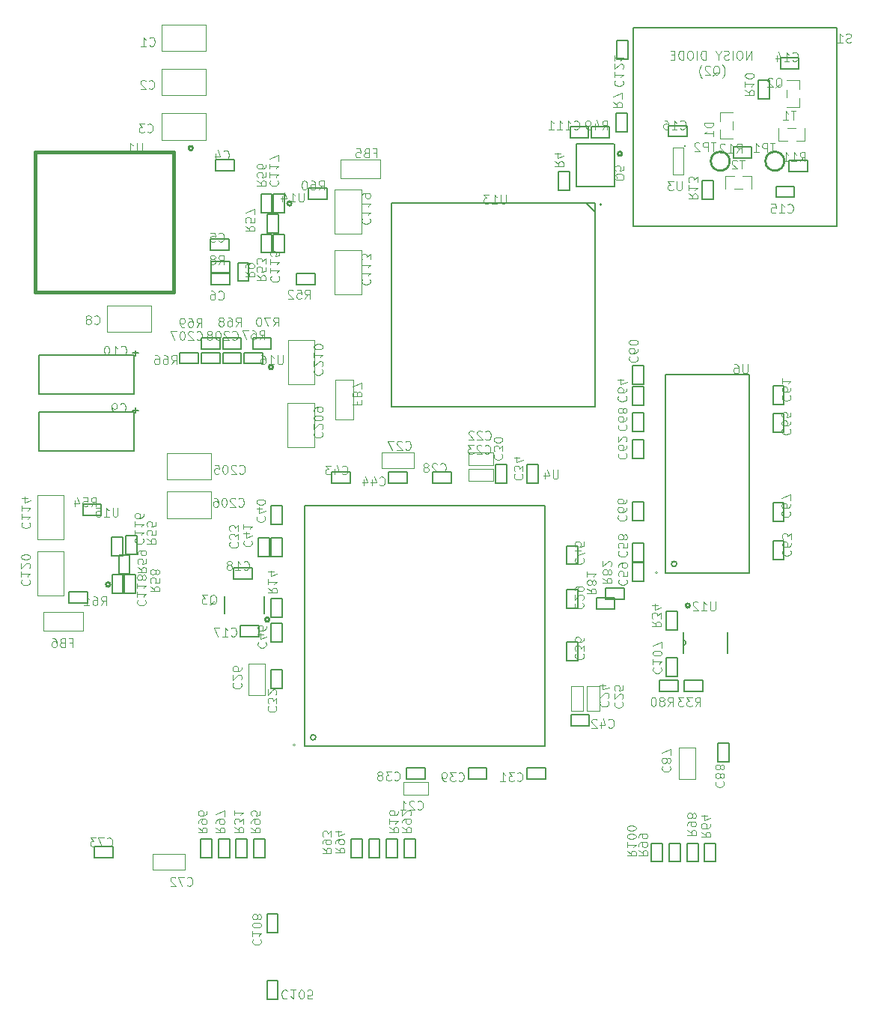
<source format=gbr>
G04 #@! TF.GenerationSoftware,KiCad,Pcbnew,5.0.0-rc2-dev-unknown-d35a6f1~64~ubuntu18.04.1*
G04 #@! TF.CreationDate,2018-05-21T11:58:17+02:00*
G04 #@! TF.ProjectId,Cryptech Alpha,437279707465636820416C7068612E6B,rev?*
G04 #@! TF.SameCoordinates,Original*
G04 #@! TF.FileFunction,Legend,Bot*
G04 #@! TF.FilePolarity,Positive*
%FSLAX46Y46*%
G04 Gerber Fmt 4.6, Leading zero omitted, Abs format (unit mm)*
G04 Created by KiCad (PCBNEW 5.0.0-rc2-dev-unknown-d35a6f1~64~ubuntu18.04.1) date Mon May 21 11:58:17 2018*
%MOMM*%
%LPD*%
G01*
G04 APERTURE LIST*
%ADD10C,0.062500*%
%ADD11C,0.150000*%
%ADD12C,0.254000*%
%ADD13C,0.037500*%
%ADD14C,0.152400*%
%ADD15C,0.200000*%
%ADD16C,0.100000*%
%ADD17C,0.120000*%
%ADD18C,0.050000*%
%ADD19C,0.406400*%
%ADD20C,0.203200*%
G04 APERTURE END LIST*
D10*
X68728400Y80234800D02*
G75*
G03X68728400Y80234800I-125000J0D01*
G01*
D11*
X36391800Y20013600D02*
G75*
G03X36391800Y20013600I-300000J0D01*
G01*
D10*
X34066800Y19163600D02*
G75*
G03X34066800Y19163600I-125000J0D01*
G01*
D12*
X89382600Y85140800D02*
G75*
G03X89382600Y85140800I-1066800J0D01*
G01*
X83210400Y85140800D02*
G75*
G03X83210400Y85140800I-1066800J0D01*
G01*
X13142820Y37287200D02*
G75*
G03X13142820Y37287200I-239620J0D01*
G01*
X33640620Y80365600D02*
G75*
G03X33640620Y80365600I-239620J0D01*
G01*
X22490020Y86614000D02*
G75*
G03X22490020Y86614000I-239620J0D01*
G01*
X31557820Y61849000D02*
G75*
G03X31557820Y61849000I-239620J0D01*
G01*
X71029420Y85979000D02*
G75*
G03X71029420Y85979000I-239620J0D01*
G01*
D13*
X78218400Y86840800D02*
G75*
G03X78218400Y86840800I-75000J0D01*
G01*
D12*
X31130420Y33324000D02*
G75*
G03X31130420Y33324000I-239620J0D01*
G01*
X78690610Y34909000D02*
G75*
G03X78690610Y34909000I-230010J0D01*
G01*
D14*
X77952600Y31022800D02*
G75*
G02X77952600Y30413200I-12700J-304800D01*
G01*
D10*
X75045400Y38626400D02*
G75*
G03X75045400Y38626400I-125000J0D01*
G01*
D11*
X77220400Y39626400D02*
G75*
G03X77220400Y39626400I-300000J0D01*
G01*
X30875000Y-7450000D02*
X31375000Y-7450000D01*
X30875000Y-9550000D02*
X30875000Y-7450000D01*
X30875000Y-9550010D02*
X32125000Y-9550010D01*
X32125010Y-9550000D02*
X32125010Y-7450000D01*
X31375000Y-7450000D02*
X32125000Y-7450000D01*
D15*
X44953400Y57384800D02*
X67953400Y57384800D01*
X44953400Y80384800D02*
X67953400Y80384800D01*
X44953400Y57384800D02*
X44953400Y80384800D01*
X67953400Y57384800D02*
X67953400Y80384800D01*
X66953400Y80384800D02*
X67953400Y79384800D01*
X35091800Y46213600D02*
X62291800Y46213600D01*
X35091800Y19013600D02*
X62291800Y19013600D01*
X62291800Y19013600D02*
X62291800Y46213600D01*
X35091800Y19013600D02*
X35091800Y46213600D01*
D16*
X83751000Y82053200D02*
X84651000Y82053200D01*
X84701000Y83453200D02*
X85701000Y83453200D01*
X85701000Y82053200D02*
X85701000Y83453200D01*
X82701000Y83453200D02*
X83701000Y83453200D01*
X82701000Y82053200D02*
X82701000Y83453200D01*
X91720800Y87463400D02*
X91720800Y88863400D01*
X90720800Y87463400D02*
X91720800Y87463400D01*
X88720800Y87463400D02*
X88720800Y88863400D01*
X88720800Y87463400D02*
X89720800Y87463400D01*
X89770800Y88863400D02*
X90670800Y88863400D01*
X89673200Y92336200D02*
X89673200Y93236200D01*
X91073200Y91286200D02*
X91073200Y92286200D01*
X89673200Y91286200D02*
X91073200Y91286200D01*
X91073200Y93286200D02*
X91073200Y94286200D01*
X89673200Y94286200D02*
X91073200Y94286200D01*
X82154800Y87679400D02*
X83554800Y87679400D01*
X82154800Y87679400D02*
X82154800Y88679400D01*
X82154800Y90679400D02*
X83554800Y90679400D01*
X82154800Y89679400D02*
X82154800Y90679400D01*
X83554800Y88729400D02*
X83554800Y89629400D01*
D11*
X27974010Y62265400D02*
X27974010Y63015400D01*
X25874000Y62265390D02*
X27974000Y62265390D01*
X25873990Y62265400D02*
X25873990Y63515400D01*
X25874000Y63515410D02*
X27974000Y63515410D01*
X27974010Y63015400D02*
X27974010Y63515400D01*
X25535610Y63015400D02*
X25535610Y63515400D01*
X23435600Y63515410D02*
X25535600Y63515410D01*
X23435590Y62265400D02*
X23435590Y63515400D01*
X23435600Y62265390D02*
X25535600Y62265390D01*
X25535610Y62265400D02*
X25535610Y63015400D01*
X71200000Y96649990D02*
X71700000Y96649990D01*
X71700000Y96650000D02*
X71700000Y98750000D01*
X70450000Y98750010D02*
X71700000Y98750010D01*
X70449990Y96650000D02*
X70449990Y98750000D01*
X70450000Y96649990D02*
X71200000Y96649990D01*
X13350000Y36299990D02*
X14100000Y36299990D01*
X13350000Y36300000D02*
X13350000Y38400000D01*
X13350000Y38400000D02*
X14600000Y38400000D01*
X14600010Y36300000D02*
X14600010Y38400000D01*
X14100000Y36299990D02*
X14600000Y36299990D01*
X31556800Y81441010D02*
X32056800Y81441010D01*
X31556790Y79341000D02*
X31556790Y81441000D01*
X31556800Y79340990D02*
X32806800Y79340990D01*
X32806810Y79341000D02*
X32806810Y81441000D01*
X32056800Y81441010D02*
X32806800Y81441010D01*
X13825000Y42675000D02*
X14575000Y42675000D01*
X14575010Y40575000D02*
X14575010Y42675000D01*
X13325000Y40574990D02*
X14575000Y40574990D01*
X13324990Y40575000D02*
X13324990Y42675000D01*
X13325000Y42675000D02*
X13825000Y42675000D01*
X32306800Y74794390D02*
X32806800Y74794390D01*
X32806810Y74794400D02*
X32806810Y76894400D01*
X31556800Y76894410D02*
X32806800Y76894410D01*
X31556790Y74794400D02*
X31556790Y76894400D01*
X31556800Y74794390D02*
X32306800Y74794390D01*
X67250410Y88567800D02*
X67250410Y89067800D01*
X65150400Y89067810D02*
X67250400Y89067810D01*
X65150400Y87817800D02*
X65150400Y89067800D01*
X65150400Y87817790D02*
X67250400Y87817790D01*
X67250410Y87817800D02*
X67250410Y88567800D01*
X31359200Y50000D02*
X32109200Y50000D01*
X32109200Y-2050000D02*
X32109200Y50000D01*
X30859200Y-2050010D02*
X32109200Y-2050010D01*
X30859190Y-2050000D02*
X30859190Y50000D01*
X30859200Y50000D02*
X31359200Y50000D01*
X76807600Y26924790D02*
X77307600Y26924790D01*
X77307610Y26924800D02*
X77307610Y29024800D01*
X76057600Y29024800D02*
X77307600Y29024800D01*
X76057590Y26924800D02*
X76057590Y29024800D01*
X76057600Y26924790D02*
X76807600Y26924790D01*
X82383380Y19384870D02*
X83133380Y19384870D01*
X83133380Y17284860D02*
X83133380Y19384860D01*
X81883380Y17284850D02*
X83133380Y17284850D01*
X81883370Y17284860D02*
X81883370Y19384860D01*
X81883380Y19384870D02*
X82383380Y19384870D01*
X13422030Y7191030D02*
X13422030Y7691020D01*
X11322020Y7691030D02*
X13422020Y7691030D01*
X11322010Y6441020D02*
X11322010Y7691020D01*
X11322020Y6441020D02*
X13422020Y6441020D01*
X13422030Y6441020D02*
X13422030Y7191030D01*
X72222200Y56701410D02*
X72722200Y56701410D01*
X72222190Y54601400D02*
X72222190Y56701400D01*
X72222200Y54601390D02*
X73472200Y54601390D01*
X73472210Y54601400D02*
X73472210Y56701400D01*
X72722200Y56701410D02*
X73472200Y56701410D01*
X88097200Y44437390D02*
X88847200Y44437390D01*
X88097190Y44437400D02*
X88097190Y46537400D01*
X88097200Y46537410D02*
X89347200Y46537410D01*
X89347210Y44437400D02*
X89347210Y46537400D01*
X88847200Y44437390D02*
X89347200Y44437390D01*
X72222200Y46592210D02*
X72722200Y46592210D01*
X72222190Y44492200D02*
X72222190Y46592200D01*
X72222200Y44492190D02*
X73472200Y44492190D01*
X73472210Y44492200D02*
X73472210Y46592200D01*
X72722200Y46592210D02*
X73472200Y46592210D01*
X88097200Y54495790D02*
X88847200Y54495790D01*
X88097190Y54495800D02*
X88097190Y56595800D01*
X88097200Y56595810D02*
X89347200Y56595810D01*
X89347210Y54495800D02*
X89347210Y56595800D01*
X88847200Y54495790D02*
X89347200Y54495790D01*
X72222200Y59647810D02*
X72722200Y59647810D01*
X72222190Y57547800D02*
X72222190Y59647800D01*
X72222200Y57547790D02*
X73472200Y57547790D01*
X73472210Y57547800D02*
X73472210Y59647800D01*
X72722200Y59647810D02*
X73472200Y59647810D01*
X88597200Y42198010D02*
X89347200Y42198010D01*
X89347210Y40098000D02*
X89347210Y42198000D01*
X88097200Y40097990D02*
X89347200Y40097990D01*
X88097190Y40098000D02*
X88097190Y42198000D01*
X88097200Y42198010D02*
X88597200Y42198010D01*
X72222200Y53678810D02*
X72722200Y53678810D01*
X72222190Y51578800D02*
X72222190Y53678800D01*
X72222200Y51578790D02*
X73472200Y51578790D01*
X73472210Y51578800D02*
X73472210Y53678800D01*
X72722200Y53678810D02*
X73472200Y53678810D01*
X88097200Y57615990D02*
X88847200Y57615990D01*
X88097190Y57616000D02*
X88097190Y59716000D01*
X88097200Y59716000D02*
X89347200Y59716000D01*
X89347210Y57616000D02*
X89347210Y59716000D01*
X88847200Y57615990D02*
X89347200Y57615990D01*
X72972200Y59906790D02*
X73472200Y59906790D01*
X73472210Y59906800D02*
X73472210Y62006800D01*
X72222200Y62006810D02*
X73472200Y62006810D01*
X72222190Y59906800D02*
X72222190Y62006800D01*
X72222200Y59906790D02*
X72972200Y59906790D01*
X72722200Y39732610D02*
X73472200Y39732610D01*
X73472210Y37632600D02*
X73472210Y39732600D01*
X72222200Y37632590D02*
X73472200Y37632590D01*
X72222190Y37632600D02*
X72222190Y39732600D01*
X72222200Y39732610D02*
X72722200Y39732610D01*
X72947200Y39842390D02*
X73447200Y39842390D01*
X73447200Y39842400D02*
X73447200Y41942400D01*
X72197200Y41942410D02*
X73447200Y41942410D01*
X72197190Y39842400D02*
X72197190Y41942400D01*
X72197200Y39842390D02*
X72947200Y39842390D01*
X31302800Y32927010D02*
X31802800Y32927010D01*
X31302790Y30827000D02*
X31302790Y32927000D01*
X31302800Y30826990D02*
X32552800Y30826990D01*
X32552810Y30827000D02*
X32552810Y32927000D01*
X31802800Y32927010D02*
X32552800Y32927010D01*
X64805400Y39564590D02*
X65555400Y39564590D01*
X64805390Y39564600D02*
X64805390Y41664600D01*
X64805400Y41664610D02*
X66055400Y41664610D01*
X66055410Y39564600D02*
X66055410Y41664600D01*
X65555400Y39564590D02*
X66055400Y39564590D01*
X46693810Y49477200D02*
X46693810Y49977200D01*
X44593800Y49977210D02*
X46693800Y49977210D01*
X44593790Y48727200D02*
X44593790Y49977200D01*
X44593800Y48727190D02*
X46693800Y48727190D01*
X46693810Y48727200D02*
X46693810Y49477200D01*
X38167590Y49227200D02*
X38167590Y49977200D01*
X38167600Y49977210D02*
X40267600Y49977210D01*
X40267610Y48727200D02*
X40267610Y49977200D01*
X38167600Y48727190D02*
X40267600Y48727190D01*
X38167590Y48727200D02*
X38167590Y49227200D01*
X65243990Y21346000D02*
X65243990Y21846000D01*
X65244000Y21345990D02*
X67344000Y21345990D01*
X67344010Y21346000D02*
X67344010Y22596000D01*
X65244000Y22596010D02*
X67344000Y22596010D01*
X65243990Y21846000D02*
X65243990Y22596000D01*
X31302800Y40428190D02*
X32052800Y40428190D01*
X31302790Y40428200D02*
X31302790Y42528200D01*
X31302800Y42528210D02*
X32552800Y42528210D01*
X32552810Y40428200D02*
X32552810Y42528200D01*
X32052800Y40428190D02*
X32552800Y40428190D01*
X31302800Y46185810D02*
X31802800Y46185810D01*
X31302790Y44085800D02*
X31302790Y46185800D01*
X31302800Y44085790D02*
X32552800Y44085790D01*
X32552810Y44085800D02*
X32552810Y46185800D01*
X31802800Y46185810D02*
X32552800Y46185810D01*
X53636190Y15826200D02*
X53636190Y16576200D01*
X53636200Y16576210D02*
X55736200Y16576210D01*
X55736210Y15326200D02*
X55736210Y16576200D01*
X53636200Y15326190D02*
X55736200Y15326190D01*
X53636190Y15326200D02*
X53636190Y15826200D01*
X46676590Y15326200D02*
X46676590Y15826200D01*
X46676600Y15326190D02*
X48776600Y15326190D01*
X48776610Y15326200D02*
X48776610Y16576200D01*
X46676600Y16576210D02*
X48776600Y16576210D01*
X46676590Y15826200D02*
X46676590Y16576200D01*
X65555400Y28693390D02*
X66055400Y28693390D01*
X66055410Y28693400D02*
X66055410Y30793400D01*
X64805400Y30793410D02*
X66055400Y30793410D01*
X64805390Y28693400D02*
X64805390Y30793400D01*
X64805400Y28693390D02*
X65555400Y28693390D01*
X61059600Y48733990D02*
X61559600Y48733990D01*
X61559610Y48734000D02*
X61559610Y50834000D01*
X60309600Y50834010D02*
X61559600Y50834010D01*
X60309590Y48734000D02*
X60309590Y50834000D01*
X60309600Y48733990D02*
X61059600Y48733990D01*
X29905800Y40428190D02*
X30655800Y40428190D01*
X29905790Y40428200D02*
X29905790Y42528200D01*
X29905800Y42528210D02*
X31155800Y42528210D01*
X31155810Y40428200D02*
X31155810Y42528200D01*
X30655800Y40428190D02*
X31155800Y40428190D01*
X31302800Y27669210D02*
X31802800Y27669210D01*
X31302790Y25569200D02*
X31302790Y27669200D01*
X31302800Y25569190D02*
X32552800Y25569190D01*
X32552810Y25569200D02*
X32552810Y27669200D01*
X31802800Y27669210D02*
X32552800Y27669210D01*
X60290990Y15826200D02*
X60290990Y16576200D01*
X60291000Y16576210D02*
X62391000Y16576210D01*
X62391010Y15326200D02*
X62391010Y16576200D01*
X60291000Y15326190D02*
X62391000Y15326190D01*
X60290990Y15326200D02*
X60290990Y15826200D01*
X57478200Y48733990D02*
X57978200Y48733990D01*
X57978210Y48734000D02*
X57978210Y50834000D01*
X56728200Y50834010D02*
X57978200Y50834010D01*
X56728190Y48734000D02*
X56728190Y50834000D01*
X56728200Y48733990D02*
X57478200Y48733990D01*
X65305400Y36711610D02*
X66055400Y36711610D01*
X66055410Y34611600D02*
X66055410Y36711600D01*
X64805400Y34611590D02*
X66055400Y34611590D01*
X64805390Y34611600D02*
X64805390Y36711600D01*
X64805400Y36711610D02*
X65305400Y36711610D01*
X51697610Y49477200D02*
X51697610Y49977200D01*
X49597600Y49977210D02*
X51697600Y49977210D01*
X49597590Y48727200D02*
X49597590Y49977200D01*
X49597600Y48727190D02*
X51697600Y48727190D01*
X51697610Y48727200D02*
X51697610Y49477200D01*
X29225010Y37925000D02*
X29225010Y38675000D01*
X27125000Y37924990D02*
X29225000Y37924990D01*
X27125000Y37925000D02*
X27125000Y39175000D01*
X27125000Y39175000D02*
X29225000Y39175000D01*
X29225010Y38675000D02*
X29225010Y39175000D01*
X27874990Y31425000D02*
X27874990Y31925000D01*
X27875000Y31424990D02*
X29975000Y31424990D01*
X29975000Y31425000D02*
X29975000Y32675000D01*
X27875000Y32675000D02*
X29975000Y32675000D01*
X27874990Y31925000D02*
X27874990Y32675000D01*
X78393010Y87919400D02*
X78393010Y88669400D01*
X76293000Y87919390D02*
X78393000Y87919390D01*
X76292990Y87919400D02*
X76292990Y89169400D01*
X76293000Y89169410D02*
X78393000Y89169410D01*
X78393010Y88669400D02*
X78393010Y89169400D01*
X90534210Y81811400D02*
X90534210Y82311400D01*
X88434200Y82311410D02*
X90534200Y82311410D01*
X88434190Y81061400D02*
X88434190Y82311400D01*
X88434200Y81061390D02*
X90534200Y81061390D01*
X90534210Y81061400D02*
X90534210Y81811400D01*
X91042210Y95590200D02*
X91042210Y96340200D01*
X88942200Y95590190D02*
X91042200Y95590190D01*
X88942190Y95590200D02*
X88942190Y96840200D01*
X88942200Y96840210D02*
X91042200Y96840210D01*
X91042210Y96340200D02*
X91042210Y96840200D01*
X24527790Y71206200D02*
X24527790Y71706200D01*
X24527800Y71206190D02*
X26627800Y71206190D01*
X26627810Y71206200D02*
X26627810Y72456200D01*
X24527800Y72456210D02*
X26627800Y72456210D01*
X24527790Y71706200D02*
X24527790Y72456200D01*
X24499990Y75600000D02*
X24499990Y76350000D01*
X24500000Y76350000D02*
X26600000Y76350000D01*
X26600010Y75100000D02*
X26600010Y76350000D01*
X24500000Y75099990D02*
X26600000Y75099990D01*
X24499990Y75100000D02*
X24499990Y75600000D01*
X25050000Y84075000D02*
X25050000Y84575000D01*
X25050000Y84075000D02*
X27150000Y84075000D01*
X27150010Y84075000D02*
X27150010Y85325000D01*
X25050000Y85325010D02*
X27150000Y85325010D01*
X25050000Y84575000D02*
X25050000Y85325000D01*
D17*
X67792600Y22984000D02*
X68492600Y22984000D01*
X68492600Y22984000D02*
X68492600Y25784000D01*
X67092600Y25784000D02*
X68492600Y25784000D01*
X67092600Y22984000D02*
X67092600Y25784000D01*
X67092600Y22984000D02*
X67792600Y22984000D01*
X65263800Y22984000D02*
X65963800Y22984000D01*
X65263800Y22984000D02*
X65263800Y25784000D01*
X65263800Y25784000D02*
X66663800Y25784000D01*
X66663800Y22984000D02*
X66663800Y25784000D01*
X65963800Y22984000D02*
X66663800Y22984000D01*
X56467200Y49682400D02*
X56467200Y50382400D01*
X53667200Y50382400D02*
X56467200Y50382400D01*
X53667200Y48982400D02*
X53667200Y50382400D01*
X53667200Y48982400D02*
X56467200Y48982400D01*
X56467200Y48982400D02*
X56467200Y49682400D01*
X56467200Y50811200D02*
X56467200Y51511200D01*
X53667200Y50811200D02*
X56467200Y50811200D01*
X53667200Y50811200D02*
X53667200Y52211200D01*
X53667200Y52211200D02*
X56467200Y52211200D01*
X56467200Y51511200D02*
X56467200Y52211200D01*
X46326600Y13549400D02*
X46326600Y14249400D01*
X46326600Y13549400D02*
X49126600Y13549400D01*
X49126600Y13549400D02*
X49126600Y14949400D01*
X46326600Y14949400D02*
X49126600Y14949400D01*
X46326600Y14249400D02*
X46326600Y14949400D01*
X78403810Y15270950D02*
X79303810Y15270950D01*
X79303810Y15270950D02*
X79303810Y18870960D01*
X77503810Y18870960D02*
X79303810Y18870960D01*
X77503810Y15270950D02*
X77503810Y18870960D01*
X77503810Y15270950D02*
X78403810Y15270950D01*
X17975860Y5061430D02*
X17975860Y5961430D01*
X17975860Y5061430D02*
X21575860Y5061430D01*
X21575860Y5061430D02*
X21575860Y6861430D01*
X17975860Y6861430D02*
X21575860Y6861430D01*
X17975860Y5961430D02*
X17975860Y6861430D01*
X47494600Y50433400D02*
X47494600Y51333400D01*
X43894600Y50433400D02*
X47494600Y50433400D01*
X43894600Y50433400D02*
X43894600Y52233400D01*
X43894600Y52233400D02*
X47494600Y52233400D01*
X47494600Y51333400D02*
X47494600Y52233400D01*
X28818000Y28368400D02*
X29718000Y28368400D01*
X28818000Y24768400D02*
X28818000Y28368400D01*
X28818000Y24768400D02*
X30618000Y24768400D01*
X30618000Y24768400D02*
X30618000Y28368400D01*
X29718000Y28368400D02*
X30618000Y28368400D01*
D18*
X38574000Y55966800D02*
X40674000Y55966800D01*
X40674000Y55966800D02*
X40674000Y60466800D01*
X38574000Y60466800D02*
X40674000Y60466800D01*
X38574000Y55966800D02*
X38574000Y60466800D01*
X5547800Y34197000D02*
X10047800Y34197000D01*
X10047800Y32097000D02*
X10047800Y34197000D01*
X5547800Y32097000D02*
X10047800Y32097000D01*
X5547800Y32097000D02*
X5547800Y34197000D01*
X39202800Y83227200D02*
X39202800Y85327200D01*
X39202800Y83227200D02*
X43702800Y83227200D01*
X43702800Y83227200D02*
X43702800Y85327200D01*
X39202800Y85327200D02*
X43702800Y85327200D01*
D17*
X34747200Y59907800D02*
X36247200Y59907800D01*
X36247200Y59907800D02*
X36247200Y64907800D01*
X33247200Y64907800D02*
X36247200Y64907800D01*
X33247200Y59907800D02*
X33247200Y64907800D01*
X33247200Y59907800D02*
X34747200Y59907800D01*
X34696400Y57846600D02*
X36196400Y57846600D01*
X36196400Y52846600D02*
X36196400Y57846600D01*
X33196400Y52846600D02*
X36196400Y52846600D01*
X33196400Y52846600D02*
X33196400Y57846600D01*
X33196400Y57846600D02*
X34696400Y57846600D01*
X19547200Y44778800D02*
X19547200Y46278800D01*
X19547200Y44778800D02*
X24547200Y44778800D01*
X24547200Y44778800D02*
X24547200Y47778800D01*
X19547200Y47778800D02*
X24547200Y47778800D01*
X19547200Y46278800D02*
X19547200Y47778800D01*
X19547200Y50647600D02*
X19547200Y52147600D01*
X19547200Y52147600D02*
X24547200Y52147600D01*
X24547200Y49147600D02*
X24547200Y52147600D01*
X19547200Y49147600D02*
X24547200Y49147600D01*
X19547200Y49147600D02*
X19547200Y50647600D01*
X4900800Y36082600D02*
X6400800Y36082600D01*
X4900800Y36082600D02*
X4900800Y41082600D01*
X4900800Y41082600D02*
X7900800Y41082600D01*
X7900800Y36082600D02*
X7900800Y41082600D01*
X6400800Y36082600D02*
X7900800Y36082600D01*
X38555800Y81900400D02*
X40055800Y81900400D01*
X38555800Y76900400D02*
X38555800Y81900400D01*
X38555800Y76900400D02*
X41555800Y76900400D01*
X41555800Y76900400D02*
X41555800Y81900400D01*
X40055800Y81900400D02*
X41555800Y81900400D01*
X6400800Y47432600D02*
X7900800Y47432600D01*
X7900800Y42432600D02*
X7900800Y47432600D01*
X4900800Y42432600D02*
X7900800Y42432600D01*
X4900800Y42432600D02*
X4900800Y47432600D01*
X4900800Y47432600D02*
X6400800Y47432600D01*
X40055800Y70118600D02*
X41555800Y70118600D01*
X41555800Y70118600D02*
X41555800Y75118600D01*
X38555800Y75118600D02*
X41555800Y75118600D01*
X38555800Y70118600D02*
X38555800Y75118600D01*
X38555800Y70118600D02*
X40055800Y70118600D01*
X17790800Y65835400D02*
X17790800Y67335400D01*
X12790800Y65835400D02*
X17790800Y65835400D01*
X12790800Y65835400D02*
X12790800Y68835400D01*
X12790800Y68835400D02*
X17790800Y68835400D01*
X17790800Y67335400D02*
X17790800Y68835400D01*
X18963000Y87552400D02*
X18963000Y89052400D01*
X18963000Y87552400D02*
X23963000Y87552400D01*
X23963000Y87552400D02*
X23963000Y90552400D01*
X18963000Y90552400D02*
X23963000Y90552400D01*
X18963000Y89052400D02*
X18963000Y90552400D01*
X18963000Y94068900D02*
X18963000Y95568900D01*
X18963000Y95568900D02*
X23963000Y95568900D01*
X23963000Y92568900D02*
X23963000Y95568900D01*
X18963000Y92568900D02*
X23963000Y92568900D01*
X18963000Y92568900D02*
X18963000Y94068900D01*
X18963000Y97585400D02*
X18963000Y99085400D01*
X18963000Y97585400D02*
X23963000Y97585400D01*
X23963000Y97585400D02*
X23963000Y100585400D01*
X18963000Y100585400D02*
X23963000Y100585400D01*
X18963000Y99085400D02*
X18963000Y100585400D01*
D11*
X15814800Y61061600D02*
X15814800Y63261600D01*
X5114800Y63261600D02*
X15814800Y63261600D01*
X5114800Y58861600D02*
X5114800Y63261600D01*
X5114800Y58861600D02*
X15814800Y58861600D01*
X15814800Y58861600D02*
X15814800Y61061600D01*
X15994800Y63161600D02*
X15994800Y63761600D01*
X15694800Y63461600D02*
X16294800Y63461600D01*
X15694800Y56984600D02*
X16294800Y56984600D01*
X15994800Y56684600D02*
X15994800Y57284600D01*
X15814800Y52384600D02*
X15814800Y54584600D01*
X5114800Y52384600D02*
X15814800Y52384600D01*
X5114800Y52384600D02*
X5114800Y56784600D01*
X5114800Y56784600D02*
X15814800Y56784600D01*
X15814800Y54584600D02*
X15814800Y56784600D01*
D19*
X20320000Y70332600D02*
X20320000Y86182800D01*
X4673600Y86182800D02*
X20320000Y86182800D01*
X4673600Y70332600D02*
X4673600Y86182800D01*
X4673600Y70332600D02*
X20320000Y70332600D01*
D20*
X65836800Y82245200D02*
X70154800Y82245200D01*
X70154800Y82245200D02*
X70154800Y87122000D01*
X65836800Y82245200D02*
X65836800Y87122000D01*
X65836800Y87122000D02*
X70129400Y87122000D01*
D17*
X76768400Y83640800D02*
X76768400Y86640800D01*
X77968400Y83640800D02*
X77968400Y86640800D01*
X76768400Y83640800D02*
X77968400Y83640800D01*
X76768400Y86640800D02*
X77968400Y86640800D01*
D11*
X30567600Y33986800D02*
X30567600Y35991000D01*
X26064800Y33986800D02*
X26064800Y35991000D01*
D14*
X82931000Y29549600D02*
X82931000Y31886400D01*
X77952600Y29549600D02*
X77952600Y31022800D01*
X77952600Y31022800D02*
X77952600Y31886400D01*
D11*
X75000000Y5949990D02*
X75625000Y5949990D01*
X75625000Y5950000D02*
X75625000Y8050000D01*
X74375000Y8050000D02*
X75625000Y8050000D01*
X74375000Y8050000D02*
X74375010Y5950000D01*
X74375000Y5949990D02*
X75000000Y5949990D01*
X76375000Y5949990D02*
X77000000Y5949990D01*
X76375000Y8050000D02*
X76375010Y5950000D01*
X76375000Y8050000D02*
X77625000Y8050000D01*
X77625000Y5950000D02*
X77625000Y8050000D01*
X77000000Y5949990D02*
X77625000Y5949990D01*
X79000000Y5949990D02*
X79625000Y5949990D01*
X79625000Y5950000D02*
X79625000Y8050000D01*
X78375000Y8050000D02*
X79625000Y8050000D01*
X78375000Y8050000D02*
X78375010Y5950000D01*
X78375000Y5949990D02*
X79000000Y5949990D01*
X25375000Y6449990D02*
X26000000Y6449990D01*
X25375000Y8550000D02*
X25375010Y6450000D01*
X25375000Y8550000D02*
X26625000Y8550000D01*
X26625000Y6450000D02*
X26625000Y8550000D01*
X26000000Y6449990D02*
X26625000Y6449990D01*
X24000000Y6449990D02*
X24625000Y6449990D01*
X24625000Y6450000D02*
X24625000Y8550000D01*
X23375000Y8550000D02*
X24625000Y8550000D01*
X23375000Y8550000D02*
X23375010Y6450000D01*
X23375000Y6449990D02*
X24000000Y6449990D01*
X29375000Y6449990D02*
X30000000Y6449990D01*
X29375000Y8550000D02*
X29375010Y6450000D01*
X29375000Y8550000D02*
X30625000Y8550000D01*
X30625000Y6450000D02*
X30625000Y8550000D01*
X30000000Y6449990D02*
X30625000Y6449990D01*
X43000000Y6449990D02*
X43625000Y6449990D01*
X43625000Y6450000D02*
X43625000Y8550000D01*
X42375000Y8550000D02*
X43625000Y8550000D01*
X42375000Y8550000D02*
X42375010Y6450000D01*
X42375000Y6449990D02*
X43000000Y6449990D01*
X40375000Y6449990D02*
X41000000Y6449990D01*
X40375000Y8550000D02*
X40375010Y6450000D01*
X40375000Y8550000D02*
X41625000Y8550000D01*
X41625000Y6450000D02*
X41625000Y8550000D01*
X41000000Y6449990D02*
X41625000Y6449990D01*
X47000000Y6449990D02*
X47625000Y6449990D01*
X47625000Y6450000D02*
X47625000Y8550000D01*
X46375000Y8550000D02*
X47625000Y8550000D01*
X46375000Y8550000D02*
X46375010Y6450000D01*
X46375000Y6449990D02*
X47000000Y6449990D01*
X69155590Y35604800D02*
X69155590Y36229800D01*
X69155600Y35604800D02*
X71255600Y35604800D01*
X71255600Y35604800D02*
X71255600Y36854800D01*
X69155600Y36854790D02*
X71255600Y36854800D01*
X69155590Y36229800D02*
X69155590Y36854800D01*
X70225010Y34525000D02*
X70225010Y35150000D01*
X68125000Y34525000D02*
X70225000Y34525010D01*
X68125000Y34525000D02*
X68125000Y35775000D01*
X68125000Y35775000D02*
X70225000Y35775000D01*
X70225010Y35150000D02*
X70225010Y35775000D01*
X75276990Y25216200D02*
X75276990Y25841200D01*
X75277000Y25216200D02*
X77377000Y25216200D01*
X77377000Y25216200D02*
X77377000Y26466200D01*
X75277000Y26466190D02*
X77377000Y26466200D01*
X75276990Y25841200D02*
X75276990Y26466200D01*
X31352210Y63941800D02*
X31352210Y64566800D01*
X29252200Y63941800D02*
X31352200Y63941810D01*
X29252200Y63941800D02*
X29252200Y65191800D01*
X29252200Y65191800D02*
X31352200Y65191800D01*
X31352210Y64566800D02*
X31352210Y65191800D01*
X23435590Y63941800D02*
X23435590Y64566800D01*
X23435600Y63941800D02*
X25535600Y63941800D01*
X25535600Y63941800D02*
X25535600Y65191800D01*
X23435600Y65191790D02*
X25535600Y65191800D01*
X23435590Y64566800D02*
X23435590Y65191800D01*
X25873990Y64566800D02*
X25873990Y65191800D01*
X25874000Y65191790D02*
X27974000Y65191800D01*
X27974000Y63941800D02*
X27974000Y65191800D01*
X25874000Y63941800D02*
X27974000Y63941800D01*
X25873990Y63941800D02*
X25873990Y64566800D01*
X28261590Y62265400D02*
X28261590Y62890400D01*
X28261600Y62265400D02*
X30361600Y62265400D01*
X30361600Y62265400D02*
X30361600Y63515400D01*
X28261600Y63515390D02*
X30361600Y63515400D01*
X28261590Y62890400D02*
X28261590Y63515400D01*
X21022590Y62890400D02*
X21022590Y63515400D01*
X21022600Y63515390D02*
X23122600Y63515400D01*
X23122600Y62265400D02*
X23122600Y63515400D01*
X21022600Y62265400D02*
X23122600Y62265400D01*
X21022590Y62265400D02*
X21022590Y62890400D01*
X80375000Y5949990D02*
X81000000Y5949990D01*
X80375000Y8050000D02*
X80375010Y5950000D01*
X80375000Y8050000D02*
X81625000Y8050000D01*
X81625000Y5950000D02*
X81625000Y8050000D01*
X81000000Y5949990D02*
X81625000Y5949990D01*
X10575010Y35864800D02*
X10575010Y36489800D01*
X8475000Y36489800D02*
X10575000Y36489800D01*
X8475000Y35239800D02*
X8475000Y36489800D01*
X8475000Y35239800D02*
X10575000Y35239810D01*
X10575010Y35239800D02*
X10575010Y35864800D01*
X35549990Y81475000D02*
X35549990Y82100000D01*
X35550000Y82099990D02*
X37650000Y82100000D01*
X37650000Y80850000D02*
X37650000Y82100000D01*
X35550000Y80850000D02*
X37650000Y80850000D01*
X35549990Y80850000D02*
X35549990Y81475000D01*
X14107000Y40597810D02*
X14732000Y40597810D01*
X14107000Y38497800D02*
X14107000Y40597800D01*
X14107000Y38497800D02*
X15357000Y38497800D01*
X15356990Y40597800D02*
X15357000Y38497800D01*
X14732000Y40597810D02*
X15357000Y40597810D01*
X15367000Y38388010D02*
X15992000Y38388010D01*
X15991990Y38388000D02*
X15992000Y36288000D01*
X14742000Y36288000D02*
X15992000Y36288000D01*
X14742000Y36288000D02*
X14742000Y38388000D01*
X14742000Y38388010D02*
X15367000Y38388010D01*
X31546800Y77054990D02*
X32171800Y77054990D01*
X32171800Y77055000D02*
X32171800Y79155000D01*
X30921800Y79155000D02*
X32171800Y79155000D01*
X30921800Y79155000D02*
X30921810Y77055000D01*
X30921800Y77054990D02*
X31546800Y77054990D01*
X30185200Y79340990D02*
X30810200Y79340990D01*
X30185200Y81441000D02*
X30185210Y79341000D01*
X30185200Y81441000D02*
X31435200Y81441000D01*
X31435200Y79341000D02*
X31435200Y81441000D01*
X30810200Y79340990D02*
X31435200Y79340990D01*
X15519400Y40682190D02*
X16144400Y40682190D01*
X16144400Y40682200D02*
X16144400Y42782200D01*
X14894400Y42782200D02*
X16144400Y42782200D01*
X14894400Y42782200D02*
X14894410Y40682200D01*
X14894400Y40682190D02*
X15519400Y40682190D01*
X12141810Y45095000D02*
X12141810Y45720000D01*
X10041800Y45095000D02*
X12141800Y45095010D01*
X10041800Y45095000D02*
X10041800Y46345000D01*
X10041800Y46345000D02*
X12141800Y46345000D01*
X12141810Y45720000D02*
X12141810Y46345000D01*
X30185200Y76894410D02*
X30810200Y76894410D01*
X30185200Y74794400D02*
X30185200Y76894400D01*
X30185200Y74794400D02*
X31435200Y74794400D01*
X31435190Y76894400D02*
X31435200Y74794400D01*
X30810200Y76894410D02*
X31435200Y76894410D01*
X34179790Y71805800D02*
X34179790Y72430800D01*
X34179800Y72430790D02*
X36279800Y72430800D01*
X36279800Y71180800D02*
X36279800Y72430800D01*
X34179800Y71180800D02*
X36279800Y71180800D01*
X34179790Y71180800D02*
X34179790Y71805800D01*
X69630010Y88442800D02*
X69630010Y89067800D01*
X67530000Y89067800D02*
X69630000Y89067800D01*
X67530000Y87817800D02*
X67530000Y89067800D01*
X67530000Y87817800D02*
X69630000Y87817810D01*
X69630010Y87817800D02*
X69630010Y88442800D01*
X76675000Y34250010D02*
X77300000Y34250010D01*
X77299990Y34250000D02*
X77300000Y32150000D01*
X76050000Y32150000D02*
X77300000Y32150000D01*
X76050000Y32150000D02*
X76050000Y34250000D01*
X76050000Y34250010D02*
X76675000Y34250010D01*
X78096390Y25216200D02*
X78096390Y25841200D01*
X78096400Y25216200D02*
X80196400Y25216200D01*
X80196400Y25216200D02*
X80196400Y26466200D01*
X78096400Y26466190D02*
X80196400Y26466200D01*
X78096390Y25841200D02*
X78096390Y26466200D01*
X28000000Y6449990D02*
X28625000Y6449990D01*
X28625000Y6450000D02*
X28625000Y8550000D01*
X27375000Y8550000D02*
X28625000Y8550000D01*
X27375000Y8550000D02*
X27375010Y6450000D01*
X27375000Y6449990D02*
X28000000Y6449990D01*
X44375000Y6449990D02*
X45000000Y6449990D01*
X44375000Y8550000D02*
X44375010Y6450000D01*
X44375000Y8550000D02*
X45625000Y8550000D01*
X45625000Y6450000D02*
X45625000Y8550000D01*
X45000000Y6449990D02*
X45625000Y6449990D01*
X31927800Y35721010D02*
X32552800Y35721010D01*
X32552790Y35721000D02*
X32552800Y33621000D01*
X31302800Y33621000D02*
X32552800Y33621000D01*
X31302800Y33621000D02*
X31302800Y35721000D01*
X31302800Y35721010D02*
X31927800Y35721010D01*
X80070800Y82939610D02*
X80695800Y82939610D01*
X80070800Y80839600D02*
X80070800Y82939600D01*
X80070800Y80839600D02*
X81320800Y80839600D01*
X81320790Y82939600D02*
X81320800Y80839600D01*
X80695800Y82939610D02*
X81320800Y82939610D01*
X85708210Y85481000D02*
X85708210Y86106000D01*
X83608200Y85481000D02*
X85708200Y85481010D01*
X83608200Y85481000D02*
X83608200Y86731000D01*
X83608200Y86731000D02*
X85708200Y86731000D01*
X85708210Y86106000D02*
X85708210Y86731000D01*
X92032810Y84632800D02*
X92032810Y85257800D01*
X89932800Y85257800D02*
X92032800Y85257800D01*
X89932800Y84007800D02*
X89932800Y85257800D01*
X89932800Y84007800D02*
X92032800Y84007810D01*
X92032810Y84007800D02*
X92032810Y84632800D01*
X86471600Y92193390D02*
X87096600Y92193390D01*
X86471600Y94293400D02*
X86471610Y92193400D01*
X86471600Y94293400D02*
X87721600Y94293400D01*
X87721600Y92193400D02*
X87721600Y94293400D01*
X87096600Y92193390D02*
X87721600Y92193390D01*
X28194000Y71568590D02*
X28819000Y71568590D01*
X28819000Y71568600D02*
X28819000Y73668600D01*
X27569000Y73668600D02*
X28819000Y73668600D01*
X27569000Y73668600D02*
X27569010Y71568600D01*
X27569000Y71568590D02*
X28194000Y71568590D01*
X26627810Y72552400D02*
X26627810Y73177400D01*
X24527800Y72552400D02*
X26627800Y72552410D01*
X24527800Y72552400D02*
X24527800Y73802400D01*
X24527800Y73802400D02*
X26627800Y73802400D01*
X26627810Y73177400D02*
X26627810Y73802400D01*
X71000000Y88449990D02*
X71625000Y88449990D01*
X71625000Y88450000D02*
X71625000Y90550000D01*
X70375000Y90550000D02*
X71625000Y90550000D01*
X70375000Y90550000D02*
X70375010Y88450000D01*
X70375000Y88449990D02*
X71000000Y88449990D01*
X63865600Y81880990D02*
X64490600Y81880990D01*
X63865600Y83981000D02*
X63865610Y81881000D01*
X63865600Y83981000D02*
X65115600Y83981000D01*
X65115600Y81881000D02*
X65115600Y83981000D01*
X64490600Y81880990D02*
X65115600Y81880990D01*
D15*
X75920400Y38626400D02*
X75920400Y61026400D01*
X85420400Y38626400D02*
X85420400Y61026400D01*
X75920400Y38626400D02*
X85420400Y38626400D01*
X75920400Y61026400D02*
X85420400Y61026400D01*
X72320000Y77745400D02*
X95320000Y77745400D01*
X72320000Y77745400D02*
X72320000Y100245400D01*
X72320000Y100245400D02*
X95320000Y100245400D01*
X95320000Y77745400D02*
X95320000Y100245400D01*
D16*
X17575476Y98242857D02*
X17623095Y98195238D01*
X17765952Y98147619D01*
X17861190Y98147619D01*
X18004047Y98195238D01*
X18099285Y98290476D01*
X18146904Y98385714D01*
X18194523Y98576190D01*
X18194523Y98719047D01*
X18146904Y98909523D01*
X18099285Y99004761D01*
X18004047Y99100000D01*
X17861190Y99147619D01*
X17765952Y99147619D01*
X17623095Y99100000D01*
X17575476Y99052380D01*
X16623095Y98147619D02*
X17194523Y98147619D01*
X16908809Y98147619D02*
X16908809Y99147619D01*
X17004047Y99004761D01*
X17099285Y98909523D01*
X17194523Y98861904D01*
X17525476Y93392857D02*
X17573095Y93345238D01*
X17715952Y93297619D01*
X17811190Y93297619D01*
X17954047Y93345238D01*
X18049285Y93440476D01*
X18096904Y93535714D01*
X18144523Y93726190D01*
X18144523Y93869047D01*
X18096904Y94059523D01*
X18049285Y94154761D01*
X17954047Y94250000D01*
X17811190Y94297619D01*
X17715952Y94297619D01*
X17573095Y94250000D01*
X17525476Y94202380D01*
X17144523Y94202380D02*
X17096904Y94250000D01*
X17001666Y94297619D01*
X16763571Y94297619D01*
X16668333Y94250000D01*
X16620714Y94202380D01*
X16573095Y94107142D01*
X16573095Y94011904D01*
X16620714Y93869047D01*
X17192142Y93297619D01*
X16573095Y93297619D01*
X17350476Y88467857D02*
X17398095Y88420238D01*
X17540952Y88372619D01*
X17636190Y88372619D01*
X17779047Y88420238D01*
X17874285Y88515476D01*
X17921904Y88610714D01*
X17969523Y88801190D01*
X17969523Y88944047D01*
X17921904Y89134523D01*
X17874285Y89229761D01*
X17779047Y89325000D01*
X17636190Y89372619D01*
X17540952Y89372619D01*
X17398095Y89325000D01*
X17350476Y89277380D01*
X17017142Y89372619D02*
X16398095Y89372619D01*
X16731428Y88991666D01*
X16588571Y88991666D01*
X16493333Y88944047D01*
X16445714Y88896428D01*
X16398095Y88801190D01*
X16398095Y88563095D01*
X16445714Y88467857D01*
X16493333Y88420238D01*
X16588571Y88372619D01*
X16874285Y88372619D01*
X16969523Y88420238D01*
X17017142Y88467857D01*
X25947876Y85444057D02*
X25995495Y85396438D01*
X26138352Y85348819D01*
X26233590Y85348819D01*
X26376447Y85396438D01*
X26471685Y85491676D01*
X26519304Y85586914D01*
X26566923Y85777390D01*
X26566923Y85920247D01*
X26519304Y86110723D01*
X26471685Y86205961D01*
X26376447Y86301200D01*
X26233590Y86348819D01*
X26138352Y86348819D01*
X25995495Y86301200D01*
X25947876Y86253580D01*
X25090733Y86015485D02*
X25090733Y85348819D01*
X25328828Y86396438D02*
X25566923Y85682152D01*
X24947876Y85682152D01*
X25400476Y76142857D02*
X25448095Y76095238D01*
X25590952Y76047619D01*
X25686190Y76047619D01*
X25829047Y76095238D01*
X25924285Y76190476D01*
X25971904Y76285714D01*
X26019523Y76476190D01*
X26019523Y76619047D01*
X25971904Y76809523D01*
X25924285Y76904761D01*
X25829047Y77000000D01*
X25686190Y77047619D01*
X25590952Y77047619D01*
X25448095Y77000000D01*
X25400476Y76952380D01*
X24495714Y77047619D02*
X24971904Y77047619D01*
X25019523Y76571428D01*
X24971904Y76619047D01*
X24876666Y76666666D01*
X24638571Y76666666D01*
X24543333Y76619047D01*
X24495714Y76571428D01*
X24448095Y76476190D01*
X24448095Y76238095D01*
X24495714Y76142857D01*
X24543333Y76095238D01*
X24638571Y76047619D01*
X24876666Y76047619D01*
X24971904Y76095238D01*
X25019523Y76142857D01*
X25375476Y69567857D02*
X25423095Y69520238D01*
X25565952Y69472619D01*
X25661190Y69472619D01*
X25804047Y69520238D01*
X25899285Y69615476D01*
X25946904Y69710714D01*
X25994523Y69901190D01*
X25994523Y70044047D01*
X25946904Y70234523D01*
X25899285Y70329761D01*
X25804047Y70425000D01*
X25661190Y70472619D01*
X25565952Y70472619D01*
X25423095Y70425000D01*
X25375476Y70377380D01*
X24518333Y70472619D02*
X24708809Y70472619D01*
X24804047Y70425000D01*
X24851666Y70377380D01*
X24946904Y70234523D01*
X24994523Y70044047D01*
X24994523Y69663095D01*
X24946904Y69567857D01*
X24899285Y69520238D01*
X24804047Y69472619D01*
X24613571Y69472619D01*
X24518333Y69520238D01*
X24470714Y69567857D01*
X24423095Y69663095D01*
X24423095Y69901190D01*
X24470714Y69996428D01*
X24518333Y70044047D01*
X24613571Y70091666D01*
X24804047Y70091666D01*
X24899285Y70044047D01*
X24946904Y69996428D01*
X24994523Y69901190D01*
X11350476Y66792857D02*
X11398095Y66745238D01*
X11540952Y66697619D01*
X11636190Y66697619D01*
X11779047Y66745238D01*
X11874285Y66840476D01*
X11921904Y66935714D01*
X11969523Y67126190D01*
X11969523Y67269047D01*
X11921904Y67459523D01*
X11874285Y67554761D01*
X11779047Y67650000D01*
X11636190Y67697619D01*
X11540952Y67697619D01*
X11398095Y67650000D01*
X11350476Y67602380D01*
X10779047Y67269047D02*
X10874285Y67316666D01*
X10921904Y67364285D01*
X10969523Y67459523D01*
X10969523Y67507142D01*
X10921904Y67602380D01*
X10874285Y67650000D01*
X10779047Y67697619D01*
X10588571Y67697619D01*
X10493333Y67650000D01*
X10445714Y67602380D01*
X10398095Y67507142D01*
X10398095Y67459523D01*
X10445714Y67364285D01*
X10493333Y67316666D01*
X10588571Y67269047D01*
X10779047Y67269047D01*
X10874285Y67221428D01*
X10921904Y67173809D01*
X10969523Y67078571D01*
X10969523Y66888095D01*
X10921904Y66792857D01*
X10874285Y66745238D01*
X10779047Y66697619D01*
X10588571Y66697619D01*
X10493333Y66745238D01*
X10445714Y66792857D01*
X10398095Y66888095D01*
X10398095Y67078571D01*
X10445714Y67173809D01*
X10493333Y67221428D01*
X10588571Y67269047D01*
X14275476Y56867857D02*
X14323095Y56820238D01*
X14465952Y56772619D01*
X14561190Y56772619D01*
X14704047Y56820238D01*
X14799285Y56915476D01*
X14846904Y57010714D01*
X14894523Y57201190D01*
X14894523Y57344047D01*
X14846904Y57534523D01*
X14799285Y57629761D01*
X14704047Y57725000D01*
X14561190Y57772619D01*
X14465952Y57772619D01*
X14323095Y57725000D01*
X14275476Y57677380D01*
X13799285Y56772619D02*
X13608809Y56772619D01*
X13513571Y56820238D01*
X13465952Y56867857D01*
X13370714Y57010714D01*
X13323095Y57201190D01*
X13323095Y57582142D01*
X13370714Y57677380D01*
X13418333Y57725000D01*
X13513571Y57772619D01*
X13704047Y57772619D01*
X13799285Y57725000D01*
X13846904Y57677380D01*
X13894523Y57582142D01*
X13894523Y57344047D01*
X13846904Y57248809D01*
X13799285Y57201190D01*
X13704047Y57153571D01*
X13513571Y57153571D01*
X13418333Y57201190D01*
X13370714Y57248809D01*
X13323095Y57344047D01*
X14350476Y63342857D02*
X14398095Y63295238D01*
X14540952Y63247619D01*
X14636190Y63247619D01*
X14779047Y63295238D01*
X14874285Y63390476D01*
X14921904Y63485714D01*
X14969523Y63676190D01*
X14969523Y63819047D01*
X14921904Y64009523D01*
X14874285Y64104761D01*
X14779047Y64200000D01*
X14636190Y64247619D01*
X14540952Y64247619D01*
X14398095Y64200000D01*
X14350476Y64152380D01*
X13398095Y63247619D02*
X13969523Y63247619D01*
X13683809Y63247619D02*
X13683809Y64247619D01*
X13779047Y64104761D01*
X13874285Y64009523D01*
X13969523Y63961904D01*
X12779047Y64247619D02*
X12683809Y64247619D01*
X12588571Y64200000D01*
X12540952Y64152380D01*
X12493333Y64057142D01*
X12445714Y63866666D01*
X12445714Y63628571D01*
X12493333Y63438095D01*
X12540952Y63342857D01*
X12588571Y63295238D01*
X12683809Y63247619D01*
X12779047Y63247619D01*
X12874285Y63295238D01*
X12921904Y63342857D01*
X12969523Y63438095D01*
X13017142Y63628571D01*
X13017142Y63866666D01*
X12969523Y64057142D01*
X12921904Y64152380D01*
X12874285Y64200000D01*
X12779047Y64247619D01*
X90325476Y96542857D02*
X90373095Y96495238D01*
X90515952Y96447619D01*
X90611190Y96447619D01*
X90754047Y96495238D01*
X90849285Y96590476D01*
X90896904Y96685714D01*
X90944523Y96876190D01*
X90944523Y97019047D01*
X90896904Y97209523D01*
X90849285Y97304761D01*
X90754047Y97400000D01*
X90611190Y97447619D01*
X90515952Y97447619D01*
X90373095Y97400000D01*
X90325476Y97352380D01*
X89373095Y96447619D02*
X89944523Y96447619D01*
X89658809Y96447619D02*
X89658809Y97447619D01*
X89754047Y97304761D01*
X89849285Y97209523D01*
X89944523Y97161904D01*
X88515952Y97114285D02*
X88515952Y96447619D01*
X88754047Y97495238D02*
X88992142Y96780952D01*
X88373095Y96780952D01*
X89770076Y79396457D02*
X89817695Y79348838D01*
X89960552Y79301219D01*
X90055790Y79301219D01*
X90198647Y79348838D01*
X90293885Y79444076D01*
X90341504Y79539314D01*
X90389123Y79729790D01*
X90389123Y79872647D01*
X90341504Y80063123D01*
X90293885Y80158361D01*
X90198647Y80253600D01*
X90055790Y80301219D01*
X89960552Y80301219D01*
X89817695Y80253600D01*
X89770076Y80205980D01*
X88817695Y79301219D02*
X89389123Y79301219D01*
X89103409Y79301219D02*
X89103409Y80301219D01*
X89198647Y80158361D01*
X89293885Y80063123D01*
X89389123Y80015504D01*
X87912933Y80301219D02*
X88389123Y80301219D01*
X88436742Y79825028D01*
X88389123Y79872647D01*
X88293885Y79920266D01*
X88055790Y79920266D01*
X87960552Y79872647D01*
X87912933Y79825028D01*
X87865314Y79729790D01*
X87865314Y79491695D01*
X87912933Y79396457D01*
X87960552Y79348838D01*
X88055790Y79301219D01*
X88293885Y79301219D01*
X88389123Y79348838D01*
X88436742Y79396457D01*
X77625476Y88842857D02*
X77673095Y88795238D01*
X77815952Y88747619D01*
X77911190Y88747619D01*
X78054047Y88795238D01*
X78149285Y88890476D01*
X78196904Y88985714D01*
X78244523Y89176190D01*
X78244523Y89319047D01*
X78196904Y89509523D01*
X78149285Y89604761D01*
X78054047Y89700000D01*
X77911190Y89747619D01*
X77815952Y89747619D01*
X77673095Y89700000D01*
X77625476Y89652380D01*
X76673095Y88747619D02*
X77244523Y88747619D01*
X76958809Y88747619D02*
X76958809Y89747619D01*
X77054047Y89604761D01*
X77149285Y89509523D01*
X77244523Y89461904D01*
X75815952Y89747619D02*
X76006428Y89747619D01*
X76101666Y89700000D01*
X76149285Y89652380D01*
X76244523Y89509523D01*
X76292142Y89319047D01*
X76292142Y88938095D01*
X76244523Y88842857D01*
X76196904Y88795238D01*
X76101666Y88747619D01*
X75911190Y88747619D01*
X75815952Y88795238D01*
X75768333Y88842857D01*
X75720714Y88938095D01*
X75720714Y89176190D01*
X75768333Y89271428D01*
X75815952Y89319047D01*
X75911190Y89366666D01*
X76101666Y89366666D01*
X76196904Y89319047D01*
X76244523Y89271428D01*
X76292142Y89176190D01*
X26800476Y31517857D02*
X26848095Y31470238D01*
X26990952Y31422619D01*
X27086190Y31422619D01*
X27229047Y31470238D01*
X27324285Y31565476D01*
X27371904Y31660714D01*
X27419523Y31851190D01*
X27419523Y31994047D01*
X27371904Y32184523D01*
X27324285Y32279761D01*
X27229047Y32375000D01*
X27086190Y32422619D01*
X26990952Y32422619D01*
X26848095Y32375000D01*
X26800476Y32327380D01*
X25848095Y31422619D02*
X26419523Y31422619D01*
X26133809Y31422619D02*
X26133809Y32422619D01*
X26229047Y32279761D01*
X26324285Y32184523D01*
X26419523Y32136904D01*
X25514761Y32422619D02*
X24848095Y32422619D01*
X25276666Y31422619D01*
X28250476Y39017857D02*
X28298095Y38970238D01*
X28440952Y38922619D01*
X28536190Y38922619D01*
X28679047Y38970238D01*
X28774285Y39065476D01*
X28821904Y39160714D01*
X28869523Y39351190D01*
X28869523Y39494047D01*
X28821904Y39684523D01*
X28774285Y39779761D01*
X28679047Y39875000D01*
X28536190Y39922619D01*
X28440952Y39922619D01*
X28298095Y39875000D01*
X28250476Y39827380D01*
X27298095Y38922619D02*
X27869523Y38922619D01*
X27583809Y38922619D02*
X27583809Y39922619D01*
X27679047Y39779761D01*
X27774285Y39684523D01*
X27869523Y39636904D01*
X26726666Y39494047D02*
X26821904Y39541666D01*
X26869523Y39589285D01*
X26917142Y39684523D01*
X26917142Y39732142D01*
X26869523Y39827380D01*
X26821904Y39875000D01*
X26726666Y39922619D01*
X26536190Y39922619D01*
X26440952Y39875000D01*
X26393333Y39827380D01*
X26345714Y39732142D01*
X26345714Y39684523D01*
X26393333Y39589285D01*
X26440952Y39541666D01*
X26536190Y39494047D01*
X26726666Y39494047D01*
X26821904Y39446428D01*
X26869523Y39398809D01*
X26917142Y39303571D01*
X26917142Y39113095D01*
X26869523Y39017857D01*
X26821904Y38970238D01*
X26726666Y38922619D01*
X26536190Y38922619D01*
X26440952Y38970238D01*
X26393333Y39017857D01*
X26345714Y39113095D01*
X26345714Y39303571D01*
X26393333Y39398809D01*
X26440952Y39446428D01*
X26536190Y39494047D01*
X47900476Y11942857D02*
X47948095Y11895238D01*
X48090952Y11847619D01*
X48186190Y11847619D01*
X48329047Y11895238D01*
X48424285Y11990476D01*
X48471904Y12085714D01*
X48519523Y12276190D01*
X48519523Y12419047D01*
X48471904Y12609523D01*
X48424285Y12704761D01*
X48329047Y12800000D01*
X48186190Y12847619D01*
X48090952Y12847619D01*
X47948095Y12800000D01*
X47900476Y12752380D01*
X47519523Y12752380D02*
X47471904Y12800000D01*
X47376666Y12847619D01*
X47138571Y12847619D01*
X47043333Y12800000D01*
X46995714Y12752380D01*
X46948095Y12657142D01*
X46948095Y12561904D01*
X46995714Y12419047D01*
X47567142Y11847619D01*
X46948095Y11847619D01*
X45995714Y11847619D02*
X46567142Y11847619D01*
X46281428Y11847619D02*
X46281428Y12847619D01*
X46376666Y12704761D01*
X46471904Y12609523D01*
X46567142Y12561904D01*
X55575476Y53742857D02*
X55623095Y53695238D01*
X55765952Y53647619D01*
X55861190Y53647619D01*
X56004047Y53695238D01*
X56099285Y53790476D01*
X56146904Y53885714D01*
X56194523Y54076190D01*
X56194523Y54219047D01*
X56146904Y54409523D01*
X56099285Y54504761D01*
X56004047Y54600000D01*
X55861190Y54647619D01*
X55765952Y54647619D01*
X55623095Y54600000D01*
X55575476Y54552380D01*
X55194523Y54552380D02*
X55146904Y54600000D01*
X55051666Y54647619D01*
X54813571Y54647619D01*
X54718333Y54600000D01*
X54670714Y54552380D01*
X54623095Y54457142D01*
X54623095Y54361904D01*
X54670714Y54219047D01*
X55242142Y53647619D01*
X54623095Y53647619D01*
X54242142Y54552380D02*
X54194523Y54600000D01*
X54099285Y54647619D01*
X53861190Y54647619D01*
X53765952Y54600000D01*
X53718333Y54552380D01*
X53670714Y54457142D01*
X53670714Y54361904D01*
X53718333Y54219047D01*
X54289761Y53647619D01*
X53670714Y53647619D01*
X55525476Y52142857D02*
X55573095Y52095238D01*
X55715952Y52047619D01*
X55811190Y52047619D01*
X55954047Y52095238D01*
X56049285Y52190476D01*
X56096904Y52285714D01*
X56144523Y52476190D01*
X56144523Y52619047D01*
X56096904Y52809523D01*
X56049285Y52904761D01*
X55954047Y53000000D01*
X55811190Y53047619D01*
X55715952Y53047619D01*
X55573095Y53000000D01*
X55525476Y52952380D01*
X55144523Y52952380D02*
X55096904Y53000000D01*
X55001666Y53047619D01*
X54763571Y53047619D01*
X54668333Y53000000D01*
X54620714Y52952380D01*
X54573095Y52857142D01*
X54573095Y52761904D01*
X54620714Y52619047D01*
X55192142Y52047619D01*
X54573095Y52047619D01*
X54239761Y53047619D02*
X53620714Y53047619D01*
X53954047Y52666666D01*
X53811190Y52666666D01*
X53715952Y52619047D01*
X53668333Y52571428D01*
X53620714Y52476190D01*
X53620714Y52238095D01*
X53668333Y52142857D01*
X53715952Y52095238D01*
X53811190Y52047619D01*
X54096904Y52047619D01*
X54192142Y52095238D01*
X54239761Y52142857D01*
X68617857Y24099523D02*
X68570238Y24051904D01*
X68522619Y23909047D01*
X68522619Y23813809D01*
X68570238Y23670952D01*
X68665476Y23575714D01*
X68760714Y23528095D01*
X68951190Y23480476D01*
X69094047Y23480476D01*
X69284523Y23528095D01*
X69379761Y23575714D01*
X69475000Y23670952D01*
X69522619Y23813809D01*
X69522619Y23909047D01*
X69475000Y24051904D01*
X69427380Y24099523D01*
X69427380Y24480476D02*
X69475000Y24528095D01*
X69522619Y24623333D01*
X69522619Y24861428D01*
X69475000Y24956666D01*
X69427380Y25004285D01*
X69332142Y25051904D01*
X69236904Y25051904D01*
X69094047Y25004285D01*
X68522619Y24432857D01*
X68522619Y25051904D01*
X69189285Y25909047D02*
X68522619Y25909047D01*
X69570238Y25670952D02*
X68855952Y25432857D01*
X68855952Y26051904D01*
X70242857Y23999523D02*
X70195238Y23951904D01*
X70147619Y23809047D01*
X70147619Y23713809D01*
X70195238Y23570952D01*
X70290476Y23475714D01*
X70385714Y23428095D01*
X70576190Y23380476D01*
X70719047Y23380476D01*
X70909523Y23428095D01*
X71004761Y23475714D01*
X71100000Y23570952D01*
X71147619Y23713809D01*
X71147619Y23809047D01*
X71100000Y23951904D01*
X71052380Y23999523D01*
X71052380Y24380476D02*
X71100000Y24428095D01*
X71147619Y24523333D01*
X71147619Y24761428D01*
X71100000Y24856666D01*
X71052380Y24904285D01*
X70957142Y24951904D01*
X70861904Y24951904D01*
X70719047Y24904285D01*
X70147619Y24332857D01*
X70147619Y24951904D01*
X71147619Y25856666D02*
X71147619Y25380476D01*
X70671428Y25332857D01*
X70719047Y25380476D01*
X70766666Y25475714D01*
X70766666Y25713809D01*
X70719047Y25809047D01*
X70671428Y25856666D01*
X70576190Y25904285D01*
X70338095Y25904285D01*
X70242857Y25856666D01*
X70195238Y25809047D01*
X70147619Y25713809D01*
X70147619Y25475714D01*
X70195238Y25380476D01*
X70242857Y25332857D01*
X27092857Y26149523D02*
X27045238Y26101904D01*
X26997619Y25959047D01*
X26997619Y25863809D01*
X27045238Y25720952D01*
X27140476Y25625714D01*
X27235714Y25578095D01*
X27426190Y25530476D01*
X27569047Y25530476D01*
X27759523Y25578095D01*
X27854761Y25625714D01*
X27950000Y25720952D01*
X27997619Y25863809D01*
X27997619Y25959047D01*
X27950000Y26101904D01*
X27902380Y26149523D01*
X27902380Y26530476D02*
X27950000Y26578095D01*
X27997619Y26673333D01*
X27997619Y26911428D01*
X27950000Y27006666D01*
X27902380Y27054285D01*
X27807142Y27101904D01*
X27711904Y27101904D01*
X27569047Y27054285D01*
X26997619Y26482857D01*
X26997619Y27101904D01*
X27997619Y27959047D02*
X27997619Y27768571D01*
X27950000Y27673333D01*
X27902380Y27625714D01*
X27759523Y27530476D01*
X27569047Y27482857D01*
X27188095Y27482857D01*
X27092857Y27530476D01*
X27045238Y27578095D01*
X26997619Y27673333D01*
X26997619Y27863809D01*
X27045238Y27959047D01*
X27092857Y28006666D01*
X27188095Y28054285D01*
X27426190Y28054285D01*
X27521428Y28006666D01*
X27569047Y27959047D01*
X27616666Y27863809D01*
X27616666Y27673333D01*
X27569047Y27578095D01*
X27521428Y27530476D01*
X27426190Y27482857D01*
X46521876Y52601857D02*
X46569495Y52554238D01*
X46712352Y52506619D01*
X46807590Y52506619D01*
X46950447Y52554238D01*
X47045685Y52649476D01*
X47093304Y52744714D01*
X47140923Y52935190D01*
X47140923Y53078047D01*
X47093304Y53268523D01*
X47045685Y53363761D01*
X46950447Y53459000D01*
X46807590Y53506619D01*
X46712352Y53506619D01*
X46569495Y53459000D01*
X46521876Y53411380D01*
X46140923Y53411380D02*
X46093304Y53459000D01*
X45998066Y53506619D01*
X45759971Y53506619D01*
X45664733Y53459000D01*
X45617114Y53411380D01*
X45569495Y53316142D01*
X45569495Y53220904D01*
X45617114Y53078047D01*
X46188542Y52506619D01*
X45569495Y52506619D01*
X45236161Y53506619D02*
X44569495Y53506619D01*
X44998066Y52506619D01*
X50484276Y50087257D02*
X50531895Y50039638D01*
X50674752Y49992019D01*
X50769990Y49992019D01*
X50912847Y50039638D01*
X51008085Y50134876D01*
X51055704Y50230114D01*
X51103323Y50420590D01*
X51103323Y50563447D01*
X51055704Y50753923D01*
X51008085Y50849161D01*
X50912847Y50944400D01*
X50769990Y50992019D01*
X50674752Y50992019D01*
X50531895Y50944400D01*
X50484276Y50896780D01*
X50103323Y50896780D02*
X50055704Y50944400D01*
X49960466Y50992019D01*
X49722371Y50992019D01*
X49627133Y50944400D01*
X49579514Y50896780D01*
X49531895Y50801542D01*
X49531895Y50706304D01*
X49579514Y50563447D01*
X50150942Y49992019D01*
X49531895Y49992019D01*
X48960466Y50563447D02*
X49055704Y50611066D01*
X49103323Y50658685D01*
X49150942Y50753923D01*
X49150942Y50801542D01*
X49103323Y50896780D01*
X49055704Y50944400D01*
X48960466Y50992019D01*
X48769990Y50992019D01*
X48674752Y50944400D01*
X48627133Y50896780D01*
X48579514Y50801542D01*
X48579514Y50753923D01*
X48627133Y50658685D01*
X48674752Y50611066D01*
X48769990Y50563447D01*
X48960466Y50563447D01*
X49055704Y50515828D01*
X49103323Y50468209D01*
X49150942Y50372971D01*
X49150942Y50182495D01*
X49103323Y50087257D01*
X49055704Y50039638D01*
X48960466Y49992019D01*
X48769990Y49992019D01*
X48674752Y50039638D01*
X48627133Y50087257D01*
X48579514Y50182495D01*
X48579514Y50372971D01*
X48627133Y50468209D01*
X48674752Y50515828D01*
X48769990Y50563447D01*
X65767857Y35199523D02*
X65720238Y35151904D01*
X65672619Y35009047D01*
X65672619Y34913809D01*
X65720238Y34770952D01*
X65815476Y34675714D01*
X65910714Y34628095D01*
X66101190Y34580476D01*
X66244047Y34580476D01*
X66434523Y34628095D01*
X66529761Y34675714D01*
X66625000Y34770952D01*
X66672619Y34913809D01*
X66672619Y35009047D01*
X66625000Y35151904D01*
X66577380Y35199523D01*
X66577380Y35580476D02*
X66625000Y35628095D01*
X66672619Y35723333D01*
X66672619Y35961428D01*
X66625000Y36056666D01*
X66577380Y36104285D01*
X66482142Y36151904D01*
X66386904Y36151904D01*
X66244047Y36104285D01*
X65672619Y35532857D01*
X65672619Y36151904D01*
X65672619Y36628095D02*
X65672619Y36818571D01*
X65720238Y36913809D01*
X65767857Y36961428D01*
X65910714Y37056666D01*
X66101190Y37104285D01*
X66482142Y37104285D01*
X66577380Y37056666D01*
X66625000Y37009047D01*
X66672619Y36913809D01*
X66672619Y36723333D01*
X66625000Y36628095D01*
X66577380Y36580476D01*
X66482142Y36532857D01*
X66244047Y36532857D01*
X66148809Y36580476D01*
X66101190Y36628095D01*
X66053571Y36723333D01*
X66053571Y36913809D01*
X66101190Y37009047D01*
X66148809Y37056666D01*
X66244047Y37104285D01*
X56617857Y52024523D02*
X56570238Y51976904D01*
X56522619Y51834047D01*
X56522619Y51738809D01*
X56570238Y51595952D01*
X56665476Y51500714D01*
X56760714Y51453095D01*
X56951190Y51405476D01*
X57094047Y51405476D01*
X57284523Y51453095D01*
X57379761Y51500714D01*
X57475000Y51595952D01*
X57522619Y51738809D01*
X57522619Y51834047D01*
X57475000Y51976904D01*
X57427380Y52024523D01*
X57522619Y52357857D02*
X57522619Y52976904D01*
X57141666Y52643571D01*
X57141666Y52786428D01*
X57094047Y52881666D01*
X57046428Y52929285D01*
X56951190Y52976904D01*
X56713095Y52976904D01*
X56617857Y52929285D01*
X56570238Y52881666D01*
X56522619Y52786428D01*
X56522619Y52500714D01*
X56570238Y52405476D01*
X56617857Y52357857D01*
X57522619Y53595952D02*
X57522619Y53691190D01*
X57475000Y53786428D01*
X57427380Y53834047D01*
X57332142Y53881666D01*
X57141666Y53929285D01*
X56903571Y53929285D01*
X56713095Y53881666D01*
X56617857Y53834047D01*
X56570238Y53786428D01*
X56522619Y53691190D01*
X56522619Y53595952D01*
X56570238Y53500714D01*
X56617857Y53453095D01*
X56713095Y53405476D01*
X56903571Y53357857D01*
X57141666Y53357857D01*
X57332142Y53405476D01*
X57427380Y53453095D01*
X57475000Y53500714D01*
X57522619Y53595952D01*
X59175476Y15142857D02*
X59223095Y15095238D01*
X59365952Y15047619D01*
X59461190Y15047619D01*
X59604047Y15095238D01*
X59699285Y15190476D01*
X59746904Y15285714D01*
X59794523Y15476190D01*
X59794523Y15619047D01*
X59746904Y15809523D01*
X59699285Y15904761D01*
X59604047Y16000000D01*
X59461190Y16047619D01*
X59365952Y16047619D01*
X59223095Y16000000D01*
X59175476Y15952380D01*
X58842142Y16047619D02*
X58223095Y16047619D01*
X58556428Y15666666D01*
X58413571Y15666666D01*
X58318333Y15619047D01*
X58270714Y15571428D01*
X58223095Y15476190D01*
X58223095Y15238095D01*
X58270714Y15142857D01*
X58318333Y15095238D01*
X58413571Y15047619D01*
X58699285Y15047619D01*
X58794523Y15095238D01*
X58842142Y15142857D01*
X57270714Y15047619D02*
X57842142Y15047619D01*
X57556428Y15047619D02*
X57556428Y16047619D01*
X57651666Y15904761D01*
X57746904Y15809523D01*
X57842142Y15761904D01*
X31042857Y23524523D02*
X30995238Y23476904D01*
X30947619Y23334047D01*
X30947619Y23238809D01*
X30995238Y23095952D01*
X31090476Y23000714D01*
X31185714Y22953095D01*
X31376190Y22905476D01*
X31519047Y22905476D01*
X31709523Y22953095D01*
X31804761Y23000714D01*
X31900000Y23095952D01*
X31947619Y23238809D01*
X31947619Y23334047D01*
X31900000Y23476904D01*
X31852380Y23524523D01*
X31947619Y23857857D02*
X31947619Y24476904D01*
X31566666Y24143571D01*
X31566666Y24286428D01*
X31519047Y24381666D01*
X31471428Y24429285D01*
X31376190Y24476904D01*
X31138095Y24476904D01*
X31042857Y24429285D01*
X30995238Y24381666D01*
X30947619Y24286428D01*
X30947619Y24000714D01*
X30995238Y23905476D01*
X31042857Y23857857D01*
X31852380Y24857857D02*
X31900000Y24905476D01*
X31947619Y25000714D01*
X31947619Y25238809D01*
X31900000Y25334047D01*
X31852380Y25381666D01*
X31757142Y25429285D01*
X31661904Y25429285D01*
X31519047Y25381666D01*
X30947619Y24810238D01*
X30947619Y25429285D01*
X26717857Y42074523D02*
X26670238Y42026904D01*
X26622619Y41884047D01*
X26622619Y41788809D01*
X26670238Y41645952D01*
X26765476Y41550714D01*
X26860714Y41503095D01*
X27051190Y41455476D01*
X27194047Y41455476D01*
X27384523Y41503095D01*
X27479761Y41550714D01*
X27575000Y41645952D01*
X27622619Y41788809D01*
X27622619Y41884047D01*
X27575000Y42026904D01*
X27527380Y42074523D01*
X27622619Y42407857D02*
X27622619Y43026904D01*
X27241666Y42693571D01*
X27241666Y42836428D01*
X27194047Y42931666D01*
X27146428Y42979285D01*
X27051190Y43026904D01*
X26813095Y43026904D01*
X26717857Y42979285D01*
X26670238Y42931666D01*
X26622619Y42836428D01*
X26622619Y42550714D01*
X26670238Y42455476D01*
X26717857Y42407857D01*
X27622619Y43360238D02*
X27622619Y43979285D01*
X27241666Y43645952D01*
X27241666Y43788809D01*
X27194047Y43884047D01*
X27146428Y43931666D01*
X27051190Y43979285D01*
X26813095Y43979285D01*
X26717857Y43931666D01*
X26670238Y43884047D01*
X26622619Y43788809D01*
X26622619Y43503095D01*
X26670238Y43407857D01*
X26717857Y43360238D01*
X58892857Y49777773D02*
X58845238Y49730154D01*
X58797619Y49587297D01*
X58797619Y49492059D01*
X58845238Y49349202D01*
X58940476Y49253964D01*
X59035714Y49206345D01*
X59226190Y49158726D01*
X59369047Y49158726D01*
X59559523Y49206345D01*
X59654761Y49253964D01*
X59750000Y49349202D01*
X59797619Y49492059D01*
X59797619Y49587297D01*
X59750000Y49730154D01*
X59702380Y49777773D01*
X59797619Y50111107D02*
X59797619Y50730154D01*
X59416666Y50396821D01*
X59416666Y50539678D01*
X59369047Y50634916D01*
X59321428Y50682535D01*
X59226190Y50730154D01*
X58988095Y50730154D01*
X58892857Y50682535D01*
X58845238Y50634916D01*
X58797619Y50539678D01*
X58797619Y50253964D01*
X58845238Y50158726D01*
X58892857Y50111107D01*
X59464285Y51587297D02*
X58797619Y51587297D01*
X59845238Y51349202D02*
X59130952Y51111107D01*
X59130952Y51730154D01*
X65817857Y29449523D02*
X65770238Y29401904D01*
X65722619Y29259047D01*
X65722619Y29163809D01*
X65770238Y29020952D01*
X65865476Y28925714D01*
X65960714Y28878095D01*
X66151190Y28830476D01*
X66294047Y28830476D01*
X66484523Y28878095D01*
X66579761Y28925714D01*
X66675000Y29020952D01*
X66722619Y29163809D01*
X66722619Y29259047D01*
X66675000Y29401904D01*
X66627380Y29449523D01*
X66722619Y29782857D02*
X66722619Y30401904D01*
X66341666Y30068571D01*
X66341666Y30211428D01*
X66294047Y30306666D01*
X66246428Y30354285D01*
X66151190Y30401904D01*
X65913095Y30401904D01*
X65817857Y30354285D01*
X65770238Y30306666D01*
X65722619Y30211428D01*
X65722619Y29925714D01*
X65770238Y29830476D01*
X65817857Y29782857D01*
X66722619Y31259047D02*
X66722619Y31068571D01*
X66675000Y30973333D01*
X66627380Y30925714D01*
X66484523Y30830476D01*
X66294047Y30782857D01*
X65913095Y30782857D01*
X65817857Y30830476D01*
X65770238Y30878095D01*
X65722619Y30973333D01*
X65722619Y31163809D01*
X65770238Y31259047D01*
X65817857Y31306666D01*
X65913095Y31354285D01*
X66151190Y31354285D01*
X66246428Y31306666D01*
X66294047Y31259047D01*
X66341666Y31163809D01*
X66341666Y30973333D01*
X66294047Y30878095D01*
X66246428Y30830476D01*
X66151190Y30782857D01*
X45275476Y15242857D02*
X45323095Y15195238D01*
X45465952Y15147619D01*
X45561190Y15147619D01*
X45704047Y15195238D01*
X45799285Y15290476D01*
X45846904Y15385714D01*
X45894523Y15576190D01*
X45894523Y15719047D01*
X45846904Y15909523D01*
X45799285Y16004761D01*
X45704047Y16100000D01*
X45561190Y16147619D01*
X45465952Y16147619D01*
X45323095Y16100000D01*
X45275476Y16052380D01*
X44942142Y16147619D02*
X44323095Y16147619D01*
X44656428Y15766666D01*
X44513571Y15766666D01*
X44418333Y15719047D01*
X44370714Y15671428D01*
X44323095Y15576190D01*
X44323095Y15338095D01*
X44370714Y15242857D01*
X44418333Y15195238D01*
X44513571Y15147619D01*
X44799285Y15147619D01*
X44894523Y15195238D01*
X44942142Y15242857D01*
X43751666Y15719047D02*
X43846904Y15766666D01*
X43894523Y15814285D01*
X43942142Y15909523D01*
X43942142Y15957142D01*
X43894523Y16052380D01*
X43846904Y16100000D01*
X43751666Y16147619D01*
X43561190Y16147619D01*
X43465952Y16100000D01*
X43418333Y16052380D01*
X43370714Y15957142D01*
X43370714Y15909523D01*
X43418333Y15814285D01*
X43465952Y15766666D01*
X43561190Y15719047D01*
X43751666Y15719047D01*
X43846904Y15671428D01*
X43894523Y15623809D01*
X43942142Y15528571D01*
X43942142Y15338095D01*
X43894523Y15242857D01*
X43846904Y15195238D01*
X43751666Y15147619D01*
X43561190Y15147619D01*
X43465952Y15195238D01*
X43418333Y15242857D01*
X43370714Y15338095D01*
X43370714Y15528571D01*
X43418333Y15623809D01*
X43465952Y15671428D01*
X43561190Y15719047D01*
X52550476Y15142857D02*
X52598095Y15095238D01*
X52740952Y15047619D01*
X52836190Y15047619D01*
X52979047Y15095238D01*
X53074285Y15190476D01*
X53121904Y15285714D01*
X53169523Y15476190D01*
X53169523Y15619047D01*
X53121904Y15809523D01*
X53074285Y15904761D01*
X52979047Y16000000D01*
X52836190Y16047619D01*
X52740952Y16047619D01*
X52598095Y16000000D01*
X52550476Y15952380D01*
X52217142Y16047619D02*
X51598095Y16047619D01*
X51931428Y15666666D01*
X51788571Y15666666D01*
X51693333Y15619047D01*
X51645714Y15571428D01*
X51598095Y15476190D01*
X51598095Y15238095D01*
X51645714Y15142857D01*
X51693333Y15095238D01*
X51788571Y15047619D01*
X52074285Y15047619D01*
X52169523Y15095238D01*
X52217142Y15142857D01*
X51121904Y15047619D02*
X50931428Y15047619D01*
X50836190Y15095238D01*
X50788571Y15142857D01*
X50693333Y15285714D01*
X50645714Y15476190D01*
X50645714Y15857142D01*
X50693333Y15952380D01*
X50740952Y16000000D01*
X50836190Y16047619D01*
X51026666Y16047619D01*
X51121904Y16000000D01*
X51169523Y15952380D01*
X51217142Y15857142D01*
X51217142Y15619047D01*
X51169523Y15523809D01*
X51121904Y15476190D01*
X51026666Y15428571D01*
X50836190Y15428571D01*
X50740952Y15476190D01*
X50693333Y15523809D01*
X50645714Y15619047D01*
X29767857Y44999523D02*
X29720238Y44951904D01*
X29672619Y44809047D01*
X29672619Y44713809D01*
X29720238Y44570952D01*
X29815476Y44475714D01*
X29910714Y44428095D01*
X30101190Y44380476D01*
X30244047Y44380476D01*
X30434523Y44428095D01*
X30529761Y44475714D01*
X30625000Y44570952D01*
X30672619Y44713809D01*
X30672619Y44809047D01*
X30625000Y44951904D01*
X30577380Y44999523D01*
X30339285Y45856666D02*
X29672619Y45856666D01*
X30720238Y45618571D02*
X30005952Y45380476D01*
X30005952Y45999523D01*
X30672619Y46570952D02*
X30672619Y46666190D01*
X30625000Y46761428D01*
X30577380Y46809047D01*
X30482142Y46856666D01*
X30291666Y46904285D01*
X30053571Y46904285D01*
X29863095Y46856666D01*
X29767857Y46809047D01*
X29720238Y46761428D01*
X29672619Y46666190D01*
X29672619Y46570952D01*
X29720238Y46475714D01*
X29767857Y46428095D01*
X29863095Y46380476D01*
X30053571Y46332857D01*
X30291666Y46332857D01*
X30482142Y46380476D01*
X30577380Y46428095D01*
X30625000Y46475714D01*
X30672619Y46570952D01*
X28292857Y42224523D02*
X28245238Y42176904D01*
X28197619Y42034047D01*
X28197619Y41938809D01*
X28245238Y41795952D01*
X28340476Y41700714D01*
X28435714Y41653095D01*
X28626190Y41605476D01*
X28769047Y41605476D01*
X28959523Y41653095D01*
X29054761Y41700714D01*
X29150000Y41795952D01*
X29197619Y41938809D01*
X29197619Y42034047D01*
X29150000Y42176904D01*
X29102380Y42224523D01*
X28864285Y43081666D02*
X28197619Y43081666D01*
X29245238Y42843571D02*
X28530952Y42605476D01*
X28530952Y43224523D01*
X28197619Y44129285D02*
X28197619Y43557857D01*
X28197619Y43843571D02*
X29197619Y43843571D01*
X29054761Y43748333D01*
X28959523Y43653095D01*
X28911904Y43557857D01*
X69500476Y21192857D02*
X69548095Y21145238D01*
X69690952Y21097619D01*
X69786190Y21097619D01*
X69929047Y21145238D01*
X70024285Y21240476D01*
X70071904Y21335714D01*
X70119523Y21526190D01*
X70119523Y21669047D01*
X70071904Y21859523D01*
X70024285Y21954761D01*
X69929047Y22050000D01*
X69786190Y22097619D01*
X69690952Y22097619D01*
X69548095Y22050000D01*
X69500476Y22002380D01*
X68643333Y21764285D02*
X68643333Y21097619D01*
X68881428Y22145238D02*
X69119523Y21430952D01*
X68500476Y21430952D01*
X68167142Y22002380D02*
X68119523Y22050000D01*
X68024285Y22097619D01*
X67786190Y22097619D01*
X67690952Y22050000D01*
X67643333Y22002380D01*
X67595714Y21907142D01*
X67595714Y21811904D01*
X67643333Y21669047D01*
X68214761Y21097619D01*
X67595714Y21097619D01*
X39375476Y49817857D02*
X39423095Y49770238D01*
X39565952Y49722619D01*
X39661190Y49722619D01*
X39804047Y49770238D01*
X39899285Y49865476D01*
X39946904Y49960714D01*
X39994523Y50151190D01*
X39994523Y50294047D01*
X39946904Y50484523D01*
X39899285Y50579761D01*
X39804047Y50675000D01*
X39661190Y50722619D01*
X39565952Y50722619D01*
X39423095Y50675000D01*
X39375476Y50627380D01*
X38518333Y50389285D02*
X38518333Y49722619D01*
X38756428Y50770238D02*
X38994523Y50055952D01*
X38375476Y50055952D01*
X38089761Y50722619D02*
X37470714Y50722619D01*
X37804047Y50341666D01*
X37661190Y50341666D01*
X37565952Y50294047D01*
X37518333Y50246428D01*
X37470714Y50151190D01*
X37470714Y49913095D01*
X37518333Y49817857D01*
X37565952Y49770238D01*
X37661190Y49722619D01*
X37946904Y49722619D01*
X38042142Y49770238D01*
X38089761Y49817857D01*
X43600476Y48567857D02*
X43648095Y48520238D01*
X43790952Y48472619D01*
X43886190Y48472619D01*
X44029047Y48520238D01*
X44124285Y48615476D01*
X44171904Y48710714D01*
X44219523Y48901190D01*
X44219523Y49044047D01*
X44171904Y49234523D01*
X44124285Y49329761D01*
X44029047Y49425000D01*
X43886190Y49472619D01*
X43790952Y49472619D01*
X43648095Y49425000D01*
X43600476Y49377380D01*
X42743333Y49139285D02*
X42743333Y48472619D01*
X42981428Y49520238D02*
X43219523Y48805952D01*
X42600476Y48805952D01*
X41790952Y49139285D02*
X41790952Y48472619D01*
X42029047Y49520238D02*
X42267142Y48805952D01*
X41648095Y48805952D01*
X65817857Y40249523D02*
X65770238Y40201904D01*
X65722619Y40059047D01*
X65722619Y39963809D01*
X65770238Y39820952D01*
X65865476Y39725714D01*
X65960714Y39678095D01*
X66151190Y39630476D01*
X66294047Y39630476D01*
X66484523Y39678095D01*
X66579761Y39725714D01*
X66675000Y39820952D01*
X66722619Y39963809D01*
X66722619Y40059047D01*
X66675000Y40201904D01*
X66627380Y40249523D01*
X66389285Y41106666D02*
X65722619Y41106666D01*
X66770238Y40868571D02*
X66055952Y40630476D01*
X66055952Y41249523D01*
X66722619Y42106666D02*
X66722619Y41630476D01*
X66246428Y41582857D01*
X66294047Y41630476D01*
X66341666Y41725714D01*
X66341666Y41963809D01*
X66294047Y42059047D01*
X66246428Y42106666D01*
X66151190Y42154285D01*
X65913095Y42154285D01*
X65817857Y42106666D01*
X65770238Y42059047D01*
X65722619Y41963809D01*
X65722619Y41725714D01*
X65770238Y41630476D01*
X65817857Y41582857D01*
X29892857Y30774523D02*
X29845238Y30726904D01*
X29797619Y30584047D01*
X29797619Y30488809D01*
X29845238Y30345952D01*
X29940476Y30250714D01*
X30035714Y30203095D01*
X30226190Y30155476D01*
X30369047Y30155476D01*
X30559523Y30203095D01*
X30654761Y30250714D01*
X30750000Y30345952D01*
X30797619Y30488809D01*
X30797619Y30584047D01*
X30750000Y30726904D01*
X30702380Y30774523D01*
X30464285Y31631666D02*
X29797619Y31631666D01*
X30845238Y31393571D02*
X30130952Y31155476D01*
X30130952Y31774523D01*
X30797619Y32584047D02*
X30797619Y32393571D01*
X30750000Y32298333D01*
X30702380Y32250714D01*
X30559523Y32155476D01*
X30369047Y32107857D01*
X29988095Y32107857D01*
X29892857Y32155476D01*
X29845238Y32203095D01*
X29797619Y32298333D01*
X29797619Y32488809D01*
X29845238Y32584047D01*
X29892857Y32631666D01*
X29988095Y32679285D01*
X30226190Y32679285D01*
X30321428Y32631666D01*
X30369047Y32584047D01*
X30416666Y32488809D01*
X30416666Y32298333D01*
X30369047Y32203095D01*
X30321428Y32155476D01*
X30226190Y32107857D01*
X70692857Y41049523D02*
X70645238Y41001904D01*
X70597619Y40859047D01*
X70597619Y40763809D01*
X70645238Y40620952D01*
X70740476Y40525714D01*
X70835714Y40478095D01*
X71026190Y40430476D01*
X71169047Y40430476D01*
X71359523Y40478095D01*
X71454761Y40525714D01*
X71550000Y40620952D01*
X71597619Y40763809D01*
X71597619Y40859047D01*
X71550000Y41001904D01*
X71502380Y41049523D01*
X71597619Y41954285D02*
X71597619Y41478095D01*
X71121428Y41430476D01*
X71169047Y41478095D01*
X71216666Y41573333D01*
X71216666Y41811428D01*
X71169047Y41906666D01*
X71121428Y41954285D01*
X71026190Y42001904D01*
X70788095Y42001904D01*
X70692857Y41954285D01*
X70645238Y41906666D01*
X70597619Y41811428D01*
X70597619Y41573333D01*
X70645238Y41478095D01*
X70692857Y41430476D01*
X71169047Y42573333D02*
X71216666Y42478095D01*
X71264285Y42430476D01*
X71359523Y42382857D01*
X71407142Y42382857D01*
X71502380Y42430476D01*
X71550000Y42478095D01*
X71597619Y42573333D01*
X71597619Y42763809D01*
X71550000Y42859047D01*
X71502380Y42906666D01*
X71407142Y42954285D01*
X71359523Y42954285D01*
X71264285Y42906666D01*
X71216666Y42859047D01*
X71169047Y42763809D01*
X71169047Y42573333D01*
X71121428Y42478095D01*
X71073809Y42430476D01*
X70978571Y42382857D01*
X70788095Y42382857D01*
X70692857Y42430476D01*
X70645238Y42478095D01*
X70597619Y42573333D01*
X70597619Y42763809D01*
X70645238Y42859047D01*
X70692857Y42906666D01*
X70788095Y42954285D01*
X70978571Y42954285D01*
X71073809Y42906666D01*
X71121428Y42859047D01*
X71169047Y42763809D01*
X70717857Y37849523D02*
X70670238Y37801904D01*
X70622619Y37659047D01*
X70622619Y37563809D01*
X70670238Y37420952D01*
X70765476Y37325714D01*
X70860714Y37278095D01*
X71051190Y37230476D01*
X71194047Y37230476D01*
X71384523Y37278095D01*
X71479761Y37325714D01*
X71575000Y37420952D01*
X71622619Y37563809D01*
X71622619Y37659047D01*
X71575000Y37801904D01*
X71527380Y37849523D01*
X71622619Y38754285D02*
X71622619Y38278095D01*
X71146428Y38230476D01*
X71194047Y38278095D01*
X71241666Y38373333D01*
X71241666Y38611428D01*
X71194047Y38706666D01*
X71146428Y38754285D01*
X71051190Y38801904D01*
X70813095Y38801904D01*
X70717857Y38754285D01*
X70670238Y38706666D01*
X70622619Y38611428D01*
X70622619Y38373333D01*
X70670238Y38278095D01*
X70717857Y38230476D01*
X70622619Y39278095D02*
X70622619Y39468571D01*
X70670238Y39563809D01*
X70717857Y39611428D01*
X70860714Y39706666D01*
X71051190Y39754285D01*
X71432142Y39754285D01*
X71527380Y39706666D01*
X71575000Y39659047D01*
X71622619Y39563809D01*
X71622619Y39373333D01*
X71575000Y39278095D01*
X71527380Y39230476D01*
X71432142Y39182857D01*
X71194047Y39182857D01*
X71098809Y39230476D01*
X71051190Y39278095D01*
X71003571Y39373333D01*
X71003571Y39563809D01*
X71051190Y39659047D01*
X71098809Y39706666D01*
X71194047Y39754285D01*
X71917857Y63049523D02*
X71870238Y63001904D01*
X71822619Y62859047D01*
X71822619Y62763809D01*
X71870238Y62620952D01*
X71965476Y62525714D01*
X72060714Y62478095D01*
X72251190Y62430476D01*
X72394047Y62430476D01*
X72584523Y62478095D01*
X72679761Y62525714D01*
X72775000Y62620952D01*
X72822619Y62763809D01*
X72822619Y62859047D01*
X72775000Y63001904D01*
X72727380Y63049523D01*
X72822619Y63906666D02*
X72822619Y63716190D01*
X72775000Y63620952D01*
X72727380Y63573333D01*
X72584523Y63478095D01*
X72394047Y63430476D01*
X72013095Y63430476D01*
X71917857Y63478095D01*
X71870238Y63525714D01*
X71822619Y63620952D01*
X71822619Y63811428D01*
X71870238Y63906666D01*
X71917857Y63954285D01*
X72013095Y64001904D01*
X72251190Y64001904D01*
X72346428Y63954285D01*
X72394047Y63906666D01*
X72441666Y63811428D01*
X72441666Y63620952D01*
X72394047Y63525714D01*
X72346428Y63478095D01*
X72251190Y63430476D01*
X72822619Y64620952D02*
X72822619Y64716190D01*
X72775000Y64811428D01*
X72727380Y64859047D01*
X72632142Y64906666D01*
X72441666Y64954285D01*
X72203571Y64954285D01*
X72013095Y64906666D01*
X71917857Y64859047D01*
X71870238Y64811428D01*
X71822619Y64716190D01*
X71822619Y64620952D01*
X71870238Y64525714D01*
X71917857Y64478095D01*
X72013095Y64430476D01*
X72203571Y64382857D01*
X72441666Y64382857D01*
X72632142Y64430476D01*
X72727380Y64478095D01*
X72775000Y64525714D01*
X72822619Y64620952D01*
X89217857Y58674523D02*
X89170238Y58626904D01*
X89122619Y58484047D01*
X89122619Y58388809D01*
X89170238Y58245952D01*
X89265476Y58150714D01*
X89360714Y58103095D01*
X89551190Y58055476D01*
X89694047Y58055476D01*
X89884523Y58103095D01*
X89979761Y58150714D01*
X90075000Y58245952D01*
X90122619Y58388809D01*
X90122619Y58484047D01*
X90075000Y58626904D01*
X90027380Y58674523D01*
X90122619Y59531666D02*
X90122619Y59341190D01*
X90075000Y59245952D01*
X90027380Y59198333D01*
X89884523Y59103095D01*
X89694047Y59055476D01*
X89313095Y59055476D01*
X89217857Y59103095D01*
X89170238Y59150714D01*
X89122619Y59245952D01*
X89122619Y59436428D01*
X89170238Y59531666D01*
X89217857Y59579285D01*
X89313095Y59626904D01*
X89551190Y59626904D01*
X89646428Y59579285D01*
X89694047Y59531666D01*
X89741666Y59436428D01*
X89741666Y59245952D01*
X89694047Y59150714D01*
X89646428Y59103095D01*
X89551190Y59055476D01*
X89122619Y60579285D02*
X89122619Y60007857D01*
X89122619Y60293571D02*
X90122619Y60293571D01*
X89979761Y60198333D01*
X89884523Y60103095D01*
X89836904Y60007857D01*
X70667857Y52124523D02*
X70620238Y52076904D01*
X70572619Y51934047D01*
X70572619Y51838809D01*
X70620238Y51695952D01*
X70715476Y51600714D01*
X70810714Y51553095D01*
X71001190Y51505476D01*
X71144047Y51505476D01*
X71334523Y51553095D01*
X71429761Y51600714D01*
X71525000Y51695952D01*
X71572619Y51838809D01*
X71572619Y51934047D01*
X71525000Y52076904D01*
X71477380Y52124523D01*
X71572619Y52981666D02*
X71572619Y52791190D01*
X71525000Y52695952D01*
X71477380Y52648333D01*
X71334523Y52553095D01*
X71144047Y52505476D01*
X70763095Y52505476D01*
X70667857Y52553095D01*
X70620238Y52600714D01*
X70572619Y52695952D01*
X70572619Y52886428D01*
X70620238Y52981666D01*
X70667857Y53029285D01*
X70763095Y53076904D01*
X71001190Y53076904D01*
X71096428Y53029285D01*
X71144047Y52981666D01*
X71191666Y52886428D01*
X71191666Y52695952D01*
X71144047Y52600714D01*
X71096428Y52553095D01*
X71001190Y52505476D01*
X71477380Y53457857D02*
X71525000Y53505476D01*
X71572619Y53600714D01*
X71572619Y53838809D01*
X71525000Y53934047D01*
X71477380Y53981666D01*
X71382142Y54029285D01*
X71286904Y54029285D01*
X71144047Y53981666D01*
X70572619Y53410238D01*
X70572619Y54029285D01*
X89242857Y41149523D02*
X89195238Y41101904D01*
X89147619Y40959047D01*
X89147619Y40863809D01*
X89195238Y40720952D01*
X89290476Y40625714D01*
X89385714Y40578095D01*
X89576190Y40530476D01*
X89719047Y40530476D01*
X89909523Y40578095D01*
X90004761Y40625714D01*
X90100000Y40720952D01*
X90147619Y40863809D01*
X90147619Y40959047D01*
X90100000Y41101904D01*
X90052380Y41149523D01*
X90147619Y42006666D02*
X90147619Y41816190D01*
X90100000Y41720952D01*
X90052380Y41673333D01*
X89909523Y41578095D01*
X89719047Y41530476D01*
X89338095Y41530476D01*
X89242857Y41578095D01*
X89195238Y41625714D01*
X89147619Y41720952D01*
X89147619Y41911428D01*
X89195238Y42006666D01*
X89242857Y42054285D01*
X89338095Y42101904D01*
X89576190Y42101904D01*
X89671428Y42054285D01*
X89719047Y42006666D01*
X89766666Y41911428D01*
X89766666Y41720952D01*
X89719047Y41625714D01*
X89671428Y41578095D01*
X89576190Y41530476D01*
X90147619Y42435238D02*
X90147619Y43054285D01*
X89766666Y42720952D01*
X89766666Y42863809D01*
X89719047Y42959047D01*
X89671428Y43006666D01*
X89576190Y43054285D01*
X89338095Y43054285D01*
X89242857Y43006666D01*
X89195238Y42959047D01*
X89147619Y42863809D01*
X89147619Y42578095D01*
X89195238Y42482857D01*
X89242857Y42435238D01*
X70642857Y58599523D02*
X70595238Y58551904D01*
X70547619Y58409047D01*
X70547619Y58313809D01*
X70595238Y58170952D01*
X70690476Y58075714D01*
X70785714Y58028095D01*
X70976190Y57980476D01*
X71119047Y57980476D01*
X71309523Y58028095D01*
X71404761Y58075714D01*
X71500000Y58170952D01*
X71547619Y58313809D01*
X71547619Y58409047D01*
X71500000Y58551904D01*
X71452380Y58599523D01*
X71547619Y59456666D02*
X71547619Y59266190D01*
X71500000Y59170952D01*
X71452380Y59123333D01*
X71309523Y59028095D01*
X71119047Y58980476D01*
X70738095Y58980476D01*
X70642857Y59028095D01*
X70595238Y59075714D01*
X70547619Y59170952D01*
X70547619Y59361428D01*
X70595238Y59456666D01*
X70642857Y59504285D01*
X70738095Y59551904D01*
X70976190Y59551904D01*
X71071428Y59504285D01*
X71119047Y59456666D01*
X71166666Y59361428D01*
X71166666Y59170952D01*
X71119047Y59075714D01*
X71071428Y59028095D01*
X70976190Y58980476D01*
X71214285Y60409047D02*
X70547619Y60409047D01*
X71595238Y60170952D02*
X70880952Y59932857D01*
X70880952Y60551904D01*
X89192857Y54874523D02*
X89145238Y54826904D01*
X89097619Y54684047D01*
X89097619Y54588809D01*
X89145238Y54445952D01*
X89240476Y54350714D01*
X89335714Y54303095D01*
X89526190Y54255476D01*
X89669047Y54255476D01*
X89859523Y54303095D01*
X89954761Y54350714D01*
X90050000Y54445952D01*
X90097619Y54588809D01*
X90097619Y54684047D01*
X90050000Y54826904D01*
X90002380Y54874523D01*
X90097619Y55731666D02*
X90097619Y55541190D01*
X90050000Y55445952D01*
X90002380Y55398333D01*
X89859523Y55303095D01*
X89669047Y55255476D01*
X89288095Y55255476D01*
X89192857Y55303095D01*
X89145238Y55350714D01*
X89097619Y55445952D01*
X89097619Y55636428D01*
X89145238Y55731666D01*
X89192857Y55779285D01*
X89288095Y55826904D01*
X89526190Y55826904D01*
X89621428Y55779285D01*
X89669047Y55731666D01*
X89716666Y55636428D01*
X89716666Y55445952D01*
X89669047Y55350714D01*
X89621428Y55303095D01*
X89526190Y55255476D01*
X90097619Y56731666D02*
X90097619Y56255476D01*
X89621428Y56207857D01*
X89669047Y56255476D01*
X89716666Y56350714D01*
X89716666Y56588809D01*
X89669047Y56684047D01*
X89621428Y56731666D01*
X89526190Y56779285D01*
X89288095Y56779285D01*
X89192857Y56731666D01*
X89145238Y56684047D01*
X89097619Y56588809D01*
X89097619Y56350714D01*
X89145238Y56255476D01*
X89192857Y56207857D01*
X70642857Y45099523D02*
X70595238Y45051904D01*
X70547619Y44909047D01*
X70547619Y44813809D01*
X70595238Y44670952D01*
X70690476Y44575714D01*
X70785714Y44528095D01*
X70976190Y44480476D01*
X71119047Y44480476D01*
X71309523Y44528095D01*
X71404761Y44575714D01*
X71500000Y44670952D01*
X71547619Y44813809D01*
X71547619Y44909047D01*
X71500000Y45051904D01*
X71452380Y45099523D01*
X71547619Y45956666D02*
X71547619Y45766190D01*
X71500000Y45670952D01*
X71452380Y45623333D01*
X71309523Y45528095D01*
X71119047Y45480476D01*
X70738095Y45480476D01*
X70642857Y45528095D01*
X70595238Y45575714D01*
X70547619Y45670952D01*
X70547619Y45861428D01*
X70595238Y45956666D01*
X70642857Y46004285D01*
X70738095Y46051904D01*
X70976190Y46051904D01*
X71071428Y46004285D01*
X71119047Y45956666D01*
X71166666Y45861428D01*
X71166666Y45670952D01*
X71119047Y45575714D01*
X71071428Y45528095D01*
X70976190Y45480476D01*
X71547619Y46909047D02*
X71547619Y46718571D01*
X71500000Y46623333D01*
X71452380Y46575714D01*
X71309523Y46480476D01*
X71119047Y46432857D01*
X70738095Y46432857D01*
X70642857Y46480476D01*
X70595238Y46528095D01*
X70547619Y46623333D01*
X70547619Y46813809D01*
X70595238Y46909047D01*
X70642857Y46956666D01*
X70738095Y47004285D01*
X70976190Y47004285D01*
X71071428Y46956666D01*
X71119047Y46909047D01*
X71166666Y46813809D01*
X71166666Y46623333D01*
X71119047Y46528095D01*
X71071428Y46480476D01*
X70976190Y46432857D01*
X89167857Y45549523D02*
X89120238Y45501904D01*
X89072619Y45359047D01*
X89072619Y45263809D01*
X89120238Y45120952D01*
X89215476Y45025714D01*
X89310714Y44978095D01*
X89501190Y44930476D01*
X89644047Y44930476D01*
X89834523Y44978095D01*
X89929761Y45025714D01*
X90025000Y45120952D01*
X90072619Y45263809D01*
X90072619Y45359047D01*
X90025000Y45501904D01*
X89977380Y45549523D01*
X90072619Y46406666D02*
X90072619Y46216190D01*
X90025000Y46120952D01*
X89977380Y46073333D01*
X89834523Y45978095D01*
X89644047Y45930476D01*
X89263095Y45930476D01*
X89167857Y45978095D01*
X89120238Y46025714D01*
X89072619Y46120952D01*
X89072619Y46311428D01*
X89120238Y46406666D01*
X89167857Y46454285D01*
X89263095Y46501904D01*
X89501190Y46501904D01*
X89596428Y46454285D01*
X89644047Y46406666D01*
X89691666Y46311428D01*
X89691666Y46120952D01*
X89644047Y46025714D01*
X89596428Y45978095D01*
X89501190Y45930476D01*
X90072619Y46835238D02*
X90072619Y47501904D01*
X89072619Y47073333D01*
X70667857Y55349523D02*
X70620238Y55301904D01*
X70572619Y55159047D01*
X70572619Y55063809D01*
X70620238Y54920952D01*
X70715476Y54825714D01*
X70810714Y54778095D01*
X71001190Y54730476D01*
X71144047Y54730476D01*
X71334523Y54778095D01*
X71429761Y54825714D01*
X71525000Y54920952D01*
X71572619Y55063809D01*
X71572619Y55159047D01*
X71525000Y55301904D01*
X71477380Y55349523D01*
X71572619Y56206666D02*
X71572619Y56016190D01*
X71525000Y55920952D01*
X71477380Y55873333D01*
X71334523Y55778095D01*
X71144047Y55730476D01*
X70763095Y55730476D01*
X70667857Y55778095D01*
X70620238Y55825714D01*
X70572619Y55920952D01*
X70572619Y56111428D01*
X70620238Y56206666D01*
X70667857Y56254285D01*
X70763095Y56301904D01*
X71001190Y56301904D01*
X71096428Y56254285D01*
X71144047Y56206666D01*
X71191666Y56111428D01*
X71191666Y55920952D01*
X71144047Y55825714D01*
X71096428Y55778095D01*
X71001190Y55730476D01*
X71144047Y56873333D02*
X71191666Y56778095D01*
X71239285Y56730476D01*
X71334523Y56682857D01*
X71382142Y56682857D01*
X71477380Y56730476D01*
X71525000Y56778095D01*
X71572619Y56873333D01*
X71572619Y57063809D01*
X71525000Y57159047D01*
X71477380Y57206666D01*
X71382142Y57254285D01*
X71334523Y57254285D01*
X71239285Y57206666D01*
X71191666Y57159047D01*
X71144047Y57063809D01*
X71144047Y56873333D01*
X71096428Y56778095D01*
X71048809Y56730476D01*
X70953571Y56682857D01*
X70763095Y56682857D01*
X70667857Y56730476D01*
X70620238Y56778095D01*
X70572619Y56873333D01*
X70572619Y57063809D01*
X70620238Y57159047D01*
X70667857Y57206666D01*
X70763095Y57254285D01*
X70953571Y57254285D01*
X71048809Y57206666D01*
X71096428Y57159047D01*
X71144047Y57063809D01*
X21845536Y3321657D02*
X21893155Y3274038D01*
X22036012Y3226419D01*
X22131250Y3226419D01*
X22274107Y3274038D01*
X22369345Y3369276D01*
X22416964Y3464514D01*
X22464583Y3654990D01*
X22464583Y3797847D01*
X22416964Y3988323D01*
X22369345Y4083561D01*
X22274107Y4178800D01*
X22131250Y4226419D01*
X22036012Y4226419D01*
X21893155Y4178800D01*
X21845536Y4131180D01*
X21512202Y4226419D02*
X20845536Y4226419D01*
X21274107Y3226419D01*
X20512202Y4131180D02*
X20464583Y4178800D01*
X20369345Y4226419D01*
X20131250Y4226419D01*
X20036012Y4178800D01*
X19988393Y4131180D01*
X19940774Y4035942D01*
X19940774Y3940704D01*
X19988393Y3797847D01*
X20559821Y3226419D01*
X19940774Y3226419D01*
X12788096Y7789457D02*
X12835715Y7741838D01*
X12978572Y7694219D01*
X13073810Y7694219D01*
X13216667Y7741838D01*
X13311905Y7837076D01*
X13359524Y7932314D01*
X13407143Y8122790D01*
X13407143Y8265647D01*
X13359524Y8456123D01*
X13311905Y8551361D01*
X13216667Y8646600D01*
X13073810Y8694219D01*
X12978572Y8694219D01*
X12835715Y8646600D01*
X12788096Y8598980D01*
X12454762Y8694219D02*
X11788096Y8694219D01*
X12216667Y7694219D01*
X11502381Y8694219D02*
X10883334Y8694219D01*
X11216667Y8313266D01*
X11073810Y8313266D01*
X10978572Y8265647D01*
X10930953Y8218028D01*
X10883334Y8122790D01*
X10883334Y7884695D01*
X10930953Y7789457D01*
X10978572Y7741838D01*
X11073810Y7694219D01*
X11359524Y7694219D01*
X11454762Y7741838D01*
X11502381Y7789457D01*
X75610647Y16738143D02*
X75563028Y16690524D01*
X75515409Y16547667D01*
X75515409Y16452429D01*
X75563028Y16309572D01*
X75658266Y16214334D01*
X75753504Y16166715D01*
X75943980Y16119096D01*
X76086837Y16119096D01*
X76277313Y16166715D01*
X76372551Y16214334D01*
X76467790Y16309572D01*
X76515409Y16452429D01*
X76515409Y16547667D01*
X76467790Y16690524D01*
X76420170Y16738143D01*
X76086837Y17309572D02*
X76134456Y17214334D01*
X76182075Y17166715D01*
X76277313Y17119096D01*
X76324932Y17119096D01*
X76420170Y17166715D01*
X76467790Y17214334D01*
X76515409Y17309572D01*
X76515409Y17500048D01*
X76467790Y17595286D01*
X76420170Y17642905D01*
X76324932Y17690524D01*
X76277313Y17690524D01*
X76182075Y17642905D01*
X76134456Y17595286D01*
X76086837Y17500048D01*
X76086837Y17309572D01*
X76039218Y17214334D01*
X75991599Y17166715D01*
X75896361Y17119096D01*
X75705885Y17119096D01*
X75610647Y17166715D01*
X75563028Y17214334D01*
X75515409Y17309572D01*
X75515409Y17500048D01*
X75563028Y17595286D01*
X75610647Y17642905D01*
X75705885Y17690524D01*
X75896361Y17690524D01*
X75991599Y17642905D01*
X76039218Y17595286D01*
X76086837Y17500048D01*
X76515409Y18023858D02*
X76515409Y18690524D01*
X75515409Y18261953D01*
X81682777Y15032263D02*
X81635158Y14984644D01*
X81587539Y14841787D01*
X81587539Y14746549D01*
X81635158Y14603692D01*
X81730396Y14508454D01*
X81825634Y14460835D01*
X82016110Y14413216D01*
X82158967Y14413216D01*
X82349443Y14460835D01*
X82444681Y14508454D01*
X82539920Y14603692D01*
X82587539Y14746549D01*
X82587539Y14841787D01*
X82539920Y14984644D01*
X82492300Y15032263D01*
X82158967Y15603692D02*
X82206586Y15508454D01*
X82254205Y15460835D01*
X82349443Y15413216D01*
X82397062Y15413216D01*
X82492300Y15460835D01*
X82539920Y15508454D01*
X82587539Y15603692D01*
X82587539Y15794168D01*
X82539920Y15889406D01*
X82492300Y15937025D01*
X82397062Y15984644D01*
X82349443Y15984644D01*
X82254205Y15937025D01*
X82206586Y15889406D01*
X82158967Y15794168D01*
X82158967Y15603692D01*
X82111348Y15508454D01*
X82063729Y15460835D01*
X81968491Y15413216D01*
X81778015Y15413216D01*
X81682777Y15460835D01*
X81635158Y15508454D01*
X81587539Y15603692D01*
X81587539Y15794168D01*
X81635158Y15889406D01*
X81682777Y15937025D01*
X81778015Y15984644D01*
X81968491Y15984644D01*
X82063729Y15937025D01*
X82111348Y15889406D01*
X82158967Y15794168D01*
X82158967Y16556073D02*
X82206586Y16460835D01*
X82254205Y16413216D01*
X82349443Y16365597D01*
X82397062Y16365597D01*
X82492300Y16413216D01*
X82539920Y16460835D01*
X82587539Y16556073D01*
X82587539Y16746549D01*
X82539920Y16841787D01*
X82492300Y16889406D01*
X82397062Y16937025D01*
X82349443Y16937025D01*
X82254205Y16889406D01*
X82206586Y16841787D01*
X82158967Y16746549D01*
X82158967Y16556073D01*
X82111348Y16460835D01*
X82063729Y16413216D01*
X81968491Y16365597D01*
X81778015Y16365597D01*
X81682777Y16413216D01*
X81635158Y16460835D01*
X81587539Y16556073D01*
X81587539Y16746549D01*
X81635158Y16841787D01*
X81682777Y16889406D01*
X81778015Y16937025D01*
X81968491Y16937025D01*
X82063729Y16889406D01*
X82111348Y16841787D01*
X82158967Y16746549D01*
X33155323Y-8619857D02*
X33107704Y-8572238D01*
X32964847Y-8524619D01*
X32869609Y-8524619D01*
X32726752Y-8572238D01*
X32631514Y-8667476D01*
X32583895Y-8762714D01*
X32536276Y-8953190D01*
X32536276Y-9096047D01*
X32583895Y-9286523D01*
X32631514Y-9381761D01*
X32726752Y-9477000D01*
X32869609Y-9524619D01*
X32964847Y-9524619D01*
X33107704Y-9477000D01*
X33155323Y-9429380D01*
X34107704Y-8524619D02*
X33536276Y-8524619D01*
X33821990Y-8524619D02*
X33821990Y-9524619D01*
X33726752Y-9381761D01*
X33631514Y-9286523D01*
X33536276Y-9238904D01*
X34726752Y-9524619D02*
X34821990Y-9524619D01*
X34917228Y-9477000D01*
X34964847Y-9429380D01*
X35012466Y-9334142D01*
X35060085Y-9143666D01*
X35060085Y-8905571D01*
X35012466Y-8715095D01*
X34964847Y-8619857D01*
X34917228Y-8572238D01*
X34821990Y-8524619D01*
X34726752Y-8524619D01*
X34631514Y-8572238D01*
X34583895Y-8619857D01*
X34536276Y-8715095D01*
X34488657Y-8905571D01*
X34488657Y-9143666D01*
X34536276Y-9334142D01*
X34583895Y-9429380D01*
X34631514Y-9477000D01*
X34726752Y-9524619D01*
X35964847Y-9524619D02*
X35488657Y-9524619D01*
X35441038Y-9048428D01*
X35488657Y-9096047D01*
X35583895Y-9143666D01*
X35821990Y-9143666D01*
X35917228Y-9096047D01*
X35964847Y-9048428D01*
X36012466Y-8953190D01*
X36012466Y-8715095D01*
X35964847Y-8619857D01*
X35917228Y-8572238D01*
X35821990Y-8524619D01*
X35583895Y-8524619D01*
X35488657Y-8572238D01*
X35441038Y-8619857D01*
X74617857Y27899523D02*
X74570238Y27851904D01*
X74522619Y27709047D01*
X74522619Y27613809D01*
X74570238Y27470952D01*
X74665476Y27375714D01*
X74760714Y27328095D01*
X74951190Y27280476D01*
X75094047Y27280476D01*
X75284523Y27328095D01*
X75379761Y27375714D01*
X75475000Y27470952D01*
X75522619Y27613809D01*
X75522619Y27709047D01*
X75475000Y27851904D01*
X75427380Y27899523D01*
X74522619Y28851904D02*
X74522619Y28280476D01*
X74522619Y28566190D02*
X75522619Y28566190D01*
X75379761Y28470952D01*
X75284523Y28375714D01*
X75236904Y28280476D01*
X75522619Y29470952D02*
X75522619Y29566190D01*
X75475000Y29661428D01*
X75427380Y29709047D01*
X75332142Y29756666D01*
X75141666Y29804285D01*
X74903571Y29804285D01*
X74713095Y29756666D01*
X74617857Y29709047D01*
X74570238Y29661428D01*
X74522619Y29566190D01*
X74522619Y29470952D01*
X74570238Y29375714D01*
X74617857Y29328095D01*
X74713095Y29280476D01*
X74903571Y29232857D01*
X75141666Y29232857D01*
X75332142Y29280476D01*
X75427380Y29328095D01*
X75475000Y29375714D01*
X75522619Y29470952D01*
X75522619Y30137619D02*
X75522619Y30804285D01*
X74522619Y30375714D01*
X29315057Y-2828676D02*
X29267438Y-2876295D01*
X29219819Y-3019152D01*
X29219819Y-3114390D01*
X29267438Y-3257247D01*
X29362676Y-3352485D01*
X29457914Y-3400104D01*
X29648390Y-3447723D01*
X29791247Y-3447723D01*
X29981723Y-3400104D01*
X30076961Y-3352485D01*
X30172200Y-3257247D01*
X30219819Y-3114390D01*
X30219819Y-3019152D01*
X30172200Y-2876295D01*
X30124580Y-2828676D01*
X29219819Y-1876295D02*
X29219819Y-2447723D01*
X29219819Y-2162009D02*
X30219819Y-2162009D01*
X30076961Y-2257247D01*
X29981723Y-2352485D01*
X29934104Y-2447723D01*
X30219819Y-1257247D02*
X30219819Y-1162009D01*
X30172200Y-1066771D01*
X30124580Y-1019152D01*
X30029342Y-971533D01*
X29838866Y-923914D01*
X29600771Y-923914D01*
X29410295Y-971533D01*
X29315057Y-1019152D01*
X29267438Y-1066771D01*
X29219819Y-1162009D01*
X29219819Y-1257247D01*
X29267438Y-1352485D01*
X29315057Y-1400104D01*
X29410295Y-1447723D01*
X29600771Y-1495342D01*
X29838866Y-1495342D01*
X30029342Y-1447723D01*
X30124580Y-1400104D01*
X30172200Y-1352485D01*
X30219819Y-1257247D01*
X29791247Y-352485D02*
X29838866Y-447723D01*
X29886485Y-495342D01*
X29981723Y-542961D01*
X30029342Y-542961D01*
X30124580Y-495342D01*
X30172200Y-447723D01*
X30219819Y-352485D01*
X30219819Y-162009D01*
X30172200Y-66771D01*
X30124580Y-19152D01*
X30029342Y28466D01*
X29981723Y28466D01*
X29886485Y-19152D01*
X29838866Y-66771D01*
X29791247Y-162009D01*
X29791247Y-352485D01*
X29743628Y-447723D01*
X29696009Y-495342D01*
X29600771Y-542961D01*
X29410295Y-542961D01*
X29315057Y-495342D01*
X29267438Y-447723D01*
X29219819Y-352485D01*
X29219819Y-162009D01*
X29267438Y-66771D01*
X29315057Y-19152D01*
X29410295Y28466D01*
X29600771Y28466D01*
X29696009Y-19152D01*
X29743628Y-66771D01*
X29791247Y-162009D01*
X65600476Y88817857D02*
X65648095Y88770238D01*
X65790952Y88722619D01*
X65886190Y88722619D01*
X66029047Y88770238D01*
X66124285Y88865476D01*
X66171904Y88960714D01*
X66219523Y89151190D01*
X66219523Y89294047D01*
X66171904Y89484523D01*
X66124285Y89579761D01*
X66029047Y89675000D01*
X65886190Y89722619D01*
X65790952Y89722619D01*
X65648095Y89675000D01*
X65600476Y89627380D01*
X64648095Y88722619D02*
X65219523Y88722619D01*
X64933809Y88722619D02*
X64933809Y89722619D01*
X65029047Y89579761D01*
X65124285Y89484523D01*
X65219523Y89436904D01*
X63695714Y88722619D02*
X64267142Y88722619D01*
X63981428Y88722619D02*
X63981428Y89722619D01*
X64076666Y89579761D01*
X64171904Y89484523D01*
X64267142Y89436904D01*
X62743333Y88722619D02*
X63314761Y88722619D01*
X63029047Y88722619D02*
X63029047Y89722619D01*
X63124285Y89579761D01*
X63219523Y89484523D01*
X63314761Y89436904D01*
X41667857Y71799523D02*
X41620238Y71751904D01*
X41572619Y71609047D01*
X41572619Y71513809D01*
X41620238Y71370952D01*
X41715476Y71275714D01*
X41810714Y71228095D01*
X42001190Y71180476D01*
X42144047Y71180476D01*
X42334523Y71228095D01*
X42429761Y71275714D01*
X42525000Y71370952D01*
X42572619Y71513809D01*
X42572619Y71609047D01*
X42525000Y71751904D01*
X42477380Y71799523D01*
X41572619Y72751904D02*
X41572619Y72180476D01*
X41572619Y72466190D02*
X42572619Y72466190D01*
X42429761Y72370952D01*
X42334523Y72275714D01*
X42286904Y72180476D01*
X41572619Y73704285D02*
X41572619Y73132857D01*
X41572619Y73418571D02*
X42572619Y73418571D01*
X42429761Y73323333D01*
X42334523Y73228095D01*
X42286904Y73132857D01*
X42572619Y74037619D02*
X42572619Y74656666D01*
X42191666Y74323333D01*
X42191666Y74466190D01*
X42144047Y74561428D01*
X42096428Y74609047D01*
X42001190Y74656666D01*
X41763095Y74656666D01*
X41667857Y74609047D01*
X41620238Y74561428D01*
X41572619Y74466190D01*
X41572619Y74180476D01*
X41620238Y74085238D01*
X41667857Y74037619D01*
X3192857Y44299523D02*
X3145238Y44251904D01*
X3097619Y44109047D01*
X3097619Y44013809D01*
X3145238Y43870952D01*
X3240476Y43775714D01*
X3335714Y43728095D01*
X3526190Y43680476D01*
X3669047Y43680476D01*
X3859523Y43728095D01*
X3954761Y43775714D01*
X4050000Y43870952D01*
X4097619Y44013809D01*
X4097619Y44109047D01*
X4050000Y44251904D01*
X4002380Y44299523D01*
X3097619Y45251904D02*
X3097619Y44680476D01*
X3097619Y44966190D02*
X4097619Y44966190D01*
X3954761Y44870952D01*
X3859523Y44775714D01*
X3811904Y44680476D01*
X3097619Y46204285D02*
X3097619Y45632857D01*
X3097619Y45918571D02*
X4097619Y45918571D01*
X3954761Y45823333D01*
X3859523Y45728095D01*
X3811904Y45632857D01*
X3764285Y47061428D02*
X3097619Y47061428D01*
X4145238Y46823333D02*
X3430952Y46585238D01*
X3430952Y47204285D01*
X31367857Y72124523D02*
X31320238Y72076904D01*
X31272619Y71934047D01*
X31272619Y71838809D01*
X31320238Y71695952D01*
X31415476Y71600714D01*
X31510714Y71553095D01*
X31701190Y71505476D01*
X31844047Y71505476D01*
X32034523Y71553095D01*
X32129761Y71600714D01*
X32225000Y71695952D01*
X32272619Y71838809D01*
X32272619Y71934047D01*
X32225000Y72076904D01*
X32177380Y72124523D01*
X31272619Y73076904D02*
X31272619Y72505476D01*
X31272619Y72791190D02*
X32272619Y72791190D01*
X32129761Y72695952D01*
X32034523Y72600714D01*
X31986904Y72505476D01*
X31272619Y74029285D02*
X31272619Y73457857D01*
X31272619Y73743571D02*
X32272619Y73743571D01*
X32129761Y73648333D01*
X32034523Y73553095D01*
X31986904Y73457857D01*
X32272619Y74934047D02*
X32272619Y74457857D01*
X31796428Y74410238D01*
X31844047Y74457857D01*
X31891666Y74553095D01*
X31891666Y74791190D01*
X31844047Y74886428D01*
X31796428Y74934047D01*
X31701190Y74981666D01*
X31463095Y74981666D01*
X31367857Y74934047D01*
X31320238Y74886428D01*
X31272619Y74791190D01*
X31272619Y74553095D01*
X31320238Y74457857D01*
X31367857Y74410238D01*
X16017857Y42499523D02*
X15970238Y42451904D01*
X15922619Y42309047D01*
X15922619Y42213809D01*
X15970238Y42070952D01*
X16065476Y41975714D01*
X16160714Y41928095D01*
X16351190Y41880476D01*
X16494047Y41880476D01*
X16684523Y41928095D01*
X16779761Y41975714D01*
X16875000Y42070952D01*
X16922619Y42213809D01*
X16922619Y42309047D01*
X16875000Y42451904D01*
X16827380Y42499523D01*
X15922619Y43451904D02*
X15922619Y42880476D01*
X15922619Y43166190D02*
X16922619Y43166190D01*
X16779761Y43070952D01*
X16684523Y42975714D01*
X16636904Y42880476D01*
X15922619Y44404285D02*
X15922619Y43832857D01*
X15922619Y44118571D02*
X16922619Y44118571D01*
X16779761Y44023333D01*
X16684523Y43928095D01*
X16636904Y43832857D01*
X16922619Y45261428D02*
X16922619Y45070952D01*
X16875000Y44975714D01*
X16827380Y44928095D01*
X16684523Y44832857D01*
X16494047Y44785238D01*
X16113095Y44785238D01*
X16017857Y44832857D01*
X15970238Y44880476D01*
X15922619Y44975714D01*
X15922619Y45166190D01*
X15970238Y45261428D01*
X16017857Y45309047D01*
X16113095Y45356666D01*
X16351190Y45356666D01*
X16446428Y45309047D01*
X16494047Y45261428D01*
X16541666Y45166190D01*
X16541666Y44975714D01*
X16494047Y44880476D01*
X16446428Y44832857D01*
X16351190Y44785238D01*
X31267857Y82949523D02*
X31220238Y82901904D01*
X31172619Y82759047D01*
X31172619Y82663809D01*
X31220238Y82520952D01*
X31315476Y82425714D01*
X31410714Y82378095D01*
X31601190Y82330476D01*
X31744047Y82330476D01*
X31934523Y82378095D01*
X32029761Y82425714D01*
X32125000Y82520952D01*
X32172619Y82663809D01*
X32172619Y82759047D01*
X32125000Y82901904D01*
X32077380Y82949523D01*
X31172619Y83901904D02*
X31172619Y83330476D01*
X31172619Y83616190D02*
X32172619Y83616190D01*
X32029761Y83520952D01*
X31934523Y83425714D01*
X31886904Y83330476D01*
X31172619Y84854285D02*
X31172619Y84282857D01*
X31172619Y84568571D02*
X32172619Y84568571D01*
X32029761Y84473333D01*
X31934523Y84378095D01*
X31886904Y84282857D01*
X32172619Y85187619D02*
X32172619Y85854285D01*
X31172619Y85425714D01*
X16267857Y35524523D02*
X16220238Y35476904D01*
X16172619Y35334047D01*
X16172619Y35238809D01*
X16220238Y35095952D01*
X16315476Y35000714D01*
X16410714Y34953095D01*
X16601190Y34905476D01*
X16744047Y34905476D01*
X16934523Y34953095D01*
X17029761Y35000714D01*
X17125000Y35095952D01*
X17172619Y35238809D01*
X17172619Y35334047D01*
X17125000Y35476904D01*
X17077380Y35524523D01*
X16172619Y36476904D02*
X16172619Y35905476D01*
X16172619Y36191190D02*
X17172619Y36191190D01*
X17029761Y36095952D01*
X16934523Y36000714D01*
X16886904Y35905476D01*
X16172619Y37429285D02*
X16172619Y36857857D01*
X16172619Y37143571D02*
X17172619Y37143571D01*
X17029761Y37048333D01*
X16934523Y36953095D01*
X16886904Y36857857D01*
X16744047Y38000714D02*
X16791666Y37905476D01*
X16839285Y37857857D01*
X16934523Y37810238D01*
X16982142Y37810238D01*
X17077380Y37857857D01*
X17125000Y37905476D01*
X17172619Y38000714D01*
X17172619Y38191190D01*
X17125000Y38286428D01*
X17077380Y38334047D01*
X16982142Y38381666D01*
X16934523Y38381666D01*
X16839285Y38334047D01*
X16791666Y38286428D01*
X16744047Y38191190D01*
X16744047Y38000714D01*
X16696428Y37905476D01*
X16648809Y37857857D01*
X16553571Y37810238D01*
X16363095Y37810238D01*
X16267857Y37857857D01*
X16220238Y37905476D01*
X16172619Y38000714D01*
X16172619Y38191190D01*
X16220238Y38286428D01*
X16267857Y38334047D01*
X16363095Y38381666D01*
X16553571Y38381666D01*
X16648809Y38334047D01*
X16696428Y38286428D01*
X16744047Y38191190D01*
X41667857Y78674523D02*
X41620238Y78626904D01*
X41572619Y78484047D01*
X41572619Y78388809D01*
X41620238Y78245952D01*
X41715476Y78150714D01*
X41810714Y78103095D01*
X42001190Y78055476D01*
X42144047Y78055476D01*
X42334523Y78103095D01*
X42429761Y78150714D01*
X42525000Y78245952D01*
X42572619Y78388809D01*
X42572619Y78484047D01*
X42525000Y78626904D01*
X42477380Y78674523D01*
X41572619Y79626904D02*
X41572619Y79055476D01*
X41572619Y79341190D02*
X42572619Y79341190D01*
X42429761Y79245952D01*
X42334523Y79150714D01*
X42286904Y79055476D01*
X41572619Y80579285D02*
X41572619Y80007857D01*
X41572619Y80293571D02*
X42572619Y80293571D01*
X42429761Y80198333D01*
X42334523Y80103095D01*
X42286904Y80007857D01*
X41572619Y81055476D02*
X41572619Y81245952D01*
X41620238Y81341190D01*
X41667857Y81388809D01*
X41810714Y81484047D01*
X42001190Y81531666D01*
X42382142Y81531666D01*
X42477380Y81484047D01*
X42525000Y81436428D01*
X42572619Y81341190D01*
X42572619Y81150714D01*
X42525000Y81055476D01*
X42477380Y81007857D01*
X42382142Y80960238D01*
X42144047Y80960238D01*
X42048809Y81007857D01*
X42001190Y81055476D01*
X41953571Y81150714D01*
X41953571Y81341190D01*
X42001190Y81436428D01*
X42048809Y81484047D01*
X42144047Y81531666D01*
X3167857Y37824523D02*
X3120238Y37776904D01*
X3072619Y37634047D01*
X3072619Y37538809D01*
X3120238Y37395952D01*
X3215476Y37300714D01*
X3310714Y37253095D01*
X3501190Y37205476D01*
X3644047Y37205476D01*
X3834523Y37253095D01*
X3929761Y37300714D01*
X4025000Y37395952D01*
X4072619Y37538809D01*
X4072619Y37634047D01*
X4025000Y37776904D01*
X3977380Y37824523D01*
X3072619Y38776904D02*
X3072619Y38205476D01*
X3072619Y38491190D02*
X4072619Y38491190D01*
X3929761Y38395952D01*
X3834523Y38300714D01*
X3786904Y38205476D01*
X3977380Y39157857D02*
X4025000Y39205476D01*
X4072619Y39300714D01*
X4072619Y39538809D01*
X4025000Y39634047D01*
X3977380Y39681666D01*
X3882142Y39729285D01*
X3786904Y39729285D01*
X3644047Y39681666D01*
X3072619Y39110238D01*
X3072619Y39729285D01*
X4072619Y40348333D02*
X4072619Y40443571D01*
X4025000Y40538809D01*
X3977380Y40586428D01*
X3882142Y40634047D01*
X3691666Y40681666D01*
X3453571Y40681666D01*
X3263095Y40634047D01*
X3167857Y40586428D01*
X3120238Y40538809D01*
X3072619Y40443571D01*
X3072619Y40348333D01*
X3120238Y40253095D01*
X3167857Y40205476D01*
X3263095Y40157857D01*
X3453571Y40110238D01*
X3691666Y40110238D01*
X3882142Y40157857D01*
X3977380Y40205476D01*
X4025000Y40253095D01*
X4072619Y40348333D01*
X70267857Y94249523D02*
X70220238Y94201904D01*
X70172619Y94059047D01*
X70172619Y93963809D01*
X70220238Y93820952D01*
X70315476Y93725714D01*
X70410714Y93678095D01*
X70601190Y93630476D01*
X70744047Y93630476D01*
X70934523Y93678095D01*
X71029761Y93725714D01*
X71125000Y93820952D01*
X71172619Y93963809D01*
X71172619Y94059047D01*
X71125000Y94201904D01*
X71077380Y94249523D01*
X70172619Y95201904D02*
X70172619Y94630476D01*
X70172619Y94916190D02*
X71172619Y94916190D01*
X71029761Y94820952D01*
X70934523Y94725714D01*
X70886904Y94630476D01*
X71077380Y95582857D02*
X71125000Y95630476D01*
X71172619Y95725714D01*
X71172619Y95963809D01*
X71125000Y96059047D01*
X71077380Y96106666D01*
X70982142Y96154285D01*
X70886904Y96154285D01*
X70744047Y96106666D01*
X70172619Y95535238D01*
X70172619Y96154285D01*
X70172619Y97106666D02*
X70172619Y96535238D01*
X70172619Y96820952D02*
X71172619Y96820952D01*
X71029761Y96725714D01*
X70934523Y96630476D01*
X70886904Y96535238D01*
X27750476Y49892857D02*
X27798095Y49845238D01*
X27940952Y49797619D01*
X28036190Y49797619D01*
X28179047Y49845238D01*
X28274285Y49940476D01*
X28321904Y50035714D01*
X28369523Y50226190D01*
X28369523Y50369047D01*
X28321904Y50559523D01*
X28274285Y50654761D01*
X28179047Y50750000D01*
X28036190Y50797619D01*
X27940952Y50797619D01*
X27798095Y50750000D01*
X27750476Y50702380D01*
X27369523Y50702380D02*
X27321904Y50750000D01*
X27226666Y50797619D01*
X26988571Y50797619D01*
X26893333Y50750000D01*
X26845714Y50702380D01*
X26798095Y50607142D01*
X26798095Y50511904D01*
X26845714Y50369047D01*
X27417142Y49797619D01*
X26798095Y49797619D01*
X26179047Y50797619D02*
X26083809Y50797619D01*
X25988571Y50750000D01*
X25940952Y50702380D01*
X25893333Y50607142D01*
X25845714Y50416666D01*
X25845714Y50178571D01*
X25893333Y49988095D01*
X25940952Y49892857D01*
X25988571Y49845238D01*
X26083809Y49797619D01*
X26179047Y49797619D01*
X26274285Y49845238D01*
X26321904Y49892857D01*
X26369523Y49988095D01*
X26417142Y50178571D01*
X26417142Y50416666D01*
X26369523Y50607142D01*
X26321904Y50702380D01*
X26274285Y50750000D01*
X26179047Y50797619D01*
X24940952Y50797619D02*
X25417142Y50797619D01*
X25464761Y50321428D01*
X25417142Y50369047D01*
X25321904Y50416666D01*
X25083809Y50416666D01*
X24988571Y50369047D01*
X24940952Y50321428D01*
X24893333Y50226190D01*
X24893333Y49988095D01*
X24940952Y49892857D01*
X24988571Y49845238D01*
X25083809Y49797619D01*
X25321904Y49797619D01*
X25417142Y49845238D01*
X25464761Y49892857D01*
X27650476Y46167857D02*
X27698095Y46120238D01*
X27840952Y46072619D01*
X27936190Y46072619D01*
X28079047Y46120238D01*
X28174285Y46215476D01*
X28221904Y46310714D01*
X28269523Y46501190D01*
X28269523Y46644047D01*
X28221904Y46834523D01*
X28174285Y46929761D01*
X28079047Y47025000D01*
X27936190Y47072619D01*
X27840952Y47072619D01*
X27698095Y47025000D01*
X27650476Y46977380D01*
X27269523Y46977380D02*
X27221904Y47025000D01*
X27126666Y47072619D01*
X26888571Y47072619D01*
X26793333Y47025000D01*
X26745714Y46977380D01*
X26698095Y46882142D01*
X26698095Y46786904D01*
X26745714Y46644047D01*
X27317142Y46072619D01*
X26698095Y46072619D01*
X26079047Y47072619D02*
X25983809Y47072619D01*
X25888571Y47025000D01*
X25840952Y46977380D01*
X25793333Y46882142D01*
X25745714Y46691666D01*
X25745714Y46453571D01*
X25793333Y46263095D01*
X25840952Y46167857D01*
X25888571Y46120238D01*
X25983809Y46072619D01*
X26079047Y46072619D01*
X26174285Y46120238D01*
X26221904Y46167857D01*
X26269523Y46263095D01*
X26317142Y46453571D01*
X26317142Y46691666D01*
X26269523Y46882142D01*
X26221904Y46977380D01*
X26174285Y47025000D01*
X26079047Y47072619D01*
X24888571Y47072619D02*
X25079047Y47072619D01*
X25174285Y47025000D01*
X25221904Y46977380D01*
X25317142Y46834523D01*
X25364761Y46644047D01*
X25364761Y46263095D01*
X25317142Y46167857D01*
X25269523Y46120238D01*
X25174285Y46072619D01*
X24983809Y46072619D01*
X24888571Y46120238D01*
X24840952Y46167857D01*
X24793333Y46263095D01*
X24793333Y46501190D01*
X24840952Y46596428D01*
X24888571Y46644047D01*
X24983809Y46691666D01*
X25174285Y46691666D01*
X25269523Y46644047D01*
X25317142Y46596428D01*
X25364761Y46501190D01*
X22900476Y65017857D02*
X22948095Y64970238D01*
X23090952Y64922619D01*
X23186190Y64922619D01*
X23329047Y64970238D01*
X23424285Y65065476D01*
X23471904Y65160714D01*
X23519523Y65351190D01*
X23519523Y65494047D01*
X23471904Y65684523D01*
X23424285Y65779761D01*
X23329047Y65875000D01*
X23186190Y65922619D01*
X23090952Y65922619D01*
X22948095Y65875000D01*
X22900476Y65827380D01*
X22519523Y65827380D02*
X22471904Y65875000D01*
X22376666Y65922619D01*
X22138571Y65922619D01*
X22043333Y65875000D01*
X21995714Y65827380D01*
X21948095Y65732142D01*
X21948095Y65636904D01*
X21995714Y65494047D01*
X22567142Y64922619D01*
X21948095Y64922619D01*
X21329047Y65922619D02*
X21233809Y65922619D01*
X21138571Y65875000D01*
X21090952Y65827380D01*
X21043333Y65732142D01*
X20995714Y65541666D01*
X20995714Y65303571D01*
X21043333Y65113095D01*
X21090952Y65017857D01*
X21138571Y64970238D01*
X21233809Y64922619D01*
X21329047Y64922619D01*
X21424285Y64970238D01*
X21471904Y65017857D01*
X21519523Y65113095D01*
X21567142Y65303571D01*
X21567142Y65541666D01*
X21519523Y65732142D01*
X21471904Y65827380D01*
X21424285Y65875000D01*
X21329047Y65922619D01*
X20662380Y65922619D02*
X19995714Y65922619D01*
X20424285Y64922619D01*
X26950476Y65042857D02*
X26998095Y64995238D01*
X27140952Y64947619D01*
X27236190Y64947619D01*
X27379047Y64995238D01*
X27474285Y65090476D01*
X27521904Y65185714D01*
X27569523Y65376190D01*
X27569523Y65519047D01*
X27521904Y65709523D01*
X27474285Y65804761D01*
X27379047Y65900000D01*
X27236190Y65947619D01*
X27140952Y65947619D01*
X26998095Y65900000D01*
X26950476Y65852380D01*
X26569523Y65852380D02*
X26521904Y65900000D01*
X26426666Y65947619D01*
X26188571Y65947619D01*
X26093333Y65900000D01*
X26045714Y65852380D01*
X25998095Y65757142D01*
X25998095Y65661904D01*
X26045714Y65519047D01*
X26617142Y64947619D01*
X25998095Y64947619D01*
X25379047Y65947619D02*
X25283809Y65947619D01*
X25188571Y65900000D01*
X25140952Y65852380D01*
X25093333Y65757142D01*
X25045714Y65566666D01*
X25045714Y65328571D01*
X25093333Y65138095D01*
X25140952Y65042857D01*
X25188571Y64995238D01*
X25283809Y64947619D01*
X25379047Y64947619D01*
X25474285Y64995238D01*
X25521904Y65042857D01*
X25569523Y65138095D01*
X25617142Y65328571D01*
X25617142Y65566666D01*
X25569523Y65757142D01*
X25521904Y65852380D01*
X25474285Y65900000D01*
X25379047Y65947619D01*
X24474285Y65519047D02*
X24569523Y65566666D01*
X24617142Y65614285D01*
X24664761Y65709523D01*
X24664761Y65757142D01*
X24617142Y65852380D01*
X24569523Y65900000D01*
X24474285Y65947619D01*
X24283809Y65947619D01*
X24188571Y65900000D01*
X24140952Y65852380D01*
X24093333Y65757142D01*
X24093333Y65709523D01*
X24140952Y65614285D01*
X24188571Y65566666D01*
X24283809Y65519047D01*
X24474285Y65519047D01*
X24569523Y65471428D01*
X24617142Y65423809D01*
X24664761Y65328571D01*
X24664761Y65138095D01*
X24617142Y65042857D01*
X24569523Y64995238D01*
X24474285Y64947619D01*
X24283809Y64947619D01*
X24188571Y64995238D01*
X24140952Y65042857D01*
X24093333Y65138095D01*
X24093333Y65328571D01*
X24140952Y65423809D01*
X24188571Y65471428D01*
X24283809Y65519047D01*
X36267857Y54499523D02*
X36220238Y54451904D01*
X36172619Y54309047D01*
X36172619Y54213809D01*
X36220238Y54070952D01*
X36315476Y53975714D01*
X36410714Y53928095D01*
X36601190Y53880476D01*
X36744047Y53880476D01*
X36934523Y53928095D01*
X37029761Y53975714D01*
X37125000Y54070952D01*
X37172619Y54213809D01*
X37172619Y54309047D01*
X37125000Y54451904D01*
X37077380Y54499523D01*
X37077380Y54880476D02*
X37125000Y54928095D01*
X37172619Y55023333D01*
X37172619Y55261428D01*
X37125000Y55356666D01*
X37077380Y55404285D01*
X36982142Y55451904D01*
X36886904Y55451904D01*
X36744047Y55404285D01*
X36172619Y54832857D01*
X36172619Y55451904D01*
X37172619Y56070952D02*
X37172619Y56166190D01*
X37125000Y56261428D01*
X37077380Y56309047D01*
X36982142Y56356666D01*
X36791666Y56404285D01*
X36553571Y56404285D01*
X36363095Y56356666D01*
X36267857Y56309047D01*
X36220238Y56261428D01*
X36172619Y56166190D01*
X36172619Y56070952D01*
X36220238Y55975714D01*
X36267857Y55928095D01*
X36363095Y55880476D01*
X36553571Y55832857D01*
X36791666Y55832857D01*
X36982142Y55880476D01*
X37077380Y55928095D01*
X37125000Y55975714D01*
X37172619Y56070952D01*
X36172619Y56880476D02*
X36172619Y57070952D01*
X36220238Y57166190D01*
X36267857Y57213809D01*
X36410714Y57309047D01*
X36601190Y57356666D01*
X36982142Y57356666D01*
X37077380Y57309047D01*
X37125000Y57261428D01*
X37172619Y57166190D01*
X37172619Y56975714D01*
X37125000Y56880476D01*
X37077380Y56832857D01*
X36982142Y56785238D01*
X36744047Y56785238D01*
X36648809Y56832857D01*
X36601190Y56880476D01*
X36553571Y56975714D01*
X36553571Y57166190D01*
X36601190Y57261428D01*
X36648809Y57309047D01*
X36744047Y57356666D01*
X36267857Y61599523D02*
X36220238Y61551904D01*
X36172619Y61409047D01*
X36172619Y61313809D01*
X36220238Y61170952D01*
X36315476Y61075714D01*
X36410714Y61028095D01*
X36601190Y60980476D01*
X36744047Y60980476D01*
X36934523Y61028095D01*
X37029761Y61075714D01*
X37125000Y61170952D01*
X37172619Y61313809D01*
X37172619Y61409047D01*
X37125000Y61551904D01*
X37077380Y61599523D01*
X37077380Y61980476D02*
X37125000Y62028095D01*
X37172619Y62123333D01*
X37172619Y62361428D01*
X37125000Y62456666D01*
X37077380Y62504285D01*
X36982142Y62551904D01*
X36886904Y62551904D01*
X36744047Y62504285D01*
X36172619Y61932857D01*
X36172619Y62551904D01*
X36172619Y63504285D02*
X36172619Y62932857D01*
X36172619Y63218571D02*
X37172619Y63218571D01*
X37029761Y63123333D01*
X36934523Y63028095D01*
X36886904Y62932857D01*
X37172619Y64123333D02*
X37172619Y64218571D01*
X37125000Y64313809D01*
X37077380Y64361428D01*
X36982142Y64409047D01*
X36791666Y64456666D01*
X36553571Y64456666D01*
X36363095Y64409047D01*
X36267857Y64361428D01*
X36220238Y64313809D01*
X36172619Y64218571D01*
X36172619Y64123333D01*
X36220238Y64028095D01*
X36267857Y63980476D01*
X36363095Y63932857D01*
X36553571Y63885238D01*
X36791666Y63885238D01*
X36982142Y63932857D01*
X37077380Y63980476D01*
X37125000Y64028095D01*
X37172619Y64123333D01*
X81355640Y89493434D02*
X80355640Y89493434D01*
X80355640Y89255339D01*
X80403260Y89112482D01*
X80498498Y89017244D01*
X80593736Y88969625D01*
X80784212Y88922006D01*
X80927069Y88922006D01*
X81117545Y88969625D01*
X81212783Y89017244D01*
X81308021Y89112482D01*
X81355640Y89255339D01*
X81355640Y89493434D01*
X81355640Y87969625D02*
X81355640Y88541053D01*
X81355640Y88255339D02*
X80355640Y88255339D01*
X80498498Y88350577D01*
X80593736Y88445815D01*
X80641355Y88541053D01*
X42949971Y86075828D02*
X43283304Y86075828D01*
X43283304Y85552019D02*
X43283304Y86552019D01*
X42807114Y86552019D01*
X42092828Y86075828D02*
X41949971Y86028209D01*
X41902352Y85980590D01*
X41854733Y85885352D01*
X41854733Y85742495D01*
X41902352Y85647257D01*
X41949971Y85599638D01*
X42045209Y85552019D01*
X42426161Y85552019D01*
X42426161Y86552019D01*
X42092828Y86552019D01*
X41997590Y86504400D01*
X41949971Y86456780D01*
X41902352Y86361542D01*
X41902352Y86266304D01*
X41949971Y86171066D01*
X41997590Y86123447D01*
X42092828Y86075828D01*
X42426161Y86075828D01*
X40949971Y86552019D02*
X41426161Y86552019D01*
X41473780Y86075828D01*
X41426161Y86123447D01*
X41330923Y86171066D01*
X41092828Y86171066D01*
X40997590Y86123447D01*
X40949971Y86075828D01*
X40902352Y85980590D01*
X40902352Y85742495D01*
X40949971Y85647257D01*
X40997590Y85599638D01*
X41092828Y85552019D01*
X41330923Y85552019D01*
X41426161Y85599638D01*
X41473780Y85647257D01*
X8563571Y30746428D02*
X8896904Y30746428D01*
X8896904Y30222619D02*
X8896904Y31222619D01*
X8420714Y31222619D01*
X7706428Y30746428D02*
X7563571Y30698809D01*
X7515952Y30651190D01*
X7468333Y30555952D01*
X7468333Y30413095D01*
X7515952Y30317857D01*
X7563571Y30270238D01*
X7658809Y30222619D01*
X8039761Y30222619D01*
X8039761Y31222619D01*
X7706428Y31222619D01*
X7611190Y31175000D01*
X7563571Y31127380D01*
X7515952Y31032142D01*
X7515952Y30936904D01*
X7563571Y30841666D01*
X7611190Y30794047D01*
X7706428Y30746428D01*
X8039761Y30746428D01*
X6611190Y31222619D02*
X6801666Y31222619D01*
X6896904Y31175000D01*
X6944523Y31127380D01*
X7039761Y30984523D01*
X7087380Y30794047D01*
X7087380Y30413095D01*
X7039761Y30317857D01*
X6992142Y30270238D01*
X6896904Y30222619D01*
X6706428Y30222619D01*
X6611190Y30270238D01*
X6563571Y30317857D01*
X6515952Y30413095D01*
X6515952Y30651190D01*
X6563571Y30746428D01*
X6611190Y30794047D01*
X6706428Y30841666D01*
X6896904Y30841666D01*
X6992142Y30794047D01*
X7039761Y30746428D01*
X7087380Y30651190D01*
X41071428Y58011428D02*
X41071428Y57678095D01*
X40547619Y57678095D02*
X41547619Y57678095D01*
X41547619Y58154285D01*
X41071428Y58868571D02*
X41023809Y59011428D01*
X40976190Y59059047D01*
X40880952Y59106666D01*
X40738095Y59106666D01*
X40642857Y59059047D01*
X40595238Y59011428D01*
X40547619Y58916190D01*
X40547619Y58535238D01*
X41547619Y58535238D01*
X41547619Y58868571D01*
X41500000Y58963809D01*
X41452380Y59011428D01*
X41357142Y59059047D01*
X41261904Y59059047D01*
X41166666Y59011428D01*
X41119047Y58963809D01*
X41071428Y58868571D01*
X41071428Y58535238D01*
X41547619Y59440000D02*
X41547619Y60106666D01*
X40547619Y59678095D01*
X88387498Y93449850D02*
X88482736Y93497470D01*
X88577974Y93592708D01*
X88720831Y93735565D01*
X88816069Y93783184D01*
X88911307Y93783184D01*
X88863688Y93545089D02*
X88958926Y93592708D01*
X89054164Y93687946D01*
X89101783Y93878422D01*
X89101783Y94211755D01*
X89054164Y94402231D01*
X88958926Y94497470D01*
X88863688Y94545089D01*
X88673212Y94545089D01*
X88577974Y94497470D01*
X88482736Y94402231D01*
X88435117Y94211755D01*
X88435117Y93878422D01*
X88482736Y93687946D01*
X88577974Y93592708D01*
X88673212Y93545089D01*
X88863688Y93545089D01*
X88054164Y94449850D02*
X88006545Y94497470D01*
X87911307Y94545089D01*
X87673212Y94545089D01*
X87577974Y94497470D01*
X87530355Y94449850D01*
X87482736Y94354612D01*
X87482736Y94259374D01*
X87530355Y94116517D01*
X88101783Y93545089D01*
X87482736Y93545089D01*
X24405238Y35002380D02*
X24500476Y35050000D01*
X24595714Y35145238D01*
X24738571Y35288095D01*
X24833809Y35335714D01*
X24929047Y35335714D01*
X24881428Y35097619D02*
X24976666Y35145238D01*
X25071904Y35240476D01*
X25119523Y35430952D01*
X25119523Y35764285D01*
X25071904Y35954761D01*
X24976666Y36050000D01*
X24881428Y36097619D01*
X24690952Y36097619D01*
X24595714Y36050000D01*
X24500476Y35954761D01*
X24452857Y35764285D01*
X24452857Y35430952D01*
X24500476Y35240476D01*
X24595714Y35145238D01*
X24690952Y35097619D01*
X24881428Y35097619D01*
X24119523Y36097619D02*
X23500476Y36097619D01*
X23833809Y35716666D01*
X23690952Y35716666D01*
X23595714Y35669047D01*
X23548095Y35621428D01*
X23500476Y35526190D01*
X23500476Y35288095D01*
X23548095Y35192857D01*
X23595714Y35145238D01*
X23690952Y35097619D01*
X23976666Y35097619D01*
X24071904Y35145238D01*
X24119523Y35192857D01*
X70127380Y83719761D02*
X70175000Y83624523D01*
X70270238Y83529285D01*
X70413095Y83386428D01*
X70460714Y83291190D01*
X70460714Y83195952D01*
X70222619Y83243571D02*
X70270238Y83148333D01*
X70365476Y83053095D01*
X70555952Y83005476D01*
X70889285Y83005476D01*
X71079761Y83053095D01*
X71175000Y83148333D01*
X71222619Y83243571D01*
X71222619Y83434047D01*
X71175000Y83529285D01*
X71079761Y83624523D01*
X70889285Y83672142D01*
X70555952Y83672142D01*
X70365476Y83624523D01*
X70270238Y83529285D01*
X70222619Y83434047D01*
X70222619Y83243571D01*
X71222619Y84576904D02*
X71222619Y84100714D01*
X70746428Y84053095D01*
X70794047Y84100714D01*
X70841666Y84195952D01*
X70841666Y84434047D01*
X70794047Y84529285D01*
X70746428Y84576904D01*
X70651190Y84624523D01*
X70413095Y84624523D01*
X70317857Y84576904D01*
X70270238Y84529285D01*
X70222619Y84434047D01*
X70222619Y84195952D01*
X70270238Y84100714D01*
X70317857Y84053095D01*
X63397619Y85124523D02*
X63873809Y84791190D01*
X63397619Y84553095D02*
X64397619Y84553095D01*
X64397619Y84934047D01*
X64350000Y85029285D01*
X64302380Y85076904D01*
X64207142Y85124523D01*
X64064285Y85124523D01*
X63969047Y85076904D01*
X63921428Y85029285D01*
X63873809Y84934047D01*
X63873809Y84553095D01*
X64064285Y85981666D02*
X63397619Y85981666D01*
X64445238Y85743571D02*
X63730952Y85505476D01*
X63730952Y86124523D01*
X69997619Y91824523D02*
X70473809Y91491190D01*
X69997619Y91253095D02*
X70997619Y91253095D01*
X70997619Y91634047D01*
X70950000Y91729285D01*
X70902380Y91776904D01*
X70807142Y91824523D01*
X70664285Y91824523D01*
X70569047Y91776904D01*
X70521428Y91729285D01*
X70473809Y91634047D01*
X70473809Y91253095D01*
X70997619Y92157857D02*
X70997619Y92824523D01*
X69997619Y92395952D01*
X25400476Y73497619D02*
X25733809Y73973809D01*
X25971904Y73497619D02*
X25971904Y74497619D01*
X25590952Y74497619D01*
X25495714Y74450000D01*
X25448095Y74402380D01*
X25400476Y74307142D01*
X25400476Y74164285D01*
X25448095Y74069047D01*
X25495714Y74021428D01*
X25590952Y73973809D01*
X25971904Y73973809D01*
X24829047Y74069047D02*
X24924285Y74116666D01*
X24971904Y74164285D01*
X25019523Y74259523D01*
X25019523Y74307142D01*
X24971904Y74402380D01*
X24924285Y74450000D01*
X24829047Y74497619D01*
X24638571Y74497619D01*
X24543333Y74450000D01*
X24495714Y74402380D01*
X24448095Y74307142D01*
X24448095Y74259523D01*
X24495714Y74164285D01*
X24543333Y74116666D01*
X24638571Y74069047D01*
X24829047Y74069047D01*
X24924285Y74021428D01*
X24971904Y73973809D01*
X25019523Y73878571D01*
X25019523Y73688095D01*
X24971904Y73592857D01*
X24924285Y73545238D01*
X24829047Y73497619D01*
X24638571Y73497619D01*
X24543333Y73545238D01*
X24495714Y73592857D01*
X24448095Y73688095D01*
X24448095Y73878571D01*
X24495714Y73973809D01*
X24543333Y74021428D01*
X24638571Y74069047D01*
X28422619Y72649523D02*
X28898809Y72316190D01*
X28422619Y72078095D02*
X29422619Y72078095D01*
X29422619Y72459047D01*
X29375000Y72554285D01*
X29327380Y72601904D01*
X29232142Y72649523D01*
X29089285Y72649523D01*
X28994047Y72601904D01*
X28946428Y72554285D01*
X28898809Y72459047D01*
X28898809Y72078095D01*
X28422619Y73125714D02*
X28422619Y73316190D01*
X28470238Y73411428D01*
X28517857Y73459047D01*
X28660714Y73554285D01*
X28851190Y73601904D01*
X29232142Y73601904D01*
X29327380Y73554285D01*
X29375000Y73506666D01*
X29422619Y73411428D01*
X29422619Y73220952D01*
X29375000Y73125714D01*
X29327380Y73078095D01*
X29232142Y73030476D01*
X28994047Y73030476D01*
X28898809Y73078095D01*
X28851190Y73125714D01*
X28803571Y73220952D01*
X28803571Y73411428D01*
X28851190Y73506666D01*
X28898809Y73554285D01*
X28994047Y73601904D01*
X84947619Y93174523D02*
X85423809Y92841190D01*
X84947619Y92603095D02*
X85947619Y92603095D01*
X85947619Y92984047D01*
X85900000Y93079285D01*
X85852380Y93126904D01*
X85757142Y93174523D01*
X85614285Y93174523D01*
X85519047Y93126904D01*
X85471428Y93079285D01*
X85423809Y92984047D01*
X85423809Y92603095D01*
X84947619Y94126904D02*
X84947619Y93555476D01*
X84947619Y93841190D02*
X85947619Y93841190D01*
X85804761Y93745952D01*
X85709523Y93650714D01*
X85661904Y93555476D01*
X85947619Y94745952D02*
X85947619Y94841190D01*
X85900000Y94936428D01*
X85852380Y94984047D01*
X85757142Y95031666D01*
X85566666Y95079285D01*
X85328571Y95079285D01*
X85138095Y95031666D01*
X85042857Y94984047D01*
X84995238Y94936428D01*
X84947619Y94841190D01*
X84947619Y94745952D01*
X84995238Y94650714D01*
X85042857Y94603095D01*
X85138095Y94555476D01*
X85328571Y94507857D01*
X85566666Y94507857D01*
X85757142Y94555476D01*
X85852380Y94603095D01*
X85900000Y94650714D01*
X85947619Y94745952D01*
X91155146Y85138289D02*
X91488479Y85614479D01*
X91726574Y85138289D02*
X91726574Y86138289D01*
X91345622Y86138289D01*
X91250384Y86090670D01*
X91202765Y86043050D01*
X91155146Y85947812D01*
X91155146Y85804955D01*
X91202765Y85709717D01*
X91250384Y85662098D01*
X91345622Y85614479D01*
X91726574Y85614479D01*
X90202765Y85138289D02*
X90774193Y85138289D01*
X90488479Y85138289D02*
X90488479Y86138289D01*
X90583717Y85995431D01*
X90678955Y85900193D01*
X90774193Y85852574D01*
X89250384Y85138289D02*
X89821812Y85138289D01*
X89536098Y85138289D02*
X89536098Y86138289D01*
X89631336Y85995431D01*
X89726574Y85900193D01*
X89821812Y85852574D01*
X84000476Y86122619D02*
X84333809Y86598809D01*
X84571904Y86122619D02*
X84571904Y87122619D01*
X84190952Y87122619D01*
X84095714Y87075000D01*
X84048095Y87027380D01*
X84000476Y86932142D01*
X84000476Y86789285D01*
X84048095Y86694047D01*
X84095714Y86646428D01*
X84190952Y86598809D01*
X84571904Y86598809D01*
X83048095Y86122619D02*
X83619523Y86122619D01*
X83333809Y86122619D02*
X83333809Y87122619D01*
X83429047Y86979761D01*
X83524285Y86884523D01*
X83619523Y86836904D01*
X82667142Y87027380D02*
X82619523Y87075000D01*
X82524285Y87122619D01*
X82286190Y87122619D01*
X82190952Y87075000D01*
X82143333Y87027380D01*
X82095714Y86932142D01*
X82095714Y86836904D01*
X82143333Y86694047D01*
X82714761Y86122619D01*
X82095714Y86122619D01*
X78547619Y81474523D02*
X79023809Y81141190D01*
X78547619Y80903095D02*
X79547619Y80903095D01*
X79547619Y81284047D01*
X79500000Y81379285D01*
X79452380Y81426904D01*
X79357142Y81474523D01*
X79214285Y81474523D01*
X79119047Y81426904D01*
X79071428Y81379285D01*
X79023809Y81284047D01*
X79023809Y80903095D01*
X78547619Y82426904D02*
X78547619Y81855476D01*
X78547619Y82141190D02*
X79547619Y82141190D01*
X79404761Y82045952D01*
X79309523Y81950714D01*
X79261904Y81855476D01*
X79547619Y82760238D02*
X79547619Y83379285D01*
X79166666Y83045952D01*
X79166666Y83188809D01*
X79119047Y83284047D01*
X79071428Y83331666D01*
X78976190Y83379285D01*
X78738095Y83379285D01*
X78642857Y83331666D01*
X78595238Y83284047D01*
X78547619Y83188809D01*
X78547619Y82903095D01*
X78595238Y82807857D01*
X78642857Y82760238D01*
X30972619Y36924523D02*
X31448809Y36591190D01*
X30972619Y36353095D02*
X31972619Y36353095D01*
X31972619Y36734047D01*
X31925000Y36829285D01*
X31877380Y36876904D01*
X31782142Y36924523D01*
X31639285Y36924523D01*
X31544047Y36876904D01*
X31496428Y36829285D01*
X31448809Y36734047D01*
X31448809Y36353095D01*
X30972619Y37876904D02*
X30972619Y37305476D01*
X30972619Y37591190D02*
X31972619Y37591190D01*
X31829761Y37495952D01*
X31734523Y37400714D01*
X31686904Y37305476D01*
X31639285Y38734047D02*
X30972619Y38734047D01*
X32020238Y38495952D02*
X31305952Y38257857D01*
X31305952Y38876904D01*
X44697619Y9874523D02*
X45173809Y9541190D01*
X44697619Y9303095D02*
X45697619Y9303095D01*
X45697619Y9684047D01*
X45650000Y9779285D01*
X45602380Y9826904D01*
X45507142Y9874523D01*
X45364285Y9874523D01*
X45269047Y9826904D01*
X45221428Y9779285D01*
X45173809Y9684047D01*
X45173809Y9303095D01*
X44697619Y10826904D02*
X44697619Y10255476D01*
X44697619Y10541190D02*
X45697619Y10541190D01*
X45554761Y10445952D01*
X45459523Y10350714D01*
X45411904Y10255476D01*
X45697619Y11684047D02*
X45697619Y11493571D01*
X45650000Y11398333D01*
X45602380Y11350714D01*
X45459523Y11255476D01*
X45269047Y11207857D01*
X44888095Y11207857D01*
X44792857Y11255476D01*
X44745238Y11303095D01*
X44697619Y11398333D01*
X44697619Y11588809D01*
X44745238Y11684047D01*
X44792857Y11731666D01*
X44888095Y11779285D01*
X45126190Y11779285D01*
X45221428Y11731666D01*
X45269047Y11684047D01*
X45316666Y11588809D01*
X45316666Y11398333D01*
X45269047Y11303095D01*
X45221428Y11255476D01*
X45126190Y11207857D01*
X27172619Y9874523D02*
X27648809Y9541190D01*
X27172619Y9303095D02*
X28172619Y9303095D01*
X28172619Y9684047D01*
X28125000Y9779285D01*
X28077380Y9826904D01*
X27982142Y9874523D01*
X27839285Y9874523D01*
X27744047Y9826904D01*
X27696428Y9779285D01*
X27648809Y9684047D01*
X27648809Y9303095D01*
X28172619Y10207857D02*
X28172619Y10826904D01*
X27791666Y10493571D01*
X27791666Y10636428D01*
X27744047Y10731666D01*
X27696428Y10779285D01*
X27601190Y10826904D01*
X27363095Y10826904D01*
X27267857Y10779285D01*
X27220238Y10731666D01*
X27172619Y10636428D01*
X27172619Y10350714D01*
X27220238Y10255476D01*
X27267857Y10207857D01*
X27172619Y11779285D02*
X27172619Y11207857D01*
X27172619Y11493571D02*
X28172619Y11493571D01*
X28029761Y11398333D01*
X27934523Y11303095D01*
X27886904Y11207857D01*
X79300476Y23522619D02*
X79633809Y23998809D01*
X79871904Y23522619D02*
X79871904Y24522619D01*
X79490952Y24522619D01*
X79395714Y24475000D01*
X79348095Y24427380D01*
X79300476Y24332142D01*
X79300476Y24189285D01*
X79348095Y24094047D01*
X79395714Y24046428D01*
X79490952Y23998809D01*
X79871904Y23998809D01*
X78967142Y24522619D02*
X78348095Y24522619D01*
X78681428Y24141666D01*
X78538571Y24141666D01*
X78443333Y24094047D01*
X78395714Y24046428D01*
X78348095Y23951190D01*
X78348095Y23713095D01*
X78395714Y23617857D01*
X78443333Y23570238D01*
X78538571Y23522619D01*
X78824285Y23522619D01*
X78919523Y23570238D01*
X78967142Y23617857D01*
X78014761Y24522619D02*
X77395714Y24522619D01*
X77729047Y24141666D01*
X77586190Y24141666D01*
X77490952Y24094047D01*
X77443333Y24046428D01*
X77395714Y23951190D01*
X77395714Y23713095D01*
X77443333Y23617857D01*
X77490952Y23570238D01*
X77586190Y23522619D01*
X77871904Y23522619D01*
X77967142Y23570238D01*
X78014761Y23617857D01*
X74397619Y33124523D02*
X74873809Y32791190D01*
X74397619Y32553095D02*
X75397619Y32553095D01*
X75397619Y32934047D01*
X75350000Y33029285D01*
X75302380Y33076904D01*
X75207142Y33124523D01*
X75064285Y33124523D01*
X74969047Y33076904D01*
X74921428Y33029285D01*
X74873809Y32934047D01*
X74873809Y32553095D01*
X75397619Y33457857D02*
X75397619Y34076904D01*
X75016666Y33743571D01*
X75016666Y33886428D01*
X74969047Y33981666D01*
X74921428Y34029285D01*
X74826190Y34076904D01*
X74588095Y34076904D01*
X74492857Y34029285D01*
X74445238Y33981666D01*
X74397619Y33886428D01*
X74397619Y33600714D01*
X74445238Y33505476D01*
X74492857Y33457857D01*
X75064285Y34934047D02*
X74397619Y34934047D01*
X75445238Y34695952D02*
X74730952Y34457857D01*
X74730952Y35076904D01*
X68800476Y88722619D02*
X69133809Y89198809D01*
X69371904Y88722619D02*
X69371904Y89722619D01*
X68990952Y89722619D01*
X68895714Y89675000D01*
X68848095Y89627380D01*
X68800476Y89532142D01*
X68800476Y89389285D01*
X68848095Y89294047D01*
X68895714Y89246428D01*
X68990952Y89198809D01*
X69371904Y89198809D01*
X67943333Y89389285D02*
X67943333Y88722619D01*
X68181428Y89770238D02*
X68419523Y89055952D01*
X67800476Y89055952D01*
X67371904Y88722619D02*
X67181428Y88722619D01*
X67086190Y88770238D01*
X67038571Y88817857D01*
X66943333Y88960714D01*
X66895714Y89151190D01*
X66895714Y89532142D01*
X66943333Y89627380D01*
X66990952Y89675000D01*
X67086190Y89722619D01*
X67276666Y89722619D01*
X67371904Y89675000D01*
X67419523Y89627380D01*
X67467142Y89532142D01*
X67467142Y89294047D01*
X67419523Y89198809D01*
X67371904Y89151190D01*
X67276666Y89103571D01*
X67086190Y89103571D01*
X66990952Y89151190D01*
X66943333Y89198809D01*
X66895714Y89294047D01*
X35150476Y69597619D02*
X35483809Y70073809D01*
X35721904Y69597619D02*
X35721904Y70597619D01*
X35340952Y70597619D01*
X35245714Y70550000D01*
X35198095Y70502380D01*
X35150476Y70407142D01*
X35150476Y70264285D01*
X35198095Y70169047D01*
X35245714Y70121428D01*
X35340952Y70073809D01*
X35721904Y70073809D01*
X34245714Y70597619D02*
X34721904Y70597619D01*
X34769523Y70121428D01*
X34721904Y70169047D01*
X34626666Y70216666D01*
X34388571Y70216666D01*
X34293333Y70169047D01*
X34245714Y70121428D01*
X34198095Y70026190D01*
X34198095Y69788095D01*
X34245714Y69692857D01*
X34293333Y69645238D01*
X34388571Y69597619D01*
X34626666Y69597619D01*
X34721904Y69645238D01*
X34769523Y69692857D01*
X33817142Y70502380D02*
X33769523Y70550000D01*
X33674285Y70597619D01*
X33436190Y70597619D01*
X33340952Y70550000D01*
X33293333Y70502380D01*
X33245714Y70407142D01*
X33245714Y70311904D01*
X33293333Y70169047D01*
X33864761Y69597619D01*
X33245714Y69597619D01*
X29697619Y72249523D02*
X30173809Y71916190D01*
X29697619Y71678095D02*
X30697619Y71678095D01*
X30697619Y72059047D01*
X30650000Y72154285D01*
X30602380Y72201904D01*
X30507142Y72249523D01*
X30364285Y72249523D01*
X30269047Y72201904D01*
X30221428Y72154285D01*
X30173809Y72059047D01*
X30173809Y71678095D01*
X30697619Y73154285D02*
X30697619Y72678095D01*
X30221428Y72630476D01*
X30269047Y72678095D01*
X30316666Y72773333D01*
X30316666Y73011428D01*
X30269047Y73106666D01*
X30221428Y73154285D01*
X30126190Y73201904D01*
X29888095Y73201904D01*
X29792857Y73154285D01*
X29745238Y73106666D01*
X29697619Y73011428D01*
X29697619Y72773333D01*
X29745238Y72678095D01*
X29792857Y72630476D01*
X30697619Y73535238D02*
X30697619Y74154285D01*
X30316666Y73820952D01*
X30316666Y73963809D01*
X30269047Y74059047D01*
X30221428Y74106666D01*
X30126190Y74154285D01*
X29888095Y74154285D01*
X29792857Y74106666D01*
X29745238Y74059047D01*
X29697619Y73963809D01*
X29697619Y73678095D01*
X29745238Y73582857D01*
X29792857Y73535238D01*
X10975476Y46122619D02*
X11308809Y46598809D01*
X11546904Y46122619D02*
X11546904Y47122619D01*
X11165952Y47122619D01*
X11070714Y47075000D01*
X11023095Y47027380D01*
X10975476Y46932142D01*
X10975476Y46789285D01*
X11023095Y46694047D01*
X11070714Y46646428D01*
X11165952Y46598809D01*
X11546904Y46598809D01*
X10070714Y47122619D02*
X10546904Y47122619D01*
X10594523Y46646428D01*
X10546904Y46694047D01*
X10451666Y46741666D01*
X10213571Y46741666D01*
X10118333Y46694047D01*
X10070714Y46646428D01*
X10023095Y46551190D01*
X10023095Y46313095D01*
X10070714Y46217857D01*
X10118333Y46170238D01*
X10213571Y46122619D01*
X10451666Y46122619D01*
X10546904Y46170238D01*
X10594523Y46217857D01*
X9165952Y46789285D02*
X9165952Y46122619D01*
X9404047Y47170238D02*
X9642142Y46455952D01*
X9023095Y46455952D01*
X17272619Y42499523D02*
X17748809Y42166190D01*
X17272619Y41928095D02*
X18272619Y41928095D01*
X18272619Y42309047D01*
X18225000Y42404285D01*
X18177380Y42451904D01*
X18082142Y42499523D01*
X17939285Y42499523D01*
X17844047Y42451904D01*
X17796428Y42404285D01*
X17748809Y42309047D01*
X17748809Y41928095D01*
X18272619Y43404285D02*
X18272619Y42928095D01*
X17796428Y42880476D01*
X17844047Y42928095D01*
X17891666Y43023333D01*
X17891666Y43261428D01*
X17844047Y43356666D01*
X17796428Y43404285D01*
X17701190Y43451904D01*
X17463095Y43451904D01*
X17367857Y43404285D01*
X17320238Y43356666D01*
X17272619Y43261428D01*
X17272619Y43023333D01*
X17320238Y42928095D01*
X17367857Y42880476D01*
X18272619Y44356666D02*
X18272619Y43880476D01*
X17796428Y43832857D01*
X17844047Y43880476D01*
X17891666Y43975714D01*
X17891666Y44213809D01*
X17844047Y44309047D01*
X17796428Y44356666D01*
X17701190Y44404285D01*
X17463095Y44404285D01*
X17367857Y44356666D01*
X17320238Y44309047D01*
X17272619Y44213809D01*
X17272619Y43975714D01*
X17320238Y43880476D01*
X17367857Y43832857D01*
X29747619Y82949523D02*
X30223809Y82616190D01*
X29747619Y82378095D02*
X30747619Y82378095D01*
X30747619Y82759047D01*
X30700000Y82854285D01*
X30652380Y82901904D01*
X30557142Y82949523D01*
X30414285Y82949523D01*
X30319047Y82901904D01*
X30271428Y82854285D01*
X30223809Y82759047D01*
X30223809Y82378095D01*
X30747619Y83854285D02*
X30747619Y83378095D01*
X30271428Y83330476D01*
X30319047Y83378095D01*
X30366666Y83473333D01*
X30366666Y83711428D01*
X30319047Y83806666D01*
X30271428Y83854285D01*
X30176190Y83901904D01*
X29938095Y83901904D01*
X29842857Y83854285D01*
X29795238Y83806666D01*
X29747619Y83711428D01*
X29747619Y83473333D01*
X29795238Y83378095D01*
X29842857Y83330476D01*
X30747619Y84759047D02*
X30747619Y84568571D01*
X30700000Y84473333D01*
X30652380Y84425714D01*
X30509523Y84330476D01*
X30319047Y84282857D01*
X29938095Y84282857D01*
X29842857Y84330476D01*
X29795238Y84378095D01*
X29747619Y84473333D01*
X29747619Y84663809D01*
X29795238Y84759047D01*
X29842857Y84806666D01*
X29938095Y84854285D01*
X30176190Y84854285D01*
X30271428Y84806666D01*
X30319047Y84759047D01*
X30366666Y84663809D01*
X30366666Y84473333D01*
X30319047Y84378095D01*
X30271428Y84330476D01*
X30176190Y84282857D01*
X28422619Y77824523D02*
X28898809Y77491190D01*
X28422619Y77253095D02*
X29422619Y77253095D01*
X29422619Y77634047D01*
X29375000Y77729285D01*
X29327380Y77776904D01*
X29232142Y77824523D01*
X29089285Y77824523D01*
X28994047Y77776904D01*
X28946428Y77729285D01*
X28898809Y77634047D01*
X28898809Y77253095D01*
X29422619Y78729285D02*
X29422619Y78253095D01*
X28946428Y78205476D01*
X28994047Y78253095D01*
X29041666Y78348333D01*
X29041666Y78586428D01*
X28994047Y78681666D01*
X28946428Y78729285D01*
X28851190Y78776904D01*
X28613095Y78776904D01*
X28517857Y78729285D01*
X28470238Y78681666D01*
X28422619Y78586428D01*
X28422619Y78348333D01*
X28470238Y78253095D01*
X28517857Y78205476D01*
X29422619Y79110238D02*
X29422619Y79776904D01*
X28422619Y79348333D01*
X17672619Y37099523D02*
X18148809Y36766190D01*
X17672619Y36528095D02*
X18672619Y36528095D01*
X18672619Y36909047D01*
X18625000Y37004285D01*
X18577380Y37051904D01*
X18482142Y37099523D01*
X18339285Y37099523D01*
X18244047Y37051904D01*
X18196428Y37004285D01*
X18148809Y36909047D01*
X18148809Y36528095D01*
X18672619Y38004285D02*
X18672619Y37528095D01*
X18196428Y37480476D01*
X18244047Y37528095D01*
X18291666Y37623333D01*
X18291666Y37861428D01*
X18244047Y37956666D01*
X18196428Y38004285D01*
X18101190Y38051904D01*
X17863095Y38051904D01*
X17767857Y38004285D01*
X17720238Y37956666D01*
X17672619Y37861428D01*
X17672619Y37623333D01*
X17720238Y37528095D01*
X17767857Y37480476D01*
X18244047Y38623333D02*
X18291666Y38528095D01*
X18339285Y38480476D01*
X18434523Y38432857D01*
X18482142Y38432857D01*
X18577380Y38480476D01*
X18625000Y38528095D01*
X18672619Y38623333D01*
X18672619Y38813809D01*
X18625000Y38909047D01*
X18577380Y38956666D01*
X18482142Y39004285D01*
X18434523Y39004285D01*
X18339285Y38956666D01*
X18291666Y38909047D01*
X18244047Y38813809D01*
X18244047Y38623333D01*
X18196428Y38528095D01*
X18148809Y38480476D01*
X18053571Y38432857D01*
X17863095Y38432857D01*
X17767857Y38480476D01*
X17720238Y38528095D01*
X17672619Y38623333D01*
X17672619Y38813809D01*
X17720238Y38909047D01*
X17767857Y38956666D01*
X17863095Y39004285D01*
X18053571Y39004285D01*
X18148809Y38956666D01*
X18196428Y38909047D01*
X18244047Y38813809D01*
X16222619Y39249523D02*
X16698809Y38916190D01*
X16222619Y38678095D02*
X17222619Y38678095D01*
X17222619Y39059047D01*
X17175000Y39154285D01*
X17127380Y39201904D01*
X17032142Y39249523D01*
X16889285Y39249523D01*
X16794047Y39201904D01*
X16746428Y39154285D01*
X16698809Y39059047D01*
X16698809Y38678095D01*
X17222619Y40154285D02*
X17222619Y39678095D01*
X16746428Y39630476D01*
X16794047Y39678095D01*
X16841666Y39773333D01*
X16841666Y40011428D01*
X16794047Y40106666D01*
X16746428Y40154285D01*
X16651190Y40201904D01*
X16413095Y40201904D01*
X16317857Y40154285D01*
X16270238Y40106666D01*
X16222619Y40011428D01*
X16222619Y39773333D01*
X16270238Y39678095D01*
X16317857Y39630476D01*
X16222619Y40678095D02*
X16222619Y40868571D01*
X16270238Y40963809D01*
X16317857Y41011428D01*
X16460714Y41106666D01*
X16651190Y41154285D01*
X17032142Y41154285D01*
X17127380Y41106666D01*
X17175000Y41059047D01*
X17222619Y40963809D01*
X17222619Y40773333D01*
X17175000Y40678095D01*
X17127380Y40630476D01*
X17032142Y40582857D01*
X16794047Y40582857D01*
X16698809Y40630476D01*
X16651190Y40678095D01*
X16603571Y40773333D01*
X16603571Y40963809D01*
X16651190Y41059047D01*
X16698809Y41106666D01*
X16794047Y41154285D01*
X36725476Y81922619D02*
X37058809Y82398809D01*
X37296904Y81922619D02*
X37296904Y82922619D01*
X36915952Y82922619D01*
X36820714Y82875000D01*
X36773095Y82827380D01*
X36725476Y82732142D01*
X36725476Y82589285D01*
X36773095Y82494047D01*
X36820714Y82446428D01*
X36915952Y82398809D01*
X37296904Y82398809D01*
X35868333Y82922619D02*
X36058809Y82922619D01*
X36154047Y82875000D01*
X36201666Y82827380D01*
X36296904Y82684523D01*
X36344523Y82494047D01*
X36344523Y82113095D01*
X36296904Y82017857D01*
X36249285Y81970238D01*
X36154047Y81922619D01*
X35963571Y81922619D01*
X35868333Y81970238D01*
X35820714Y82017857D01*
X35773095Y82113095D01*
X35773095Y82351190D01*
X35820714Y82446428D01*
X35868333Y82494047D01*
X35963571Y82541666D01*
X36154047Y82541666D01*
X36249285Y82494047D01*
X36296904Y82446428D01*
X36344523Y82351190D01*
X35154047Y82922619D02*
X35058809Y82922619D01*
X34963571Y82875000D01*
X34915952Y82827380D01*
X34868333Y82732142D01*
X34820714Y82541666D01*
X34820714Y82303571D01*
X34868333Y82113095D01*
X34915952Y82017857D01*
X34963571Y81970238D01*
X35058809Y81922619D01*
X35154047Y81922619D01*
X35249285Y81970238D01*
X35296904Y82017857D01*
X35344523Y82113095D01*
X35392142Y82303571D01*
X35392142Y82541666D01*
X35344523Y82732142D01*
X35296904Y82827380D01*
X35249285Y82875000D01*
X35154047Y82922619D01*
X12100476Y34947619D02*
X12433809Y35423809D01*
X12671904Y34947619D02*
X12671904Y35947619D01*
X12290952Y35947619D01*
X12195714Y35900000D01*
X12148095Y35852380D01*
X12100476Y35757142D01*
X12100476Y35614285D01*
X12148095Y35519047D01*
X12195714Y35471428D01*
X12290952Y35423809D01*
X12671904Y35423809D01*
X11243333Y35947619D02*
X11433809Y35947619D01*
X11529047Y35900000D01*
X11576666Y35852380D01*
X11671904Y35709523D01*
X11719523Y35519047D01*
X11719523Y35138095D01*
X11671904Y35042857D01*
X11624285Y34995238D01*
X11529047Y34947619D01*
X11338571Y34947619D01*
X11243333Y34995238D01*
X11195714Y35042857D01*
X11148095Y35138095D01*
X11148095Y35376190D01*
X11195714Y35471428D01*
X11243333Y35519047D01*
X11338571Y35566666D01*
X11529047Y35566666D01*
X11624285Y35519047D01*
X11671904Y35471428D01*
X11719523Y35376190D01*
X10195714Y34947619D02*
X10767142Y34947619D01*
X10481428Y34947619D02*
X10481428Y35947619D01*
X10576666Y35804761D01*
X10671904Y35709523D01*
X10767142Y35661904D01*
X79997619Y9324523D02*
X80473809Y8991190D01*
X79997619Y8753095D02*
X80997619Y8753095D01*
X80997619Y9134047D01*
X80950000Y9229285D01*
X80902380Y9276904D01*
X80807142Y9324523D01*
X80664285Y9324523D01*
X80569047Y9276904D01*
X80521428Y9229285D01*
X80473809Y9134047D01*
X80473809Y8753095D01*
X80997619Y10181666D02*
X80997619Y9991190D01*
X80950000Y9895952D01*
X80902380Y9848333D01*
X80759523Y9753095D01*
X80569047Y9705476D01*
X80188095Y9705476D01*
X80092857Y9753095D01*
X80045238Y9800714D01*
X79997619Y9895952D01*
X79997619Y10086428D01*
X80045238Y10181666D01*
X80092857Y10229285D01*
X80188095Y10276904D01*
X80426190Y10276904D01*
X80521428Y10229285D01*
X80569047Y10181666D01*
X80616666Y10086428D01*
X80616666Y9895952D01*
X80569047Y9800714D01*
X80521428Y9753095D01*
X80426190Y9705476D01*
X80664285Y11134047D02*
X79997619Y11134047D01*
X81045238Y10895952D02*
X80330952Y10657857D01*
X80330952Y11276904D01*
X20050476Y62197619D02*
X20383809Y62673809D01*
X20621904Y62197619D02*
X20621904Y63197619D01*
X20240952Y63197619D01*
X20145714Y63150000D01*
X20098095Y63102380D01*
X20050476Y63007142D01*
X20050476Y62864285D01*
X20098095Y62769047D01*
X20145714Y62721428D01*
X20240952Y62673809D01*
X20621904Y62673809D01*
X19193333Y63197619D02*
X19383809Y63197619D01*
X19479047Y63150000D01*
X19526666Y63102380D01*
X19621904Y62959523D01*
X19669523Y62769047D01*
X19669523Y62388095D01*
X19621904Y62292857D01*
X19574285Y62245238D01*
X19479047Y62197619D01*
X19288571Y62197619D01*
X19193333Y62245238D01*
X19145714Y62292857D01*
X19098095Y62388095D01*
X19098095Y62626190D01*
X19145714Y62721428D01*
X19193333Y62769047D01*
X19288571Y62816666D01*
X19479047Y62816666D01*
X19574285Y62769047D01*
X19621904Y62721428D01*
X19669523Y62626190D01*
X18240952Y63197619D02*
X18431428Y63197619D01*
X18526666Y63150000D01*
X18574285Y63102380D01*
X18669523Y62959523D01*
X18717142Y62769047D01*
X18717142Y62388095D01*
X18669523Y62292857D01*
X18621904Y62245238D01*
X18526666Y62197619D01*
X18336190Y62197619D01*
X18240952Y62245238D01*
X18193333Y62292857D01*
X18145714Y62388095D01*
X18145714Y62626190D01*
X18193333Y62721428D01*
X18240952Y62769047D01*
X18336190Y62816666D01*
X18526666Y62816666D01*
X18621904Y62769047D01*
X18669523Y62721428D01*
X18717142Y62626190D01*
X30025476Y65022619D02*
X30358809Y65498809D01*
X30596904Y65022619D02*
X30596904Y66022619D01*
X30215952Y66022619D01*
X30120714Y65975000D01*
X30073095Y65927380D01*
X30025476Y65832142D01*
X30025476Y65689285D01*
X30073095Y65594047D01*
X30120714Y65546428D01*
X30215952Y65498809D01*
X30596904Y65498809D01*
X29168333Y66022619D02*
X29358809Y66022619D01*
X29454047Y65975000D01*
X29501666Y65927380D01*
X29596904Y65784523D01*
X29644523Y65594047D01*
X29644523Y65213095D01*
X29596904Y65117857D01*
X29549285Y65070238D01*
X29454047Y65022619D01*
X29263571Y65022619D01*
X29168333Y65070238D01*
X29120714Y65117857D01*
X29073095Y65213095D01*
X29073095Y65451190D01*
X29120714Y65546428D01*
X29168333Y65594047D01*
X29263571Y65641666D01*
X29454047Y65641666D01*
X29549285Y65594047D01*
X29596904Y65546428D01*
X29644523Y65451190D01*
X28739761Y66022619D02*
X28073095Y66022619D01*
X28501666Y65022619D01*
X27325476Y66472619D02*
X27658809Y66948809D01*
X27896904Y66472619D02*
X27896904Y67472619D01*
X27515952Y67472619D01*
X27420714Y67425000D01*
X27373095Y67377380D01*
X27325476Y67282142D01*
X27325476Y67139285D01*
X27373095Y67044047D01*
X27420714Y66996428D01*
X27515952Y66948809D01*
X27896904Y66948809D01*
X26468333Y67472619D02*
X26658809Y67472619D01*
X26754047Y67425000D01*
X26801666Y67377380D01*
X26896904Y67234523D01*
X26944523Y67044047D01*
X26944523Y66663095D01*
X26896904Y66567857D01*
X26849285Y66520238D01*
X26754047Y66472619D01*
X26563571Y66472619D01*
X26468333Y66520238D01*
X26420714Y66567857D01*
X26373095Y66663095D01*
X26373095Y66901190D01*
X26420714Y66996428D01*
X26468333Y67044047D01*
X26563571Y67091666D01*
X26754047Y67091666D01*
X26849285Y67044047D01*
X26896904Y66996428D01*
X26944523Y66901190D01*
X25801666Y67044047D02*
X25896904Y67091666D01*
X25944523Y67139285D01*
X25992142Y67234523D01*
X25992142Y67282142D01*
X25944523Y67377380D01*
X25896904Y67425000D01*
X25801666Y67472619D01*
X25611190Y67472619D01*
X25515952Y67425000D01*
X25468333Y67377380D01*
X25420714Y67282142D01*
X25420714Y67234523D01*
X25468333Y67139285D01*
X25515952Y67091666D01*
X25611190Y67044047D01*
X25801666Y67044047D01*
X25896904Y66996428D01*
X25944523Y66948809D01*
X25992142Y66853571D01*
X25992142Y66663095D01*
X25944523Y66567857D01*
X25896904Y66520238D01*
X25801666Y66472619D01*
X25611190Y66472619D01*
X25515952Y66520238D01*
X25468333Y66567857D01*
X25420714Y66663095D01*
X25420714Y66853571D01*
X25468333Y66948809D01*
X25515952Y66996428D01*
X25611190Y67044047D01*
X22900476Y66397619D02*
X23233809Y66873809D01*
X23471904Y66397619D02*
X23471904Y67397619D01*
X23090952Y67397619D01*
X22995714Y67350000D01*
X22948095Y67302380D01*
X22900476Y67207142D01*
X22900476Y67064285D01*
X22948095Y66969047D01*
X22995714Y66921428D01*
X23090952Y66873809D01*
X23471904Y66873809D01*
X22043333Y67397619D02*
X22233809Y67397619D01*
X22329047Y67350000D01*
X22376666Y67302380D01*
X22471904Y67159523D01*
X22519523Y66969047D01*
X22519523Y66588095D01*
X22471904Y66492857D01*
X22424285Y66445238D01*
X22329047Y66397619D01*
X22138571Y66397619D01*
X22043333Y66445238D01*
X21995714Y66492857D01*
X21948095Y66588095D01*
X21948095Y66826190D01*
X21995714Y66921428D01*
X22043333Y66969047D01*
X22138571Y67016666D01*
X22329047Y67016666D01*
X22424285Y66969047D01*
X22471904Y66921428D01*
X22519523Y66826190D01*
X21471904Y66397619D02*
X21281428Y66397619D01*
X21186190Y66445238D01*
X21138571Y66492857D01*
X21043333Y66635714D01*
X20995714Y66826190D01*
X20995714Y67207142D01*
X21043333Y67302380D01*
X21090952Y67350000D01*
X21186190Y67397619D01*
X21376666Y67397619D01*
X21471904Y67350000D01*
X21519523Y67302380D01*
X21567142Y67207142D01*
X21567142Y66969047D01*
X21519523Y66873809D01*
X21471904Y66826190D01*
X21376666Y66778571D01*
X21186190Y66778571D01*
X21090952Y66826190D01*
X21043333Y66873809D01*
X20995714Y66969047D01*
X31575476Y66497619D02*
X31908809Y66973809D01*
X32146904Y66497619D02*
X32146904Y67497619D01*
X31765952Y67497619D01*
X31670714Y67450000D01*
X31623095Y67402380D01*
X31575476Y67307142D01*
X31575476Y67164285D01*
X31623095Y67069047D01*
X31670714Y67021428D01*
X31765952Y66973809D01*
X32146904Y66973809D01*
X31242142Y67497619D02*
X30575476Y67497619D01*
X31004047Y66497619D01*
X30004047Y67497619D02*
X29908809Y67497619D01*
X29813571Y67450000D01*
X29765952Y67402380D01*
X29718333Y67307142D01*
X29670714Y67116666D01*
X29670714Y66878571D01*
X29718333Y66688095D01*
X29765952Y66592857D01*
X29813571Y66545238D01*
X29908809Y66497619D01*
X30004047Y66497619D01*
X30099285Y66545238D01*
X30146904Y66592857D01*
X30194523Y66688095D01*
X30242142Y66878571D01*
X30242142Y67116666D01*
X30194523Y67307142D01*
X30146904Y67402380D01*
X30099285Y67450000D01*
X30004047Y67497619D01*
X76200476Y23547619D02*
X76533809Y24023809D01*
X76771904Y23547619D02*
X76771904Y24547619D01*
X76390952Y24547619D01*
X76295714Y24500000D01*
X76248095Y24452380D01*
X76200476Y24357142D01*
X76200476Y24214285D01*
X76248095Y24119047D01*
X76295714Y24071428D01*
X76390952Y24023809D01*
X76771904Y24023809D01*
X75629047Y24119047D02*
X75724285Y24166666D01*
X75771904Y24214285D01*
X75819523Y24309523D01*
X75819523Y24357142D01*
X75771904Y24452380D01*
X75724285Y24500000D01*
X75629047Y24547619D01*
X75438571Y24547619D01*
X75343333Y24500000D01*
X75295714Y24452380D01*
X75248095Y24357142D01*
X75248095Y24309523D01*
X75295714Y24214285D01*
X75343333Y24166666D01*
X75438571Y24119047D01*
X75629047Y24119047D01*
X75724285Y24071428D01*
X75771904Y24023809D01*
X75819523Y23928571D01*
X75819523Y23738095D01*
X75771904Y23642857D01*
X75724285Y23595238D01*
X75629047Y23547619D01*
X75438571Y23547619D01*
X75343333Y23595238D01*
X75295714Y23642857D01*
X75248095Y23738095D01*
X75248095Y23928571D01*
X75295714Y24023809D01*
X75343333Y24071428D01*
X75438571Y24119047D01*
X74629047Y24547619D02*
X74533809Y24547619D01*
X74438571Y24500000D01*
X74390952Y24452380D01*
X74343333Y24357142D01*
X74295714Y24166666D01*
X74295714Y23928571D01*
X74343333Y23738095D01*
X74390952Y23642857D01*
X74438571Y23595238D01*
X74533809Y23547619D01*
X74629047Y23547619D01*
X74724285Y23595238D01*
X74771904Y23642857D01*
X74819523Y23738095D01*
X74867142Y23928571D01*
X74867142Y24166666D01*
X74819523Y24357142D01*
X74771904Y24452380D01*
X74724285Y24500000D01*
X74629047Y24547619D01*
X67072619Y36849523D02*
X67548809Y36516190D01*
X67072619Y36278095D02*
X68072619Y36278095D01*
X68072619Y36659047D01*
X68025000Y36754285D01*
X67977380Y36801904D01*
X67882142Y36849523D01*
X67739285Y36849523D01*
X67644047Y36801904D01*
X67596428Y36754285D01*
X67548809Y36659047D01*
X67548809Y36278095D01*
X67644047Y37420952D02*
X67691666Y37325714D01*
X67739285Y37278095D01*
X67834523Y37230476D01*
X67882142Y37230476D01*
X67977380Y37278095D01*
X68025000Y37325714D01*
X68072619Y37420952D01*
X68072619Y37611428D01*
X68025000Y37706666D01*
X67977380Y37754285D01*
X67882142Y37801904D01*
X67834523Y37801904D01*
X67739285Y37754285D01*
X67691666Y37706666D01*
X67644047Y37611428D01*
X67644047Y37420952D01*
X67596428Y37325714D01*
X67548809Y37278095D01*
X67453571Y37230476D01*
X67263095Y37230476D01*
X67167857Y37278095D01*
X67120238Y37325714D01*
X67072619Y37420952D01*
X67072619Y37611428D01*
X67120238Y37706666D01*
X67167857Y37754285D01*
X67263095Y37801904D01*
X67453571Y37801904D01*
X67548809Y37754285D01*
X67596428Y37706666D01*
X67644047Y37611428D01*
X67072619Y38754285D02*
X67072619Y38182857D01*
X67072619Y38468571D02*
X68072619Y38468571D01*
X67929761Y38373333D01*
X67834523Y38278095D01*
X67786904Y38182857D01*
X68847619Y38024523D02*
X69323809Y37691190D01*
X68847619Y37453095D02*
X69847619Y37453095D01*
X69847619Y37834047D01*
X69800000Y37929285D01*
X69752380Y37976904D01*
X69657142Y38024523D01*
X69514285Y38024523D01*
X69419047Y37976904D01*
X69371428Y37929285D01*
X69323809Y37834047D01*
X69323809Y37453095D01*
X69419047Y38595952D02*
X69466666Y38500714D01*
X69514285Y38453095D01*
X69609523Y38405476D01*
X69657142Y38405476D01*
X69752380Y38453095D01*
X69800000Y38500714D01*
X69847619Y38595952D01*
X69847619Y38786428D01*
X69800000Y38881666D01*
X69752380Y38929285D01*
X69657142Y38976904D01*
X69609523Y38976904D01*
X69514285Y38929285D01*
X69466666Y38881666D01*
X69419047Y38786428D01*
X69419047Y38595952D01*
X69371428Y38500714D01*
X69323809Y38453095D01*
X69228571Y38405476D01*
X69038095Y38405476D01*
X68942857Y38453095D01*
X68895238Y38500714D01*
X68847619Y38595952D01*
X68847619Y38786428D01*
X68895238Y38881666D01*
X68942857Y38929285D01*
X69038095Y38976904D01*
X69228571Y38976904D01*
X69323809Y38929285D01*
X69371428Y38881666D01*
X69419047Y38786428D01*
X69752380Y39357857D02*
X69800000Y39405476D01*
X69847619Y39500714D01*
X69847619Y39738809D01*
X69800000Y39834047D01*
X69752380Y39881666D01*
X69657142Y39929285D01*
X69561904Y39929285D01*
X69419047Y39881666D01*
X68847619Y39310238D01*
X68847619Y39929285D01*
X46172619Y9874523D02*
X46648809Y9541190D01*
X46172619Y9303095D02*
X47172619Y9303095D01*
X47172619Y9684047D01*
X47125000Y9779285D01*
X47077380Y9826904D01*
X46982142Y9874523D01*
X46839285Y9874523D01*
X46744047Y9826904D01*
X46696428Y9779285D01*
X46648809Y9684047D01*
X46648809Y9303095D01*
X46172619Y10350714D02*
X46172619Y10541190D01*
X46220238Y10636428D01*
X46267857Y10684047D01*
X46410714Y10779285D01*
X46601190Y10826904D01*
X46982142Y10826904D01*
X47077380Y10779285D01*
X47125000Y10731666D01*
X47172619Y10636428D01*
X47172619Y10445952D01*
X47125000Y10350714D01*
X47077380Y10303095D01*
X46982142Y10255476D01*
X46744047Y10255476D01*
X46648809Y10303095D01*
X46601190Y10350714D01*
X46553571Y10445952D01*
X46553571Y10636428D01*
X46601190Y10731666D01*
X46648809Y10779285D01*
X46744047Y10826904D01*
X47077380Y11207857D02*
X47125000Y11255476D01*
X47172619Y11350714D01*
X47172619Y11588809D01*
X47125000Y11684047D01*
X47077380Y11731666D01*
X46982142Y11779285D01*
X46886904Y11779285D01*
X46744047Y11731666D01*
X46172619Y11160238D01*
X46172619Y11779285D01*
X37122619Y7524523D02*
X37598809Y7191190D01*
X37122619Y6953095D02*
X38122619Y6953095D01*
X38122619Y7334047D01*
X38075000Y7429285D01*
X38027380Y7476904D01*
X37932142Y7524523D01*
X37789285Y7524523D01*
X37694047Y7476904D01*
X37646428Y7429285D01*
X37598809Y7334047D01*
X37598809Y6953095D01*
X37122619Y8000714D02*
X37122619Y8191190D01*
X37170238Y8286428D01*
X37217857Y8334047D01*
X37360714Y8429285D01*
X37551190Y8476904D01*
X37932142Y8476904D01*
X38027380Y8429285D01*
X38075000Y8381666D01*
X38122619Y8286428D01*
X38122619Y8095952D01*
X38075000Y8000714D01*
X38027380Y7953095D01*
X37932142Y7905476D01*
X37694047Y7905476D01*
X37598809Y7953095D01*
X37551190Y8000714D01*
X37503571Y8095952D01*
X37503571Y8286428D01*
X37551190Y8381666D01*
X37598809Y8429285D01*
X37694047Y8476904D01*
X38122619Y8810238D02*
X38122619Y9429285D01*
X37741666Y9095952D01*
X37741666Y9238809D01*
X37694047Y9334047D01*
X37646428Y9381666D01*
X37551190Y9429285D01*
X37313095Y9429285D01*
X37217857Y9381666D01*
X37170238Y9334047D01*
X37122619Y9238809D01*
X37122619Y8953095D01*
X37170238Y8857857D01*
X37217857Y8810238D01*
X38597619Y7549523D02*
X39073809Y7216190D01*
X38597619Y6978095D02*
X39597619Y6978095D01*
X39597619Y7359047D01*
X39550000Y7454285D01*
X39502380Y7501904D01*
X39407142Y7549523D01*
X39264285Y7549523D01*
X39169047Y7501904D01*
X39121428Y7454285D01*
X39073809Y7359047D01*
X39073809Y6978095D01*
X38597619Y8025714D02*
X38597619Y8216190D01*
X38645238Y8311428D01*
X38692857Y8359047D01*
X38835714Y8454285D01*
X39026190Y8501904D01*
X39407142Y8501904D01*
X39502380Y8454285D01*
X39550000Y8406666D01*
X39597619Y8311428D01*
X39597619Y8120952D01*
X39550000Y8025714D01*
X39502380Y7978095D01*
X39407142Y7930476D01*
X39169047Y7930476D01*
X39073809Y7978095D01*
X39026190Y8025714D01*
X38978571Y8120952D01*
X38978571Y8311428D01*
X39026190Y8406666D01*
X39073809Y8454285D01*
X39169047Y8501904D01*
X39264285Y9359047D02*
X38597619Y9359047D01*
X39645238Y9120952D02*
X38930952Y8882857D01*
X38930952Y9501904D01*
X29072619Y9824523D02*
X29548809Y9491190D01*
X29072619Y9253095D02*
X30072619Y9253095D01*
X30072619Y9634047D01*
X30025000Y9729285D01*
X29977380Y9776904D01*
X29882142Y9824523D01*
X29739285Y9824523D01*
X29644047Y9776904D01*
X29596428Y9729285D01*
X29548809Y9634047D01*
X29548809Y9253095D01*
X29072619Y10300714D02*
X29072619Y10491190D01*
X29120238Y10586428D01*
X29167857Y10634047D01*
X29310714Y10729285D01*
X29501190Y10776904D01*
X29882142Y10776904D01*
X29977380Y10729285D01*
X30025000Y10681666D01*
X30072619Y10586428D01*
X30072619Y10395952D01*
X30025000Y10300714D01*
X29977380Y10253095D01*
X29882142Y10205476D01*
X29644047Y10205476D01*
X29548809Y10253095D01*
X29501190Y10300714D01*
X29453571Y10395952D01*
X29453571Y10586428D01*
X29501190Y10681666D01*
X29548809Y10729285D01*
X29644047Y10776904D01*
X30072619Y11681666D02*
X30072619Y11205476D01*
X29596428Y11157857D01*
X29644047Y11205476D01*
X29691666Y11300714D01*
X29691666Y11538809D01*
X29644047Y11634047D01*
X29596428Y11681666D01*
X29501190Y11729285D01*
X29263095Y11729285D01*
X29167857Y11681666D01*
X29120238Y11634047D01*
X29072619Y11538809D01*
X29072619Y11300714D01*
X29120238Y11205476D01*
X29167857Y11157857D01*
X23072619Y9824513D02*
X23548809Y9491180D01*
X23072619Y9253085D02*
X24072619Y9253085D01*
X24072619Y9634037D01*
X24025000Y9729275D01*
X23977380Y9776894D01*
X23882142Y9824513D01*
X23739285Y9824513D01*
X23644047Y9776894D01*
X23596428Y9729275D01*
X23548809Y9634037D01*
X23548809Y9253085D01*
X23072619Y10300704D02*
X23072619Y10491180D01*
X23120238Y10586418D01*
X23167857Y10634037D01*
X23310714Y10729275D01*
X23501190Y10776894D01*
X23882142Y10776894D01*
X23977380Y10729275D01*
X24025000Y10681656D01*
X24072619Y10586418D01*
X24072619Y10395942D01*
X24025000Y10300704D01*
X23977380Y10253085D01*
X23882142Y10205466D01*
X23644047Y10205466D01*
X23548809Y10253085D01*
X23501190Y10300704D01*
X23453571Y10395942D01*
X23453571Y10586418D01*
X23501190Y10681656D01*
X23548809Y10729275D01*
X23644047Y10776894D01*
X24072619Y11634037D02*
X24072619Y11443561D01*
X24025000Y11348323D01*
X23977380Y11300704D01*
X23834523Y11205466D01*
X23644047Y11157847D01*
X23263095Y11157847D01*
X23167857Y11205466D01*
X23120238Y11253085D01*
X23072619Y11348323D01*
X23072619Y11538799D01*
X23120238Y11634037D01*
X23167857Y11681656D01*
X23263095Y11729275D01*
X23501190Y11729275D01*
X23596428Y11681656D01*
X23644047Y11634037D01*
X23691666Y11538799D01*
X23691666Y11348323D01*
X23644047Y11253085D01*
X23596428Y11205466D01*
X23501190Y11157847D01*
X25072619Y9824523D02*
X25548809Y9491190D01*
X25072619Y9253095D02*
X26072619Y9253095D01*
X26072619Y9634047D01*
X26025000Y9729285D01*
X25977380Y9776904D01*
X25882142Y9824523D01*
X25739285Y9824523D01*
X25644047Y9776904D01*
X25596428Y9729285D01*
X25548809Y9634047D01*
X25548809Y9253095D01*
X25072619Y10300714D02*
X25072619Y10491190D01*
X25120238Y10586428D01*
X25167857Y10634047D01*
X25310714Y10729285D01*
X25501190Y10776904D01*
X25882142Y10776904D01*
X25977380Y10729285D01*
X26025000Y10681666D01*
X26072619Y10586428D01*
X26072619Y10395952D01*
X26025000Y10300714D01*
X25977380Y10253095D01*
X25882142Y10205476D01*
X25644047Y10205476D01*
X25548809Y10253095D01*
X25501190Y10300714D01*
X25453571Y10395952D01*
X25453571Y10586428D01*
X25501190Y10681666D01*
X25548809Y10729285D01*
X25644047Y10776904D01*
X26072619Y11110238D02*
X26072619Y11776904D01*
X25072619Y11348333D01*
X78397619Y9549523D02*
X78873809Y9216190D01*
X78397619Y8978095D02*
X79397619Y8978095D01*
X79397619Y9359047D01*
X79350000Y9454285D01*
X79302380Y9501904D01*
X79207142Y9549523D01*
X79064285Y9549523D01*
X78969047Y9501904D01*
X78921428Y9454285D01*
X78873809Y9359047D01*
X78873809Y8978095D01*
X78397619Y10025714D02*
X78397619Y10216190D01*
X78445238Y10311428D01*
X78492857Y10359047D01*
X78635714Y10454285D01*
X78826190Y10501904D01*
X79207142Y10501904D01*
X79302380Y10454285D01*
X79350000Y10406666D01*
X79397619Y10311428D01*
X79397619Y10120952D01*
X79350000Y10025714D01*
X79302380Y9978095D01*
X79207142Y9930476D01*
X78969047Y9930476D01*
X78873809Y9978095D01*
X78826190Y10025714D01*
X78778571Y10120952D01*
X78778571Y10311428D01*
X78826190Y10406666D01*
X78873809Y10454285D01*
X78969047Y10501904D01*
X78969047Y11073333D02*
X79016666Y10978095D01*
X79064285Y10930476D01*
X79159523Y10882857D01*
X79207142Y10882857D01*
X79302380Y10930476D01*
X79350000Y10978095D01*
X79397619Y11073333D01*
X79397619Y11263809D01*
X79350000Y11359047D01*
X79302380Y11406666D01*
X79207142Y11454285D01*
X79159523Y11454285D01*
X79064285Y11406666D01*
X79016666Y11359047D01*
X78969047Y11263809D01*
X78969047Y11073333D01*
X78921428Y10978095D01*
X78873809Y10930476D01*
X78778571Y10882857D01*
X78588095Y10882857D01*
X78492857Y10930476D01*
X78445238Y10978095D01*
X78397619Y11073333D01*
X78397619Y11263809D01*
X78445238Y11359047D01*
X78492857Y11406666D01*
X78588095Y11454285D01*
X78778571Y11454285D01*
X78873809Y11406666D01*
X78921428Y11359047D01*
X78969047Y11263809D01*
X72897619Y7249523D02*
X73373809Y6916190D01*
X72897619Y6678095D02*
X73897619Y6678095D01*
X73897619Y7059047D01*
X73850000Y7154285D01*
X73802380Y7201904D01*
X73707142Y7249523D01*
X73564285Y7249523D01*
X73469047Y7201904D01*
X73421428Y7154285D01*
X73373809Y7059047D01*
X73373809Y6678095D01*
X72897619Y7725714D02*
X72897619Y7916190D01*
X72945238Y8011428D01*
X72992857Y8059047D01*
X73135714Y8154285D01*
X73326190Y8201904D01*
X73707142Y8201904D01*
X73802380Y8154285D01*
X73850000Y8106666D01*
X73897619Y8011428D01*
X73897619Y7820952D01*
X73850000Y7725714D01*
X73802380Y7678095D01*
X73707142Y7630476D01*
X73469047Y7630476D01*
X73373809Y7678095D01*
X73326190Y7725714D01*
X73278571Y7820952D01*
X73278571Y8011428D01*
X73326190Y8106666D01*
X73373809Y8154285D01*
X73469047Y8201904D01*
X72897619Y8678095D02*
X72897619Y8868571D01*
X72945238Y8963809D01*
X72992857Y9011428D01*
X73135714Y9106666D01*
X73326190Y9154285D01*
X73707142Y9154285D01*
X73802380Y9106666D01*
X73850000Y9059047D01*
X73897619Y8963809D01*
X73897619Y8773333D01*
X73850000Y8678095D01*
X73802380Y8630476D01*
X73707142Y8582857D01*
X73469047Y8582857D01*
X73373809Y8630476D01*
X73326190Y8678095D01*
X73278571Y8773333D01*
X73278571Y8963809D01*
X73326190Y9059047D01*
X73373809Y9106666D01*
X73469047Y9154285D01*
X71597619Y7199523D02*
X72073809Y6866190D01*
X71597619Y6628095D02*
X72597619Y6628095D01*
X72597619Y7009047D01*
X72550000Y7104285D01*
X72502380Y7151904D01*
X72407142Y7199523D01*
X72264285Y7199523D01*
X72169047Y7151904D01*
X72121428Y7104285D01*
X72073809Y7009047D01*
X72073809Y6628095D01*
X71597619Y8151904D02*
X71597619Y7580476D01*
X71597619Y7866190D02*
X72597619Y7866190D01*
X72454761Y7770952D01*
X72359523Y7675714D01*
X72311904Y7580476D01*
X72597619Y8770952D02*
X72597619Y8866190D01*
X72550000Y8961428D01*
X72502380Y9009047D01*
X72407142Y9056666D01*
X72216666Y9104285D01*
X71978571Y9104285D01*
X71788095Y9056666D01*
X71692857Y9009047D01*
X71645238Y8961428D01*
X71597619Y8866190D01*
X71597619Y8770952D01*
X71645238Y8675714D01*
X71692857Y8628095D01*
X71788095Y8580476D01*
X71978571Y8532857D01*
X72216666Y8532857D01*
X72407142Y8580476D01*
X72502380Y8628095D01*
X72550000Y8675714D01*
X72597619Y8770952D01*
X72597619Y9723333D02*
X72597619Y9818571D01*
X72550000Y9913809D01*
X72502380Y9961428D01*
X72407142Y10009047D01*
X72216666Y10056666D01*
X71978571Y10056666D01*
X71788095Y10009047D01*
X71692857Y9961428D01*
X71645238Y9913809D01*
X71597619Y9818571D01*
X71597619Y9723333D01*
X71645238Y9628095D01*
X71692857Y9580476D01*
X71788095Y9532857D01*
X71978571Y9485238D01*
X72216666Y9485238D01*
X72407142Y9532857D01*
X72502380Y9580476D01*
X72550000Y9628095D01*
X72597619Y9723333D01*
X96944523Y98595238D02*
X96801666Y98547619D01*
X96563571Y98547619D01*
X96468333Y98595238D01*
X96420714Y98642857D01*
X96373095Y98738095D01*
X96373095Y98833333D01*
X96420714Y98928571D01*
X96468333Y98976190D01*
X96563571Y99023809D01*
X96754047Y99071428D01*
X96849285Y99119047D01*
X96896904Y99166666D01*
X96944523Y99261904D01*
X96944523Y99357142D01*
X96896904Y99452380D01*
X96849285Y99500000D01*
X96754047Y99547619D01*
X96515952Y99547619D01*
X96373095Y99500000D01*
X95420714Y98547619D02*
X95992142Y98547619D01*
X95706428Y98547619D02*
X95706428Y99547619D01*
X95801666Y99404761D01*
X95896904Y99309523D01*
X95992142Y99261904D01*
X90698961Y90790219D02*
X90127533Y90790219D01*
X90413247Y89790219D02*
X90413247Y90790219D01*
X89270390Y89790219D02*
X89841819Y89790219D01*
X89556104Y89790219D02*
X89556104Y90790219D01*
X89651342Y90647361D01*
X89746580Y90552123D01*
X89841819Y90504504D01*
X84888561Y85267679D02*
X84317133Y85267679D01*
X84602847Y84267679D02*
X84602847Y85267679D01*
X84031419Y85172440D02*
X83983800Y85220060D01*
X83888561Y85267679D01*
X83650466Y85267679D01*
X83555228Y85220060D01*
X83507609Y85172440D01*
X83459990Y85077202D01*
X83459990Y84981964D01*
X83507609Y84839107D01*
X84079038Y84267679D01*
X83459990Y84267679D01*
X88339761Y87147619D02*
X87768333Y87147619D01*
X88054047Y86147619D02*
X88054047Y87147619D01*
X87435000Y86147619D02*
X87435000Y87147619D01*
X87054047Y87147619D01*
X86958809Y87100000D01*
X86911190Y87052380D01*
X86863571Y86957142D01*
X86863571Y86814285D01*
X86911190Y86719047D01*
X86958809Y86671428D01*
X87054047Y86623809D01*
X87435000Y86623809D01*
X85911190Y86147619D02*
X86482619Y86147619D01*
X86196904Y86147619D02*
X86196904Y87147619D01*
X86292142Y87004761D01*
X86387380Y86909523D01*
X86482619Y86861904D01*
X81639761Y87247619D02*
X81068333Y87247619D01*
X81354047Y86247619D02*
X81354047Y87247619D01*
X80735000Y86247619D02*
X80735000Y87247619D01*
X80354047Y87247619D01*
X80258809Y87200000D01*
X80211190Y87152380D01*
X80163571Y87057142D01*
X80163571Y86914285D01*
X80211190Y86819047D01*
X80258809Y86771428D01*
X80354047Y86723809D01*
X80735000Y86723809D01*
X79782619Y87152380D02*
X79735000Y87200000D01*
X79639761Y87247619D01*
X79401666Y87247619D01*
X79306428Y87200000D01*
X79258809Y87152380D01*
X79211190Y87057142D01*
X79211190Y86961904D01*
X79258809Y86819047D01*
X79830238Y86247619D01*
X79211190Y86247619D01*
X16723914Y87178829D02*
X16723914Y86369305D01*
X16676295Y86274067D01*
X16628676Y86226448D01*
X16533438Y86178829D01*
X16342962Y86178829D01*
X16247724Y86226448D01*
X16200105Y86274067D01*
X16152486Y86369305D01*
X16152486Y87178829D01*
X15152486Y86178829D02*
X15723914Y86178829D01*
X15438200Y86178829D02*
X15438200Y87178829D01*
X15533438Y87035971D01*
X15628676Y86940733D01*
X15723914Y86893114D01*
X77796904Y82847619D02*
X77796904Y82038095D01*
X77749285Y81942857D01*
X77701666Y81895238D01*
X77606428Y81847619D01*
X77415952Y81847619D01*
X77320714Y81895238D01*
X77273095Y81942857D01*
X77225476Y82038095D01*
X77225476Y82847619D01*
X76844523Y82847619D02*
X76225476Y82847619D01*
X76558809Y82466666D01*
X76415952Y82466666D01*
X76320714Y82419047D01*
X76273095Y82371428D01*
X76225476Y82276190D01*
X76225476Y82038095D01*
X76273095Y81942857D01*
X76320714Y81895238D01*
X76415952Y81847619D01*
X76701666Y81847619D01*
X76796904Y81895238D01*
X76844523Y81942857D01*
X63778824Y50229949D02*
X63778824Y49420425D01*
X63731205Y49325187D01*
X63683586Y49277568D01*
X63588348Y49229949D01*
X63397872Y49229949D01*
X63302634Y49277568D01*
X63255015Y49325187D01*
X63207396Y49420425D01*
X63207396Y50229949D01*
X62302634Y49896615D02*
X62302634Y49229949D01*
X62540729Y50277568D02*
X62778824Y49563282D01*
X62159777Y49563282D01*
X85246904Y62172619D02*
X85246904Y61363095D01*
X85199285Y61267857D01*
X85151666Y61220238D01*
X85056428Y61172619D01*
X84865952Y61172619D01*
X84770714Y61220238D01*
X84723095Y61267857D01*
X84675476Y61363095D01*
X84675476Y62172619D01*
X83770714Y62172619D02*
X83961190Y62172619D01*
X84056428Y62125000D01*
X84104047Y62077380D01*
X84199285Y61934523D01*
X84246904Y61744047D01*
X84246904Y61363095D01*
X84199285Y61267857D01*
X84151666Y61220238D01*
X84056428Y61172619D01*
X83865952Y61172619D01*
X83770714Y61220238D01*
X83723095Y61267857D01*
X83675476Y61363095D01*
X83675476Y61601190D01*
X83723095Y61696428D01*
X83770714Y61744047D01*
X83865952Y61791666D01*
X84056428Y61791666D01*
X84151666Y61744047D01*
X84199285Y61696428D01*
X84246904Y61601190D01*
X81571904Y35347619D02*
X81571904Y34538095D01*
X81524285Y34442857D01*
X81476666Y34395238D01*
X81381428Y34347619D01*
X81190952Y34347619D01*
X81095714Y34395238D01*
X81048095Y34442857D01*
X81000476Y34538095D01*
X81000476Y35347619D01*
X80000476Y34347619D02*
X80571904Y34347619D01*
X80286190Y34347619D02*
X80286190Y35347619D01*
X80381428Y35204761D01*
X80476666Y35109523D01*
X80571904Y35061904D01*
X79619523Y35252380D02*
X79571904Y35300000D01*
X79476666Y35347619D01*
X79238571Y35347619D01*
X79143333Y35300000D01*
X79095714Y35252380D01*
X79048095Y35157142D01*
X79048095Y35061904D01*
X79095714Y34919047D01*
X79667142Y34347619D01*
X79048095Y34347619D01*
X57896904Y81347619D02*
X57896904Y80538095D01*
X57849285Y80442857D01*
X57801666Y80395238D01*
X57706428Y80347619D01*
X57515952Y80347619D01*
X57420714Y80395238D01*
X57373095Y80442857D01*
X57325476Y80538095D01*
X57325476Y81347619D01*
X56325476Y80347619D02*
X56896904Y80347619D01*
X56611190Y80347619D02*
X56611190Y81347619D01*
X56706428Y81204761D01*
X56801666Y81109523D01*
X56896904Y81061904D01*
X55992142Y81347619D02*
X55373095Y81347619D01*
X55706428Y80966666D01*
X55563571Y80966666D01*
X55468333Y80919047D01*
X55420714Y80871428D01*
X55373095Y80776190D01*
X55373095Y80538095D01*
X55420714Y80442857D01*
X55468333Y80395238D01*
X55563571Y80347619D01*
X55849285Y80347619D01*
X55944523Y80395238D01*
X55992142Y80442857D01*
X35021904Y81547619D02*
X35021904Y80738095D01*
X34974285Y80642857D01*
X34926666Y80595238D01*
X34831428Y80547619D01*
X34640952Y80547619D01*
X34545714Y80595238D01*
X34498095Y80642857D01*
X34450476Y80738095D01*
X34450476Y81547619D01*
X33450476Y80547619D02*
X34021904Y80547619D01*
X33736190Y80547619D02*
X33736190Y81547619D01*
X33831428Y81404761D01*
X33926666Y81309523D01*
X34021904Y81261904D01*
X32593333Y81214285D02*
X32593333Y80547619D01*
X32831428Y81595238D02*
X33069523Y80880952D01*
X32450476Y80880952D01*
X13996904Y45972619D02*
X13996904Y45163095D01*
X13949285Y45067857D01*
X13901666Y45020238D01*
X13806428Y44972619D01*
X13615952Y44972619D01*
X13520714Y45020238D01*
X13473095Y45067857D01*
X13425476Y45163095D01*
X13425476Y45972619D01*
X12425476Y44972619D02*
X12996904Y44972619D01*
X12711190Y44972619D02*
X12711190Y45972619D01*
X12806428Y45829761D01*
X12901666Y45734523D01*
X12996904Y45686904D01*
X11520714Y45972619D02*
X11996904Y45972619D01*
X12044523Y45496428D01*
X11996904Y45544047D01*
X11901666Y45591666D01*
X11663571Y45591666D01*
X11568333Y45544047D01*
X11520714Y45496428D01*
X11473095Y45401190D01*
X11473095Y45163095D01*
X11520714Y45067857D01*
X11568333Y45020238D01*
X11663571Y44972619D01*
X11901666Y44972619D01*
X11996904Y45020238D01*
X12044523Y45067857D01*
X32646904Y63197619D02*
X32646904Y62388095D01*
X32599285Y62292857D01*
X32551666Y62245238D01*
X32456428Y62197619D01*
X32265952Y62197619D01*
X32170714Y62245238D01*
X32123095Y62292857D01*
X32075476Y62388095D01*
X32075476Y63197619D01*
X31075476Y62197619D02*
X31646904Y62197619D01*
X31361190Y62197619D02*
X31361190Y63197619D01*
X31456428Y63054761D01*
X31551666Y62959523D01*
X31646904Y62911904D01*
X30218333Y63197619D02*
X30408809Y63197619D01*
X30504047Y63150000D01*
X30551666Y63102380D01*
X30646904Y62959523D01*
X30694523Y62769047D01*
X30694523Y62388095D01*
X30646904Y62292857D01*
X30599285Y62245238D01*
X30504047Y62197619D01*
X30313571Y62197619D01*
X30218333Y62245238D01*
X30170714Y62292857D01*
X30123095Y62388095D01*
X30123095Y62626190D01*
X30170714Y62721428D01*
X30218333Y62769047D01*
X30313571Y62816666D01*
X30504047Y62816666D01*
X30599285Y62769047D01*
X30646904Y62721428D01*
X30694523Y62626190D01*
X85646904Y96622619D02*
X85646904Y97622619D01*
X85075476Y96622619D01*
X85075476Y97622619D01*
X84408809Y97622619D02*
X84218333Y97622619D01*
X84123095Y97575000D01*
X84027857Y97479761D01*
X83980238Y97289285D01*
X83980238Y96955952D01*
X84027857Y96765476D01*
X84123095Y96670238D01*
X84218333Y96622619D01*
X84408809Y96622619D01*
X84504047Y96670238D01*
X84599285Y96765476D01*
X84646904Y96955952D01*
X84646904Y97289285D01*
X84599285Y97479761D01*
X84504047Y97575000D01*
X84408809Y97622619D01*
X83551666Y96622619D02*
X83551666Y97622619D01*
X83123095Y96670238D02*
X82980238Y96622619D01*
X82742142Y96622619D01*
X82646904Y96670238D01*
X82599285Y96717857D01*
X82551666Y96813095D01*
X82551666Y96908333D01*
X82599285Y97003571D01*
X82646904Y97051190D01*
X82742142Y97098809D01*
X82932619Y97146428D01*
X83027857Y97194047D01*
X83075476Y97241666D01*
X83123095Y97336904D01*
X83123095Y97432142D01*
X83075476Y97527380D01*
X83027857Y97575000D01*
X82932619Y97622619D01*
X82694523Y97622619D01*
X82551666Y97575000D01*
X81932619Y97098809D02*
X81932619Y96622619D01*
X82265952Y97622619D02*
X81932619Y97098809D01*
X81599285Y97622619D01*
X80504047Y96622619D02*
X80504047Y97622619D01*
X80265952Y97622619D01*
X80123095Y97575000D01*
X80027857Y97479761D01*
X79980238Y97384523D01*
X79932619Y97194047D01*
X79932619Y97051190D01*
X79980238Y96860714D01*
X80027857Y96765476D01*
X80123095Y96670238D01*
X80265952Y96622619D01*
X80504047Y96622619D01*
X79504047Y96622619D02*
X79504047Y97622619D01*
X78837380Y97622619D02*
X78646904Y97622619D01*
X78551666Y97575000D01*
X78456428Y97479761D01*
X78408809Y97289285D01*
X78408809Y96955952D01*
X78456428Y96765476D01*
X78551666Y96670238D01*
X78646904Y96622619D01*
X78837380Y96622619D01*
X78932619Y96670238D01*
X79027857Y96765476D01*
X79075476Y96955952D01*
X79075476Y97289285D01*
X79027857Y97479761D01*
X78932619Y97575000D01*
X78837380Y97622619D01*
X77980238Y96622619D02*
X77980238Y97622619D01*
X77742142Y97622619D01*
X77599285Y97575000D01*
X77504047Y97479761D01*
X77456428Y97384523D01*
X77408809Y97194047D01*
X77408809Y97051190D01*
X77456428Y96860714D01*
X77504047Y96765476D01*
X77599285Y96670238D01*
X77742142Y96622619D01*
X77980238Y96622619D01*
X76980238Y97146428D02*
X76646904Y97146428D01*
X76504047Y96622619D02*
X76980238Y96622619D01*
X76980238Y97622619D01*
X76504047Y97622619D01*
X82361190Y94541666D02*
X82408809Y94589285D01*
X82504047Y94732142D01*
X82551666Y94827380D01*
X82599285Y94970238D01*
X82646904Y95208333D01*
X82646904Y95398809D01*
X82599285Y95636904D01*
X82551666Y95779761D01*
X82504047Y95875000D01*
X82408809Y96017857D01*
X82361190Y96065476D01*
X81313571Y94827380D02*
X81408809Y94875000D01*
X81504047Y94970238D01*
X81646904Y95113095D01*
X81742142Y95160714D01*
X81837380Y95160714D01*
X81789761Y94922619D02*
X81885000Y94970238D01*
X81980238Y95065476D01*
X82027857Y95255952D01*
X82027857Y95589285D01*
X81980238Y95779761D01*
X81885000Y95875000D01*
X81789761Y95922619D01*
X81599285Y95922619D01*
X81504047Y95875000D01*
X81408809Y95779761D01*
X81361190Y95589285D01*
X81361190Y95255952D01*
X81408809Y95065476D01*
X81504047Y94970238D01*
X81599285Y94922619D01*
X81789761Y94922619D01*
X80980238Y95827380D02*
X80932619Y95875000D01*
X80837380Y95922619D01*
X80599285Y95922619D01*
X80504047Y95875000D01*
X80456428Y95827380D01*
X80408809Y95732142D01*
X80408809Y95636904D01*
X80456428Y95494047D01*
X81027857Y94922619D01*
X80408809Y94922619D01*
X80075476Y94541666D02*
X80027857Y94589285D01*
X79932619Y94732142D01*
X79885000Y94827380D01*
X79837380Y94970238D01*
X79789761Y95208333D01*
X79789761Y95398809D01*
X79837380Y95636904D01*
X79885000Y95779761D01*
X79932619Y95875000D01*
X80027857Y96017857D01*
X80075476Y96065476D01*
M02*

</source>
